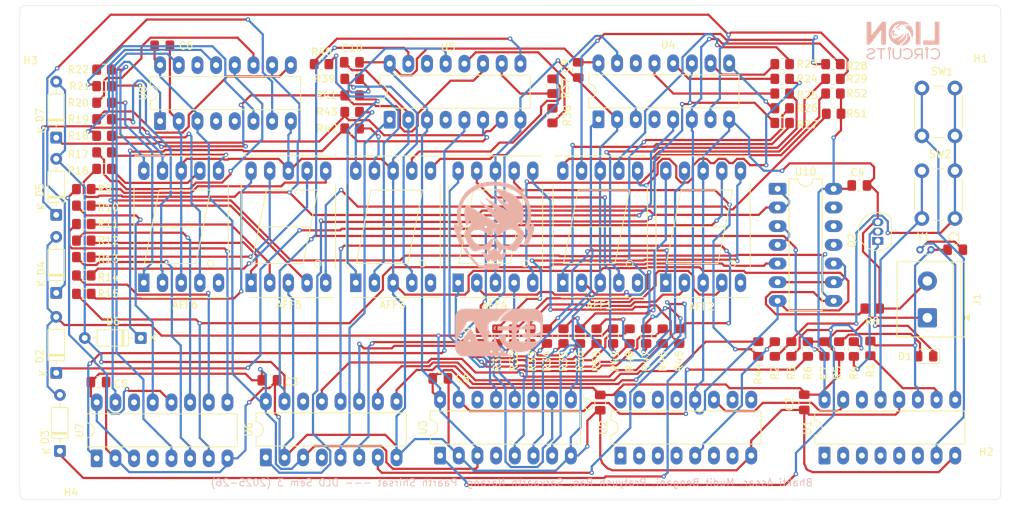
<source format=kicad_pcb>
(kicad_pcb (version 20241229) (generator "pcbnew") (generator_version "9.0")
  (layers (0 "F.Cu" signal) (2 "B.Cu" signal) (13 "F.Paste" user) (15 "B.Paste" user) (5 "F.SilkS" user "F.Silkscreen") (7 "B.SilkS" user "B.Silkscreen") (1 "F.Mask" user) (3 "B.Mask" user) (25 "Edge.Cuts" user))
  (net 0 "")
  (net 1 "Net-(AFF1-c)")
  (net 2 "Net-(AFF1-f)")
  (net 3 "Net-(AFF1-d)")
  (net 4 "GND")
  (net 5 "Net-(AFF1-a)")
  (net 6 "Net-(AFF1-e)")
  (net 8 "Net-(AFF1-b)")
  (net 9 "Net-(AFF1-g)")
  (net 10 "Net-(AFF2-g)")
  (net 11 "Net-(AFF2-c)")
  (net 13 "Net-(AFF2-a)")
  (net 14 "Net-(AFF2-e)")
  (net 15 "Net-(AFF2-d)")
  (net 16 "Net-(AFF2-f)")
  (net 17 "Net-(AFF2-b)")
  (net 18 "Net-(AFF3-d)")
  (net 19 "Net-(AFF3-f)")
  (net 20 "Net-(AFF3-c)")
  (net 22 "Net-(AFF3-a)")
  (net 23 "Net-(AFF3-b)")
  (net 24 "Net-(AFF3-g)")
  (net 25 "Net-(AFF3-e)")
  (net 26 "Net-(AFF4-g)")
  (net 27 "Net-(AFF4-e)")
  (net 28 "Net-(AFF4-f)")
  (net 29 "Net-(AFF4-a)")
  (net 30 "Net-(AFF4-b)")
  (net 31 "Net-(AFF4-DP)")
  (net 32 "Net-(AFF4-d)")
  (net 33 "Net-(AFF4-c)")
  (net 34 "Net-(AFF5-g)")
  (net 35 "Net-(AFF5-c)")
  (net 36 "Net-(AFF5-d)")
  (net 37 "Net-(AFF5-b)")
  (net 38 "Net-(AFF5-f)")
  (net 39 "Net-(AFF5-DP)")
  (net 40 "Net-(AFF5-e)")
  (net 41 "Net-(AFF5-a)")
  (net 42 "Net-(AFF6-b)")
  (net 43 "Net-(AFF6-c)")
  (net 44 "Net-(AFF6-g)")
  (net 45 "Net-(AFF6-f)")
  (net 46 "Net-(AFF6-e)")
  (net 47 "Net-(AFF6-d)")
  (net 48 "Net-(AFF6-a)")
  (net 50 "Net-(U1-~{Φ1})")
  (net 51 "Net-(U1-~{Φ0})")
  (net 52 "Net-(D1-K)")
  (net 53 "Net-(D1-A)")
  (net 54 "Net-(D2-A)")
  (net 55 "Net-(D5-A)")
  (net 56 "Net-(Q2-B)")
  (net 57 "Net-(U1-Φ0)")
  (net 58 "Net-(U2-Q5)")
  (net 59 "Net-(R2-Pad1)")
  (net 60 "/CLK - Mod-60 (1)")
  (net 61 "+6V")
  (net 62 "Net-(D2-K)")
  (net 63 "Net-(U7-RESET)")
  (net 64 "Net-(U1-Q4)")
  (net 65 "Net-(U1-Q9)")
  (net 66 "Net-(U1-Q10)")
  (net 85 "Net-(U10-Pad10)")
  (net 86 "Net-(U10-Pad3)")
  (net 88 "Net-(U3-CARRY_OUT)")
  (net 90 "Net-(D3-K)")
  (net 93 "Net-(U5-CLK)")
  (net 96 "Net-(D4-K)")
  (net 100 "Net-(U7-CARRY_OUT)")
  (net 105 "Net-(D5-K)")
  (net 106 "Net-(D6-K)")
  (net 107 "Net-(D7-K)")
  (net 108 "Net-(U7-B)")
  (net 109 "Net-(U7-C)")
  (net 110 "Net-(U7-D)")
  (net 111 "Net-(U7-E)")
  (net 112 "Net-(U7-F)")
  (net 113 "Net-(U7-A)")
  (net 114 "Net-(U7-G)")
  (net 115 "Net-(U8-A)")
  (net 116 "Net-(U8-B)")
  (net 117 "Net-(U8-C)")
  (net 118 "Net-(U8-D)")
  (net 119 "Net-(U8-E)")
  (net 120 "Net-(U8-F)")
  (net 121 "Net-(U8-G)")
  (net 122 "Net-(U4-A)")
  (net 123 "Net-(U4-B)")
  (net 124 "Net-(U4-C)")
  (net 125 "Net-(U4-D)")
  (net 126 "Net-(U3-A)")
  (net 127 "Net-(U3-B)")
  (net 128 "Net-(U3-C)")
  (net 129 "Net-(U3-D)")
  (net 130 "Net-(U3-E)")
  (net 131 "Net-(U3-F)")
  (net 132 "Net-(U3-G)")
  (net 133 "Net-(U5-A)")
  (net 134 "Net-(U5-B)")
  (net 135 "Net-(U5-C)")
  (net 136 "Net-(U5-D)")
  (net 137 "Net-(U6-A)")
  (net 138 "Net-(U6-B)")
  (net 139 "Net-(U6-C)")
  (net 140 "Net-(U6-D)")
  (net 141 "Net-(U6-E)")
  (net 142 "Net-(U6-F)")
  (net 143 "Net-(U6-G)")
  (net 144 "/CLK - Mod-60 (2)")
  (net 145 "/CLK - Mod-12")
  (footprint "Resistor_SMD:R_0805_2012Metric_Pad1.20x1.40mm_HandSolder" (layer "F.Cu") (at 59.75 74.25)
    (property "Reference" "R18")
    (property "Value" "330R")
  )
  (footprint "Package_DIP:DIP-16_W7.62mm_LongPads" (layer "F.Cu") (at 67.38 72.25 90)
    (property "Reference" "U8")
    (property "Value" "CD4026BE")
  )
  (footprint "Diode_THT:D_DO-35_SOD27_P7.62mm_Horizontal" (layer "F.Cu") (at 53.25 85 90)
    (property "Reference" "D5")
    (property "Value" "4148")
  )
  (footprint "Capacitor_SMD:C_0805_2012Metric_Pad1.18x1.45mm_HandSolder" (layer "F.Cu") (at 67.6725 62)
    (property "Reference" "C6")
    (property "Value" "0.1u")
  )
  (footprint "Resistor_SMD:R_0805_2012Metric_Pad1.20x1.40mm_HandSolder" (layer "F.Cu") (at 57 93.25 180)
    (property "Reference" "R14")
    (property "Value" "330R")
  )
  (footprint "Capacitor_SMD:C_0805_2012Metric_Pad1.18x1.45mm_HandSolder" (layer "F.Cu") (at 175.5375 89.75 180)
    (property "Reference" "C1")
    (property "Value" "30 pF")
  )
  (footprint "Diode_THT:D_DO-35_SOD27_P7.62mm_Horizontal" (layer "F.Cu") (at 53.25 95.62 90)
    (property "Reference" "D4")
    (property "Value" "4148")
  )
  (footprint "Resistor_SMD:R_0805_2012Metric_Pad1.20x1.40mm_HandSolder" (layer "F.Cu") (at 57 86.25)
    (property "Reference" "R11")
    (property "Value" "330R")
  )
  (footprint "Resistor_SMD:R_0805_2012Metric_Pad1.20x1.40mm_HandSolder" (layer "F.Cu") (at 59.75 67.5)
    (property "Reference" "R21")
    (property "Value" "330R")
  )
  (footprint "Resistor_SMD:R_0805_2012Metric_Pad1.20x1.40mm_HandSolder" (layer "F.Cu") (at 126.75 101.5 -90)
    (property "Reference" "R50")
    (property "Value" "330R")
  )
  (footprint "Resistor_SMD:R_0805_2012Metric_Pad1.20x1.40mm_HandSolder" (layer "F.Cu") (at 157.75 103.25 -90)
    (property "Reference" "R7")
    (property "Value" "10k")
  )
  (footprint "Display_7Segment:7SegmentLED_LTS6760_LTS6780" (layer "F.Cu") (at 94 94.24 90)
    (property "Reference" "AFF3")
    (property "Value" "7 Segment Display")
  )
  (footprint "Resistor_SMD:R_0805_2012Metric_Pad1.20x1.40mm_HandSolder" (layer "F.Cu") (at 115.5 101.5 90)
    (property "Reference" "R32")
    (property "Value" "330R")
  )
  (footprint "Resistor_SMD:R_0805_2012Metric_Pad1.20x1.40mm_HandSolder" (layer "F.Cu") (at 151 103.25 90)
    (property "Reference" "R2")
    (property "Value" "10k")
  )
  (footprint "Capacitor_SMD:C_0805_2012Metric_Pad1.18x1.45mm_HandSolder" (layer "F.Cu") (at 127.25 110.5375 -90)
    (property "Reference" "C7")
    (property "Value" "0.1u")
  )
  (footprint "Diode_THT:D_DO-35_SOD27_P7.62mm_Horizontal" (layer "F.Cu") (at 64.75 101.75 180)
    (property "Reference" "D6")
    (property "Value" "4148")
  )
  (footprint "Package_DIP:DIP-16_W7.62mm_LongPads" (layer "F.Cu") (at 81.76 118 90)
    (property "Reference" "U6")
    (property "Value" "CD4026BE")
  )
  (footprint "Display_7Segment:7SegmentLED_LTS6760_LTS6780" (layer "F.Cu") (at 136.17 94.24 90)
    (property "Reference" "AFF2")
    (property "Value" "7 Segment Display")
  )
  (footprint "Resistor_SMD:R_0805_2012Metric_Pad1.20x1.40mm_HandSolder" (layer "F.Cu") (at 57 95.75 180)
    (property "Reference" "R15")
    (property "Value" "330R")
  )
  (footprint "Resistor_SMD:R_0805_2012Metric_Pad1.20x1.40mm_HandSolder" (layer "F.Cu") (at 152 72.5)
    (property "Reference" "R27")
    (property "Value" "330R")
  )
  (footprint "Resistor_SMD:R_0805_2012Metric_Pad1.20x1.40mm_HandSolder" (layer "F.Cu") (at 135.75 101.5 -90)
    (property "Reference" "R46")
    (property "Value" "330R")
  )
  (footprint "MountingHole:MountingHole_3.2mm_M3" (layer "F.Cu") (at 179 59.25)
    (property "Reference" "H1")
    (property "Value" "MountingHole")
  )
  (footprint "Resistor_SMD:R_0805_2012Metric_Pad1.20x1.40mm_HandSolder" (layer "F.Cu") (at 159.75 103.25 -90)
    (property "Reference" "R5")
    (property "Value" "330R")
  )
  (footprint "Resistor_SMD:R_0805_2012Metric_Pad1.20x1.40mm_HandSolder" (layer "F.Cu") (at 148.75 103.25 -90)
    (property "Reference" "R44")
    (property "Value" "330R")
  )
  (footprint "TerminalBlock_Phoenix:TerminalBlock_Phoenix_PT-1,5-2-5.0-H_1x02_P5.00mm_Horizontal" (layer "F.Cu") (at 171.75 99 90)
    (property "Reference" "J1")
    (property "Value" "Screw_Terminal_01x02")
  )
  (footprint "Resistor_SMD:R_0805_2012Metric_Pad1.20x1.40mm_HandSolder" (layer "F.Cu") (at 93.5 71)
    (property "Reference" "R43")
    (property "Value" "330R")
  )
  (footprint "Display_7Segment:7SegmentLED_LTS6760_LTS6780" (layer "F.Cu") (at 65.17 94.24 90)
    (property "Reference" "AFF6")
    (property "Value" "7 Segment Display")
  )
  (footprint "Diode_THT:D_DO-35_SOD27_P7.62mm_Horizontal" (layer "F.Cu") (at 53.25 74.5 90)
    (property "Reference" "D7")
    (property "Value" "4148")
  )
  (footprint "Resistor_SMD:R_0805_2012Metric_Pad1.20x1.40mm_HandSolder" (layer "F.Cu") (at 93.5 68.75)
    (property "Reference" "R41")
    (property "Value" "330R")
  )
  (footprint "Resistor_SMD:R_0805_2012Metric_Pad1.20x1.40mm_HandSolder" (layer "F.Cu") (at 133.5 101.5 -90)
    (property "Reference" "R47")
    (property "Value" "330R")
  )
  (footprint "Resistor_SMD:R_0805_2012Metric_Pad1.20x1.40mm_HandSolder" (layer "F.Cu") (at 164.25 97.75)
    (property "Reference" "R8")
    (property "Value" "10k")
  )
  (footprint "Resistor_SMD:R_0805_2012Metric_Pad1.20x1.40mm_HandSolder" (layer "F.Cu") (at 93.5 66.5 180)
    (property "Reference" "R39")
    (property "Value" "330R")
  )
  (footprint "Resistor_SMD:R_0805_2012Metric_Pad1.20x1.40mm_HandSolder" (layer "F.Cu") (at 117.75 101.5 90)
    (property "Reference" "R33")
    (property "Value" "330R")
  )
  (footprint "Capacitor_SMD:C_0805_2012Metric_Pad1.18x1.45mm_HandSolder" (layer "F.Cu") (at 124.25 65.2875 -90)
    (property "Reference" "C9")
    (property "Value" "0.1u")
  )
  (footprint "Capacitor_SMD:C_0805_2012Metric_Pad1.18x1.45mm_HandSolder" (layer "F.Cu") (at 155 110.5 -90)
    (property "Reference" "C2")
    (property "Value" "0.1u")
  )
  (footprint "Resistor_SMD:R_0805_2012Metric_Pad1.20x1.40mm_HandSolder" (layer "F.Cu") (at 159 71.25)
    (property "Reference" "R51")
    (property "Value" "330R")
  )
  (footprint "Package_DIP:DIP-16_W7.62mm_LongPads" (layer "F.Cu") (at 105.47 117.75 90)
    (property "Reference" "U3")
    (property "Value" "CD4026BE")
  )
  (footprint "Resistor_SMD:R_0805_2012Metric_Pad1.20x1.40mm_HandSolder" (layer "F.Cu") (at 57 88.5)
    (property "Reference" "R12")
    (property "Value" "330R")
  )
  (footprint "Diode_THT:D_DO-35_SOD27_P7.62mm_Horizontal" (layer "F.Cu") (at 53.75 117.12 90)
    (property "Reference" "D3")
    (property "Value" "4148")
  )
  (footprint "Package_TO_SOT_THT:TO-92_Inline" (layer "F.Cu") (at 165 88.54 90)
    (property "Reference" "Q2")
    (property "Value" "BC548")
  )
  (footprint "Resistor_SMD:R_0805_2012Metric_Pad1.20x1.40mm_HandSolder" (layer "F.Cu") (at 93.5 73.25)
    (property "Reference" "R42")
    (property "Value" "330R")
  )
  (footprint "Capacitor_SMD:C_0805_2012Metric_Pad1.18x1.45mm_HandSolder" (layer "F.Cu") (at 93.4625 64.25 180)
    (property "Reference" "C10")
    (property "Value" "0.1u")
  )
  (footprint "Resistor_SMD:R_0805_2012Metric_Pad1.20x1.40mm_HandSolder" (layer "F.Cu") (at 124.5 101.5 90)
    (property "Reference" "R36")
    (property "Value" "330R")
  )
  (footprint "Package_DIP:DIP-14_W7.62mm_LongPads" (layer "F.Cu") (at 151.38 81.46)
    (property "Reference" "U10")
    (property "Value" "7400")
  )
  (footprint "Resistor_SMD:R_0805_2012Metric_Pad1.20x1.40mm_HandSolder" (layer "F.Cu") (at 158.9125 66.5 180)
    (property "Reference" "R29")
    (property "Value" "330R")
  )
  (footprint "Package_DIP:DIP-16_W7.62mm_LongPads" (layer "F.Cu") (at 98.61 72.06 90)
    (property "Reference" "U5")
    (property "Value" "CD4026BE")
  )
  (footprint "Capacitor_SMD:C_0805_2012Metric_Pad1.18x1.45mm_HandSolder" (layer "F.Cu") (at 105.5 107.25)
    (property "Reference" "C8")
    (property "Value" "0.1u")
  )
  (footprint "Button_Switch_THT:SW_PUSH_6mm" (layer "F.Cu") (at 171 74.25 90)
    (property "Reference" "SW1")
    (property "Value" "Push Button")
  )
  (footprint "Resistor_SMD:R_0805_2012Metric_Pad1.20x1.40mm_HandSolder" (layer "F.Cu") (at 131.25 101.5 -90)
    (property "Reference" "R48")
    (property "Value" "330R")
  )
  (footprint "Resistor_SMD:R_0805_2012Metric_Pad1.20x1.40mm_HandSolder" (layer "F.Cu") (at 122.25 101.5 90)
    (property "Reference" "R35")
    (property "Value" "330R")
  )
  (footprint "Diode_THT:D_DO-35_SOD27_P7.62mm_Horizontal" (layer "F.Cu") (at 53.25 106.5 90)
    (property "Reference" "D2")
    (property "Value" "4148")
  )
  (footprint "MountingHole:MountingHole_3.2mm_M3" (layer "F.Cu") (at 51.25 59.25)
    (property "Reference" "H3")
    (property "Value" "MountingHole")
  )
  (footprint "Package_DIP:DIP-16_W7.62mm_LongPads" (layer "F.Cu") (at 157.76 117.75 90)
    (property "Reference" "U1")
    (property "Value" "4060")
  )
  (footprint "Display_7Segment:7SegmentLED_LTS6760_LTS6780" (layer "F.Cu") (at 107.92 94.24 90)
    (property "Reference" "AFF4")
    (property "Value" "7 Segment Display")
  )
  (footprint "Package_DIP:DIP-16_W7.62mm_LongPads" (layer "F.Cu") (at 130.01 117.75 90)
    (property "Reference" "U2")
    (property "Value" "4060")
  )
  (footprint "Resistor_SMD:R_0805_2012Metric_Pad1.20x1.40mm_HandSolder" (layer "F.Cu") (at 152 68.5)
    (property "Reference" "R25")
    (property "Value" "330R")
  )
  (footprint "Resistor_SMD:R_0805_2012Metric_Pad1.20x1.40mm_HandSolder" (layer "F.Cu") (at 59.75 65.25)
    (property "Reference" "R22")
    (property "Value" "330R")
  )
  (footprint "Resistor_SMD:R_0805_2012Metric_Pad1.20x1.40mm_HandSolder" (layer "F.Cu") (at 161.75 103.25 90)
    (property "Reference" "R4")
    (property "Value" "100k")
  )
  (footprint "Resistor_SMD:R_0805_2012Metric_Pad1.20x1.40mm_HandSolder" (layer "F.Cu") (at 120.75 67.5 90)
    (property "Reference" "R37")
    (property "Value" "330R")
  )
  (footprint "Capacitor_SMD:C_0805_2012Metric_Pad1.18x1.45mm_HandSolder" (layer "F.Cu") (at 82.25 107.5)
    (property "Reference" "C3")
    (property "Value" "0.1u")
  )
  (footprint "Resistor_SMD:R_0805_2012Metric_Pad1.20x1.40mm_HandSolder" (layer "F.Cu") (at 164 103.1625 -90)
    (property "Reference" "R1")
    (property "Value" "330k")
  )
  (footprint "Resistor_SMD:R_0805_2012Metric_Pad1.20x1.40mm_HandSolder" (layer "F.Cu") (at 111 101.5 90)
    (property "Reference" "R30")
    (property "Value" "330R")
  )
  (footprint "Resistor_SMD:R_0805_2012Metric_Pad1.20x1.40mm_HandSolder" (layer "F.Cu") (at 152 64.5)
    (property "Reference" "R23")
    (property "Value" "330R")
  )
  (footprint "Button_Switch_THT:SW_PUSH_6mm" (layer "F.Cu") (at 171 85.5 90)
    (property "Reference" "SW2")
    (property "Value" "Push Button")
  )
  (footprint "Resistor_SMD:R_0805_2012Metric_Pad1.20x1.40mm_HandSolder" (layer "F.Cu") (at 59.75 69.75)
    (property "Reference" "R20")
    (property "Value" "330R")
  )
  (footprint "Crystal:Crystal_DS10_D1.0mm_L4.3mm_Vertical" (layer "F.Cu") (at 170.75 89.75)
    (property "Reference" "Y1")
    (property "Value" "32.768kHz" (hide yes))
  )
  (footprint "Resistor_SMD:R_0805_2012Metric_Pad1.20x1.40mm_HandSolder" (layer "F.Cu") (at 57 90.75)
    (property "Reference" "R13")
    (property "Value" "330R")
  )
  (footprint "Resistor_SMD:R_0805_2012Metric_Pad1.20x1.40mm_HandSolder" (layer "F.Cu") (at 152 66.5)
    (property "Reference" "R24")
    (property "Value" "330R")
  )
  (footprint "Resistor_SMD:R_0805_2012Metric_Pad1.20x1.40mm_HandSolder" (layer "F.Cu") (at 89.3375 64.5)
    (property "Reference" "R40")
    (property "Value" "330R")
  )
  (footprint "Resistor_SMD:R_0805_2012Metric_Pad1.20x1.40mm_HandSolder" (layer "F.Cu") (at 155.5 103.25 -90)
    (property "Reference" "R6")
    (property "Value" "10k")
  )
  (footprint "Resistor_SMD:R_0805_2012Metric_Pad1.20x1.40mm_HandSolder" (layer "F.Cu") (at 57 83.75)
    (property "Reference" "R10")
    (property "Value" "330R")
  )
  (footprint "Display_7Segment:7SegmentLED_LTS6760_LTS6780" (layer "F.Cu") (at 122.17 94.24 90)
    (property "Reference" "AFF1")
    (property "Value" "7 Segment Display")
  )
  (footprint "Resistor_SMD:R_0805_2012Metric_Pad1.20x1.40mm_HandSolder" (layer "F.Cu") (at 120 101.5 90)
    (property "Reference" "R34")
    (property "Value" "330R")
  )
  (footprint "Resistor_SMD:R_0805_2012Metric_Pad1.20x1.40mm_HandSolder" (layer "F.Cu") (at 129 101.5 -90)
    (property "Reference" "R49")
    (property "Value" "330R")
  )
  (footprint "Resistor_SMD:R_0805_2012Metric_Pad1.20x1.40mm_HandSolder" (layer "F.Cu") (at 152 70.5)
    (property "Reference" "R26")
    (property "Value" "330R")
  )
  (footprint "Resistor_SMD:R_0805_2012Metric_Pad1.20x1.40mm_HandSolder" (layer "F.Cu") (at 59.75 78.75)
    (property "Reference" "R16")
    (property "Value" "330R")
  )
  (footprint "LED_SMD:LED_0805_2012Metric_Pad1.15x1.40mm_HandSolder" (layer "F.Cu") (at 171.525 104.25 180)
    (property "Reference" "D1")
    (property "Value" "LED")
  )
  (footprint "Resistor_SMD:R_0805_2012Metric_Pad1.20x1.40mm_HandSolder" (layer "F.Cu") (at 59.75 72)
    (property "Reference" "R19")
    (property "Value" "330R")
  )
  (footprint "Resistor_SMD:R_0805_2012Metric_Pad1.20x1.40mm_HandSolder" (layer "F.Cu") (at 158.9125 68.5)
    (property "Reference" "R52")
    (property "Value" "330R")
  )
  (footprint "Package_DIP:DIP-16_W7.62mm_LongPads" (layer "F.Cu") (at 58.76 118.12 90)
    (property "Reference" "U7")
    (property "Value" "CD4026BE")
  )
  (footprint "MountingHole:MountingHole_3.2mm_M3" (layer "F.Cu") (at 179.75 121.5)
    (property "Reference" "H2")
    (property "Value" "MountingHole")
  )
  (footprint "Resistor_SMD:R_0805_2012Metric_Pad1.20x1.40mm_HandSolder" (layer "F.Cu") (at 59.75 76.5)
    (property "Reference" "R17")
    (property "Value" "330R")
  )
  (footprint "Resistor_SMD:R_0805_2012Metric_Pad1.20x1.40mm_HandSolder" (layer "F.Cu") (at 57 81.5)
    (property "Reference" "R9")
    (property "Value" "330R")
  )
  (footprint "Capacitor_SMD:C_0805_2012Metric_Pad1.18x1.45mm_HandSolder" (layer "F.Cu") (at 59 107.75)
    (property "Reference" "C5")
    (property "Value" "0.1u")
  )
  (footprint "Package_DIP:DIP-16_W7.62mm_LongPads" (layer "F.Cu") (at 127.01 72 90)
    (property "Reference" "U4")
    (property "Value" "CD4026BE")
  )
  (footprint "Display_7Segment:7SegmentLED_LTS6760_LTS6780" (layer "F.Cu") (at 79.75 94.24 90)
    (property "Reference" "AFF5")
    (property "Value" "7 Segment Display")
  )
  (footprint "Resistor_SMD:R_0805_2012Metric_Pad1.20x1.40mm_HandSolder" (layer "F.Cu") (at 158.9125 64.5 180)
    (property "Reference" "R28")
    (property "Value" "330R")
  )
  (footprint "MountingHole:MountingHole_3.2mm_M3" (layer "F.Cu") (at 50.75 121.25)
    (property "Reference" "H4")
    (property "Value" "MountingHole")
  )
  (footprint "Resistor_SMD:R_0805_2012Metric_Pad1.20x1.40mm_HandSolder" (layer "F.Cu") (at 113.25 101.5 90)
    (property "Reference" "R31")
    (property "Value" "330R")
  )
  (footprint "Capacitor_SMD:C_0805_2012Metric_Pad1.18x1.45mm_HandSolder" (layer "F.Cu") (at 162.5 81)
    (property "Reference" "C4")
    (property "Value" "0.1u")
  )
  (footprint "Resistor_SMD:R_0805_2012Metric_Pad1.20x1.40mm_HandSolder" (layer "F.Cu") (at 138 101.5 -90)
    (property "Reference" "R45")
    (property "Value" "330R")
  )
  (footprint "Resistor_SMD:R_0805_2012Metric_Pad1.20x1.40mm_HandSolder" (layer "F.Cu") (at 120.75 71.5 90)
    (property "Reference" "R38")
    (property "Value" "330R")
  )
  (footprint "Resistor_SMD:R_0805_2012Metric_Pad1.20x1.40mm_HandSolder" (layer "F.Cu") (at 153.25 103.25 90)
    (property "Reference" "R3")
    (property "Value" "10k")
  )
  (footprint "Logos:sra_logo_big" (layer "B.Cu") (at 113.5 101 180)
    (property "Reference" "G***" (hide yes))
    (property "Value" "LOGO" (hide yes))
  )
  (footprint "logos:sra_skull_big" (layer "B.Cu") (at 112.75 86.5 180)
    (property "Reference" "G***" (hide yes))
    (property "Value" "LOGO" (hide yes))
  )
  (footprint "Logos:Lions_logo" (layer "B.Cu") (at 168.5 61.25 180)
    (property "Reference" "G***" (hide yes))
    (property "Value" "LOGO" (hide yes))
  )
  (gr_line (start 181.75 57.25) (end 181.75 123) (stroke (width 0.05)) (layer "Edge.Cuts"))
  (gr_arc (start 181.75 123) (mid 181.53033 123.53033) (end 181 123.75) (stroke (width 0.05)) (layer "Edge.Cuts"))
  (gr_line (start 49.03033 56.530331) (end 181 56.5) (stroke (width 0.05)) (layer "Edge.Cuts"))
  (gr_line (start 181 123.75) (end 49.0303 123.71967) (stroke (width 0.05)) (layer "Edge.Cuts"))
  (gr_arc (start 49.03033 123.71967) (mid 48.5 123.5) (end 48.28033 122.96967) (stroke (width 0.05)) (layer "Edge.Cuts"))
  (gr_arc (start 181 56.5) (mid 181.53033 56.71967) (end 181.75 57.25) (stroke (width 0.05)) (layer "Edge.Cuts"))
  (gr_line (start 48.28033 122.96967) (end 48.28033 57.2803) (stroke (width 0.05)) (layer "Edge.Cuts"))
  (gr_arc (start 48.28033 57.28033) (mid 48.5 56.75) (end 49.03033 56.53033) (stroke (width 0.05)) (layer "Edge.Cuts"))
  (gr_text "Bhakti Assar, Mudit Bengani, Pratyush Rao, Sarvaarth Narang, Paarth Shirsat --- DLD Sem 3 (2025-26)" (at 156.25 122 0) (layer "B.SilkS") (effects (font (size 1 1) (thickness 0.1)) (justify left bottom mirror)))
  (segment (start 134.5839 76.3829) (end 128.2077 76.3829) (width 0.3) (layer "F.Cu") (net 1))
  (segment (start 134.7916 76.1752) (end 134.5839 76.3829) (width 0.3) (layer "F.Cu") (net 1))
  (segment (start 135.0856 75.8812) (end 151.3432 75.8812) (width 0.3) (layer "F.Cu") (net 1))
  (segment (start 151.3432 75.8812) (end 153.9597 73.2647) (width 0.3) (layer "F.Cu") (net 1))
  (segment (start 134.7916 76.1752) (end 134.5839 76.3829) (width 0.3) (layer "F.Cu") (net 1))
  (segment (start 153.9597 73.2647) (end 153.9597 69.4597) (width 0.3) (layer "F.Cu") (net 1))
  (segment (start 134.7916 76.1752) (end 135.0856 75.8812) (width 0.3) (layer "F.Cu") (net 1))
  (segment (start 153.9597 69.4597) (end 153 68.5) (width 0.3) (layer "F.Cu") (net 1))
  (segment (start 128.2077 76.3829) (end 128.1142 76.4764) (width 0.3) (layer "F.Cu") (net 1))
  (via (at 128.1142 76.4764) (size 0.6) (drill 0.3) (layers "F.Cu" "B.Cu") (net 1))
  (segment (start 129.79 92.6263) (end 128.5933 91.4296) (width 0.3) (layer "B.Cu") (net 1))
  (segment (start 128.5933 91.4296) (end 128.5933 76.9555) (width 0.3) (layer "B.Cu") (net 1))
  (segment (start 128.5933 76.9555) (end 128.1142 76.4764) (width 0.3) (layer "B.Cu") (net 1))
  (segment (start 129.79 94.24) (end 129.79 92.6263) (width 0.3) (layer "B.Cu") (net 1))
  (segment (start 156.4243 64.5) (end 156.2091 64.2848) (width 0.3) (layer "F.Cu") (net 2))
  (segment (start 143.6202 60.3999) (end 127.805 60.3999) (width 0.3) (layer "F.Cu") (net 2))
  (segment (start 127.805 60.3999) (end 126.8745 61.3304) (width 0.3) (layer "F.Cu") (net 2))
  (segment (start 156.2254 61.1969) (end 144.4172 61.1969) (width 0.3) (layer "F.Cu") (net 2))
  (segment (start 157.9125 64.5) (end 156.4243 64.5) (width 0.3) (layer "F.Cu") (net 2))
  (segment (start 144.4172 61.1969) (end 143.6202 60.3999) (width 0.3) (layer "F.Cu") (net 2))
  (segment (start 156.5655 60.8568) (end 156.2254 61.1969) (width 0.3) (layer "F.Cu") (net 2))
  (via (at 156.2091 64.2848) (size 0.6) (drill 0.3) (layers "F.Cu" "B.Cu") (net 2))
  (via (at 156.5655 60.8568) (size 0.6) (drill 0.3) (layers "F.Cu" "B.Cu") (net 2))
  (via (at 126.8745 61.3304) (size 0.6) (drill 0.3) (layers "F.Cu" "B.Cu") (net 2))
  (segment (start 124.71 77.3863) (end 124.71 63.4949) (width 0.3) (layer "B.Cu") (net 2))
  (segment (start 156.2091 61.2132) (end 156.5655 60.8568) (width 0.3) (layer "B.Cu") (net 2))
  (segment (start 124.71 63.4949) (end 126.8745 61.3304) (width 0.3) (layer "B.Cu") (net 2))
  (segment (start 156.2091 64.2848) (end 156.2091 61.2132) (width 0.3) (layer "B.Cu") (net 2))
  (segment (start 124.71 79) (end 124.71 77.3863) (width 0.3) (layer "B.Cu") (net 2))
  (segment (start 150.3998 74.8223) (end 152.0274 73.1947) (width 0.3) (layer "F.Cu") (net 3))
  (segment (start 133.1883 75.1027) (end 133.4687 74.8223) (width 0.3) (layer "F.Cu") (net 3))
  (segment (start 130.4672 95.8553) (end 126.638 95.8553) (width 0.3) (layer "F.Cu") (net 3))
  (segment (start 152.0274 73.1947) (end 152.0274 71.4726) (width 0.3) (layer "F.Cu") (net 3))
  (segment (start 130.8169 95.5056) (end 130.4672 95.8553) (width 0.3) (layer "F.Cu") (net 3))
  (segment (start 125.0227 94.24) (end 124.71 94.24) (width 0.3) (layer "F.Cu") (net 3))
  (segment (start 133.4687 74.8223) (end 150.3998 74.8223) (width 0.3) (layer "F.Cu") (net 3))
  (segment (start 152.0274 71.4726) (end 153 70.5) (width 0.3) (layer "F.Cu") (net 3))
  (segment (start 126.638 95.8553) (end 125.0227 94.24) (width 0.3) (layer "F.Cu") (net 3))
  (via (at 133.1883 75.1027) (size 0.6) (drill 0.3) (layers "F.Cu" "B.Cu") (net 3))
  (via (at 130.8169 95.5056) (size 0.6) (drill 0.3) (layers "F.Cu" "B.Cu") (net 3))
  (segment (start 131.165 95.8537) (end 132.7913 95.8537) (width 0.3) (layer "B.Cu") (net 3))
  (segment (start 132.7913 95.8537) (end 133.4437 95.2013) (width 0.3) (layer "B.Cu") (net 3))
  (segment (start 131.2026 77.0884) (end 133.1883 75.1027) (width 0.3) (layer "B.Cu") (net 3))
  (segment (start 133.4437 95.2013) (end 133.4437 93.2787) (width 0.3) (layer "B.Cu") (net 3))
  (segment (start 131.2026 91.0376) (end 131.2026 77.0884) (width 0.3) (layer "B.Cu") (net 3))
  (segment (start 133.4437 93.2787) (end 131.2026 91.0376) (width 0.3) (layer "B.Cu") (net 3))
  (segment (start 130.8169 95.5056) (end 131.165 95.8537) (width 0.3) (layer "B.Cu") (net 3))
  (segment (start 76.0841 77.4846) (end 76.6238 77.4846) (width 0.3) (layer "F.Cu") (net 4))
  (segment (start 76.6238 77.4846) (end 76.7221 77.3863) (width 0.3) (layer "F.Cu") (net 4))
  (segment (start 83 112) (end 83 107.7875) (width 0.3) (layer "F.Cu") (net 4))
  (segment (start 163.5375 80.9625) (end 164.5 80) (width 0.3) (layer "F.Cu") (net 4))
  (segment (start 127.25 118.086) (end 127.543 118.793) (width 0.3) (layer "F.Cu") (net 4))
  (segment (start 109.3463 95.3666) (end 108.8592 95.8537) (width 0.3) (layer "F.Cu") (net 4))
  (segment (start 79.5 110.5) (end 81.424 108.576) (width 0.3) (layer "F.Cu") (net 4))
  (segment (start 147.055 92.89) (end 146.7913 92.6263) (width 0.3) (layer "F.Cu") (net 4))
  (segment (start 167.92 110.13) (end 167.92 111.6817) (width 0.3) (layer "F.Cu") (net 4))
  (segment (start 84.83 78.7163) (end 83.5 77.3863) (width 0.3) (layer "F.Cu") (net 4))
  (segment (start 133.6727 92.1246) (end 140.7483 92.1246) (width 0.3) (layer "F.Cu") (net 4))
  (segment (start 97.467 77.387) (end 99.08 79) (width 0.3) (layer "F.Cu") (net 4))
  (segment (start 68.71 62) (end 68.71 71.04) (width 0.3) (layer "F.Cu") (net 4))
  (segment (start 81.424 108.576) (end 82.2115 108.576) (width 0.3) (layer "F.Cu") (net 4))
  (segment (start 109.9987 92.6263) (end 109.3463 93.2787) (width 0.3) (layer "F.Cu") (net 4))
  (segment (start 159.5 92.89) (end 147.055 92.89) (width 0.3) (layer "F.Cu") (net 4))
  (segment (start 167.4183 112.1834) (end 167.92 111.6817) (width 0.3) (layer "F.Cu") (net 4))
  (segment (start 155 118.836) (end 155.293 119.543) (width 0.3) (layer "F.Cu") (net 4))
  (segment (start 155 111.538) (end 155 115.187) (width 0.3) (layer "F.Cu") (net 4))
  (segment (start 86.613 77.387) (end 97.467 77.387) (width 0.3) (layer "F.Cu") (net 4))
  (segment (start 70.25 79) (end 70.25 78.1363) (width 0.3) (layer "F.Cu") (net 4))
  (segment (start 168 97.75) (end 171.75 94) (width 0.3) (layer "F.Cu") (net 4))
  (segment (start 121.5 64) (end 123.825 66.325) (width 0.3) (layer "F.Cu") (net 4))
  (segment (start 155.144 111.681) (end 155.6464 112.1834) (width 0.3) (layer "F.Cu") (net 4))
  (segment (start 127.25 92.6278) (end 127.25 92.6263) (width 0.3) (layer "F.Cu") (net 4))
  (segment (start 127.25 111.575) (end 127.356 111.681) (width 0.3) (layer "F.Cu") (net 4))
  (segment (start 164.5 86) (end 165 86) (width 0.3) (layer "F.Cu") (net 4))
  (segment (start 160.75 96.9778) (end 159.728 98) (width 0.3) (layer "F.Cu") (net 4))
  (segment (start 161 96.7278) (end 160.75 96.9778) (width 0.3) (layer "F.Cu") (net 4))
  (segment (start 84.83 79) (end 84.83 78.7163) (width 0.3) (layer "F.Cu") (net 4))
  (segment (start 125.5 113) (end 126.925 111.575) (width 0.3) (layer "F.Cu") (net 4))
  (segment (start 98.0222 114.9305) (end 99.54 116.4483) (width 0.3) (layer "F.Cu") (net 4))
  (segment (start 95.346 65.326) (end 101.15 71.13) (width 0.3) (layer "F.Cu") (net 4))
  (segment (start 106.538 107.25) (end 106.621 107.334) (width 0.3) (layer "F.Cu") (net 4))
  (segment (start 163 87.5) (end 164.5 86) (width 0.3) (layer "F.Cu") (net 4))
  (segment (start 128.207 119.457) (end 128.914 119.75) (width 0.3) (layer "F.Cu") (net 4))
  (segment (start 99.54 116.4483) (end 99.54 118) (width 0.3) (layer "F.Cu") (net 4))
  (segment (start 155 111.538) (end 155.144 111.681) (width 0.3) (layer "F.Cu") (net 4))
  (segment (start 76.7221 77.3863) (end 83.5 77.3863) (width 0.3) (layer "F.Cu") (net 4))
  (segment (start 109.3463 93.2787) (end 109.3463 95.3666) (width 0.3) (layer "F.Cu") (net 4))
  (segment (start 127.25 111.575) (end 127.25 115.3333) (width 0.3) (layer "F.Cu") (net 4))
  (segment (start 127.633 92.2448) (end 133.5525 92.2448) (width 0.3) (layer "F.Cu") (net 4))
  (segment (start 84.83 79) (end 84.83 78.1931) (width 0.3) (layer "F.Cu") (net 4))
  (segment (start 113 92.6263) (end 109.9987 92.6263) (width 0.3) (layer "F.Cu") (net 4))
  (segment (start 127.25 92.6263) (end 113 92.6263) (width 0.3) (layer "F.Cu") (net 4))
  (segment (start 155.293 119.543) (end 155.457 119.707) (width 0.3) (layer "F.Cu") (net 4))
  (segment (start 93.501 65.326) (end 95.346 65.326) (width 0.3) (layer "F.Cu") (net 4))
  (segment (start 83 107.7875) (end 83.2875 107.5) (width 0.3) (layer "F.Cu") (net 4))
  (segment (start 164 81) (end 165 82) (width 0.3) (layer "F.Cu") (net 4))
  (segment (start 163.5 78) (end 153 78) (width 0.3) (layer "F.Cu") (net 4))
  (segment (start 92.425 64.25) (end 93.501 65.326) (width 0.3) (layer "F.Cu") (net 4))
  (segment (start 98.0222 114.9305) (end 87.3695 114.9305) (width 0.3) (layer "F.Cu") (net 4))
  (segment (start 106.621 113.8955) (end 106.621 116.361) (width 0.3) (layer "F.Cu") (net 4))
  (segment (start 70.25 78.1363) (end 71 77.3863) (width 0.3) (layer "F.Cu") (net 4))
  (segment (start 127.25 92.6278) (end 127.633 92.2448) (width 0.3) (layer "F.Cu") (net 4))
  (segment (start 133.5525 92.2448) (end 133.6727 92.1246) (width 0.3) (layer "F.Cu") (net 4))
  (segment (start 140.7483 92.1246) (end 141.25 92.6263) (width 0.3) (layer "F.Cu") (net 4))
  (segment (start 75.9858 77.3863) (end 76.0841 77.4846) (width 0.3) (layer "F.Cu") (net 4))
  (segment (start 127.25 115.3333) (end 127.25 118.086) (width 0.3) (layer "F.Cu") (net 4))
  (segment (start 123.825 66.325) (end 124.25 66.325) (width 0.3) (layer "F.Cu") (net 4))
  (segment (start 128.914 119.75) (end 145.79 119.75) (width 0.3) (layer "F.Cu") (net 4))
  (segment (start 155 111.5375) (end 155 111.538) (width 0.3) (layer "F.Cu") (net 4))
  (segment (start 100.6937 95.8537) (end 99.08 94.24) (width 0.3) (layer "F.Cu") (net 4))
  (segment (start 165.25 97.75) (end 168 97.75) (width 0.3) (layer "F.Cu") (net 4))
  (segment (start 87.3695 114.9305) (end 84.3 118) (width 0.3) (layer "F.Cu") (net 4))
  (segment (start 60.0375 114.0591) (end 60.0375 116.858) (width 0.3) (layer "F.Cu") (net 4))
  (segment (start 125.5 116.5) (end 125.5 113) (width 0.3) (layer "F.Cu") (net 4))
  (segment (start 173.29 120) (end 175.54 117.75) (width 0.3) (layer "F.Cu") (net 4))
  (segment (start 152.68 98) (end 151.38 96.7) (width 0.3) (layer "F.Cu") (net 4))
  (segment (start 106.621 116.361) (end 108.01 117.75) (width 0.3) (layer "F.Cu") (net 4))
  (segment (start 153 78) (end 152 79) (width 0.3) (layer "F.Cu") (net 4))
  (segment (start 159.89 92.89) (end 161 94) (width 0.3) (layer "F.Cu") (net 4))
  (segment (start 83.2875 107.5) (end 83 107.788) (width 0.3) (layer "F.Cu") (net 4))
  (segment (start 145.79 119.75) (end 147.79 117.75) (width 0.3) (layer "F.Cu") (net 4))
  (segment (start 163 90) (end 163 87.5) (width 0.3) (layer "F.Cu") (net 4))
  (segment (start 124.25 66.7) (end 129.55 72) (width 0.3) (layer "F.Cu") (net 4))
  (segment (start 164.5 80) (end 164.5 78.5) (width 0.3) (layer "F.Cu") (net 4))
  (segment (start 164 78) (end 163.5 78) (width 0.3) (layer "F.Cu") (net 4))
  (segment (start 83.5 112.5) (end 83 112) (width 0.3) (layer "F.Cu") (net 4))
  (segment (start 106.5375 107.25) (end 106.538 107.25) (width 0.3) (layer "F.Cu") (net 4))
  (segment (start 164.5 78.5) (end 164 78) (width 0.3) (layer "F.Cu") (net 4))
  (segment (start 126.925 111.575) (end 127.25 111.575) (width 0.3) (layer "F.Cu") (net 4))
  (segment (start 85 79) (end 86.613 77.387) (width 0.3) (layer "F.Cu") (net 4))
  (segment (start 165.25 97.75) (end 165.25 92.25) (width 0.3) (layer "F.Cu") (net 4))
  (segment (start 165.25 92.25) (end 163 90) (width 0.3) (layer "F.Cu") (net 4))
  (segment (start 60.0375 107.75) (end 60.0375 114.0591) (width 0.3) (layer "F.Cu") (net 4))
  (segment (start 163.5375 81) (end 164 81) (width 0.3) (layer "F.Cu") (net 4))
  (segment (start 165 82) (end 165 86) (width 0.3) (layer "F.Cu") (net 4))
  (segment (start 159.5 92.89) (end 159.89 92.89) (width 0.3) (layer "F.Cu") (net 4))
  (segment (start 108.8592 95.8537) (end 100.6937 95.8537) (width 0.3) (layer "F.Cu") (net 4))
  (segment (start 71 77.3863) (end 75.9858 77.3863) (width 0.3) (layer "F.Cu") (net 4))
  (segment (start 151.9625 111.5375) (end 147.79 115.71) (width 0.3) (layer "F.Cu") (net 4))
  (segment (start 163.5375 81) (end 163.5375 80.9625) (width 0.3) (layer "F.Cu") (net 4))
  (segment (start 155.457 119.707) (end 156.164 120) (width 0.3) (layer "F.Cu") (net 4))
  (segment (start 155 111.5375) (end 151.9625 111.5375) (width 0.3) (layer "F.Cu") (net 4))
  (segment (start 156.164 120) (end 173.29 120) (width 0.3) (layer "F.Cu") (net 4))
  (segment (start 159.728 98) (end 152.68 98) (width 0.3) (layer "F.Cu") (net 4))
  (segment (start 161 94) (end 161 96.7278) (width 0.3) (layer "F.Cu") (net 4))
  (segment (start 68.71 71.04) (end 69.92 72.25) (width 0.3) (layer "F.Cu") (net 4))
  (segment (start 124.25 66.325) (end 124.25 66.7) (width 0.3) (layer "F.Cu") (net 4))
  (segment (start 82.2115 108.576) (end 83.2875 107.5) (width 0.3) (layer "F.Cu") (net 4))
  (segment (start 155 115.187) (end 155 118.836) (width 0.3) (layer "F.Cu") (net 4))
  (segment (start 84.83 79) (end 85 79) (width 0.3) (layer "F.Cu") (net 4))
  (segment (start 101.15 71.13) (end 101.15 72.06) (width 0.3) (layer "F.Cu") (net 4))
  (segment (start 127.543 118.793) (end 128.207 119.457) (width 0.3) (layer "F.Cu") (net 4))
  (segment (start 155.6464 112.1834) (end 167.4183 112.1834) (width 0.3) (layer "F.Cu") (net 4))
  (segment (start 106.621 107.334) (end 106.621 113.8955) (width 0.3) (layer "F.Cu") (net 4))
  (segment (start 60.0375 116.858) (end 61.3 118.12) (width 0.3) (layer "F.Cu") (net 4))
  (segment (start 147.79 115.71) (end 147.79 117.75) (width 0.3) (layer "F.Cu") (net 4))
  (segment (start 146.7913 92.6263) (end 141.25 92.6263) (width 0.3) (layer "F.Cu") (net 4))
  (via (at 79.5 110.5) (size 0.6) (drill 0.3) (layers "F.Cu" "B.Cu") (net 4))
  (via (at 125.5 116.5) (size 0.6) (drill 0.3) (layers "F.Cu" "B.Cu") (net 4))
  (via (at 121.5 64) (size 0.6) (drill 0.3) (layers "F.Cu" "B.Cu") (net 4))
  (via (at 152 79) (size 0.6) (drill 0.3) (layers "F.Cu" "B.Cu") (net 4))
  (via (at 83.5 112.5) (size 0.6) (drill 0.3) (layers "F.Cu" "B.Cu") (net 4))
  (segment (start 129.55 72) (end 129.55 73.5517) (width 0.3) (layer "B.Cu") (net 4))
  (segment (start 123.25 117.75) (end 123.25 115.25) (width 0.3) (layer "B.Cu") (net 4))
  (segment (start 141.25 80.6137) (end 141.25 92.6263) (width 0.3) (layer "B.Cu") (net 4))
  (segment (start 61.3 118.12) (end 63.18 120) (width 0.3) (layer "B.Cu") (net 4))
  (segment (start 113 79) (end 113 77.0017) (width 0.3) (layer "B.Cu") (net 4))
  (segment (start 79 111) (end 79.5 110.5) (width 0.3) (layer "B.Cu") (net 4))
  (segment (start 113 92.6263) (end 113 80.6137) (width 0.3) (layer "B.Cu") (net 4))
  (segment (start 69.92 73.8017) (end 70.25 74.1317) (width 0.3) (layer "B.Cu") (net 4))
  (segment (start 113 77.0017) (end 116.39 73.6117) (width 0.3) (layer "B.Cu") (net 4))
  (segment (start 147.5 77) (end 147.5 74.5) (width 0.3) (layer "B.Cu") (net 4))
  (segment (start 141.25 77.0917) (end 141.25 79) (width 0.3) (layer "B.Cu") (net 4))
  (segment (start 123.25 117.75) (end 124.25 117.75) (width 0.3) (layer "B.Cu") (net 4))
  (segment (start 84.83 74.1317) (end 84.83 79) (width 0.3) (layer "B.Cu") (net 4))
  (segment (start 63.18 120) (end 75.5 120) (width 0.3) (layer "B.Cu") (net 4))
  (segment (start 127.25 79.8068) (end 127.25 79) (width 0.3) (layer "B.Cu") (net 4))
  (segment (start 85.4775 115.2708) (end 85.4775 96.5012) (width 0.3) (layer "B.Cu") (net 4))
  (segment (start 113 79) (end 113 80.6137) (width 0.3) (layer "B.Cu") (net 4))
  (segment (start 141.5 111.5) (end 141.5 109) (width 0.3) (layer "B.Cu") (net 4))
  (segment (start 101.15 75.3163) (end 99.08 77.3863) (width 0.3) (layer "B.Cu") (net 4))
  (segment (start 70.25 80.6137) (end 70.25 92.6263) (width 0.3) (layer "B.Cu") (net 4))
  (segment (start 99.08 79) (end 99.08 77.3863) (width 0.3) (layer "B.Cu") (net 4))
  (segment (start 83.6304 112.6304) (end 83.5 112.5) (width 0.3) (layer "B.Cu") (net 4))
  (segment (start 141.25 79) (end 141.25 80.6137) (width 0.3) (layer "B.Cu") (net 4))
  (segment (start 123.5166 98.807846) (end 127.25 95.074446) (width 0.3) (layer "B.Cu") (net 4))
  (segment (start 99.08 94.24) (end 99.08 95.8537) (width 0.3) (layer "B.Cu") (net 4))
  (segment (start 99.08 94.24) (end 99.08 79) (width 0.3) (layer "B.Cu") (net 4))
  (segment (start 101.15 72.06) (end 101.15 75.3163) (width 0.3) (layer "B.Cu") (net 4))
  (segment (start 79 117) (end 79 111) (width 0.3) (layer "B.Cu") (net 4))
  (segment (start 144.79 72) (end 144.79 73.5517) (width 0.3) (layer "B.Cu") (net 4))
  (segment (start 76.54 118.12) (end 76.54 118.96) (width 0.3) (layer "B.Cu") (net 4))
  (segment (start 83.6304 117) (end 83.6304 113) (width 0.3) (layer "B.Cu") (net 4))
  (segment (start 85.16 73.8017) (end 84.83 74.1317) (width 0.3) (layer "B.Cu") (net 4))
  (segment (start 121.1938 119.8062) (end 110.0662 119.8062) (width 0.3) (layer "B.Cu") (net 4))
  (segment (start 127.25 75.8517) (end 127.25 77.3863) (width 0.3) (layer "B.Cu") (net 4))
  (segment (start 99.54 112.4087) (end 99.5401 112.4087) (width 0.3) (layer "B.Cu") (net 4))
  (segment (start 151.38 99.12) (end 151.38 96.7) (width 0.3) (layer "B.Cu") (net 4))
  (segment (start 102.04 115.5) (end 105.76 115.5) (width 0.3) (layer "B.Cu") (net 4))
  (segment (start 110.0662 119.8062) (end 108.01 117.75) (width 0.3) (layer "B.Cu") (net 4))
  (segment (start 100.6917 97.4654) (end 99.08 95.8537) (width 0.3) (layer "B.Cu") (net 4))
  (segment (start 123.5166 101.901179) (end 123.5166 98.807846) (width 0.3) (layer "B.Cu") (net 4))
  (segment (start 123.25 117.75) (end 121.1938 119.8062) (width 0.3) (layer "B.Cu") (net 4))
  (segment (start 85.16 72.25) (end 85.16 73.8017) (width 0.3) (layer "B.Cu") (net 4))
  (segment (start 141.25 94.24) (end 141.25 92.6263) (width 0.3) (layer "B.Cu") (net 4))
  (segment (start 84.83 94.24) (end 84.83 95.8537) (width 0.3) (layer "B.Cu") (net 4))
  (segment (start 141.5 109) (end 151.38 99.12) (width 0.3) (layer "B.Cu") (net 4))
  (segment (start 99.54 118) (end 102.04 115.5) (width 0.3) (layer "B.Cu") (net 4))
  (segment (start 140.17 110.13) (end 140.17 111.67) (width 0.3) (layer "B.Cu") (net 4))
  (segment (start 152 79) (end 149.5 79) (width 0.3) (layer "B.Cu") (net 4))
  (segment (start 84.3 116.4483) (end 85.4775 115.2708) (width 0.3) (layer "B.Cu") (net 4))
  (segment (start 140.17 108.5783) (end 141.25 107.4983) (width 0.3) (layer "B.Cu") (net 4))
  (segment (start 145 72) (end 144.79 72) (width 0.3) (layer "B.Cu") (net 4))
  (segment (start 127.25 94.24) (end 127.25 92.6263) (width 0.3) (layer "B.Cu") (net 4))
  (segment (start 127.2285 80.6352) (end 127.2285 92.6048) (width 0.3) (layer "B.Cu") (net 4))
  (segment (start 127.25 79) (end 127.25 77.3863) (width 0.3) (layer "B.Cu") (net 4))
  (segment (start 140.17 110.13) (end 140.17 108.5783) (width 0.3) (layer "B.Cu") (net 4))
  (segment (start 105.76 115.5) (end 108.01 117.75) (width 0.3) (layer "B.Cu") (net 4))
  (segment (start 129.55 73.5517) (end 127.25 75.8517) (width 0.3) (layer "B.Cu") (net 4))
  (segment (start 144.79 73.5517) (end 141.25 77.0917) (width 0.3) (layer "B.Cu") (net 4))
  (segment (start 76.54 118.12) (end 77.88 118.12) (width 0.3) (layer "B.Cu") (net 4))
  (segment (start 99.5401 112.4087) (end 100.6917 111.2571) (width 0.3) (layer "B.Cu") (net 4))
  (segment (start 140.5 112) (end 141 112) (width 0.3) (layer "B.Cu") (net 4))
  (segment (start 141 112) (end 141.5 111.5) (width 0.3) (layer "B.Cu") (net 4))
  (segment (start 84.3 118) (end 84.3 116.4483) (width 0.3) (layer "B.Cu") (net 4))
  (segment (start 116.39 72.06) (end 116.39 69.11) (width 0.3) (layer "B.Cu") (net 4))
  (segment (start 127.25 80.6137) (end 127.2285 80.6352) (width 0.3) (layer "B.Cu") (net 4))
  (segment (start 116.39 72.06) (end 116.39 73.6117) (width 0.3) (layer "B.Cu") (net 4))
  (segment (start 127.2285 92.6048) (end 127.25 92.6263) (width 0.3) (layer "B.Cu") (net 4))
  (segment (start 70.25 94.24) (end 70.25 92.6263) (width 0.3) (layer "B.Cu") (net 4))
  (segment (start 124.25 117.75) (end 125.5 116.5) (width 0.3) (layer "B.Cu") (net 4))
  (segment (start 124.5819 102.96648) (end 123.5166 101.901179) (width 0.3) (layer "B.Cu") (net 4))
  (segment (start 70.25 74.1317) (end 70.25 79) (width 0.3) (layer "B.Cu") (net 4))
  (segment (start 99.54 118) (end 99.54 116.4483) (width 0.3) (layer "B.Cu") (net 4))
  (segment (start 76.54 118.96) (end 75.5 120) (width 0.3) (layer "B.Cu") (net 4))
  (segment (start 141.25 107.4983) (end 141.25 94.24) (width 0.3) (layer "B.Cu") (net 4))
  (segment (start 83.6304 113) (end 83.6304 112.6304) (width 0.3) (layer "B.Cu") (net 4))
  (segment (start 127.25 79.8068) (end 127.25 80.6137) (width 0.3) (layer "B.Cu") (net 4))
  (segment (start 77.88 118.12) (end 79 117) (width 0.3) (layer "B.Cu") (net 4))
  (segment (start 84.3 118) (end 83.6304 117.3304) (width 0.3) (layer "B.Cu") (net 4))
  (segment (start 85.4775 96.5012) (end 84.83 95.8537) (width 0.3) (layer "B.Cu") (net 4))
  (segment (start 127.25 95.074446) (end 127.25 94.24) (width 0.3) (layer "B.Cu") (net 4))
  (segment (start 69.92 72.25) (end 69.92 73.8017) (width 0.3) (layer "B.Cu") (net 4))
  (segment (start 140.17 111.67) (end 140.5 112) (width 0.3) (layer "B.Cu") (net 4))
  (segment (start 100.6917 111.2571) (end 100.6917 97.4654) (width 0.3) (layer "B.Cu") (net 4))
  (segment (start 123.25 115.25) (end 124.5819 113.9181) (width 0.3) (layer "B.Cu") (net 4))
  (segment (start 113 94.24) (end 113 92.6263) (width 0.3) (layer "B.Cu") (net 4))
  (segment (start 149.5 79) (end 147.5 77) (width 0.3) (layer "B.Cu") (net 4))
  (segment (start 83.6304 117.3304) (end 83.6304 117) (width 0.3) (layer "B.Cu") (net 4))
  (segment (start 124.5819 113.9181) (end 124.5819 102.96648) (width 0.3) (layer "B.Cu") (net 4))
  (segment (start 147.5 74.5) (end 145 72) (width 0.3) (layer "B.Cu") (net 4))
  (segment (start 116.39 69.11) (end 121.5 64) (width 0.3) (layer "B.Cu") (net 4))
  (segment (start 70.25 79) (end 70.25 80.6137) (width 0.3) (layer "B.Cu") (net 4))
  (segment (start 99.54 116.4483) (end 99.54 112.4087) (width 0.3) (layer "B.Cu") (net 4))
  (segment (start 143.2462 61.7984) (end 143.2463 61.7984) (width 0.3) (layer "F.Cu") (net 5))
  (segment (start 151.2139 62.2003) (end 153 63.9864) (width 0.3) (layer "F.Cu") (net 5))
  (segment (start 153 63.9864) (end 153 64.5) (width 0.3) (layer "F.Cu") (net 5))
  (segment (start 143.2463 61.7984) (end 143.6482 62.2003) (width 0.3) (layer "F.Cu") (net 5))
  (segment (start 143.6482 62.2003) (end 151.2139 62.2003) (width 0.3) (layer "F.Cu") (net 5))
  (segment (start 143.14 61.9046) (end 143.2462 61.7984) (width 0.3) (layer "F.Cu") (net 5))
  (via (at 143.14 61.9046) (size 0.6) (drill 0.3) (layers "F.Cu" "B.Cu") (net 5))
  (segment (start 141.5735 60.4343) (end 138.44 63.5678) (width 0.3) (layer "B.Cu") (net 5))
  (segment (start 142.3794 60.4343) (end 141.5735 60.4343) (width 0.3) (layer "B.Cu") (net 5))
  (segment (start 129.79 79) (end 129.79 77.3863) (width 0.3) (layer "B.Cu") (net 5))
  (segment (start 143.14 61.1949) (end 142.3794 60.4343) (width 0.3) (layer "B.Cu") (net 5))
  (segment (start 143.14 61.9046) (end 143.14 61.1949) (width 0.3) (layer "B.Cu") (net 5))
  (segment (start 138.44 63.5678) (end 138.44 65.7849) (width 0.3) (layer "B.Cu") (net 5))
  (segment (start 133.36 70.8649) (end 133.36 73.8163) (width 0.3) (layer "B.Cu") (net 5))
  (segment (start 133.36 73.8163) (end 129.79 77.3863) (width 0.3) (layer "B.Cu") (net 5))
  (segment (start 138.44 65.7849) (end 133.36 70.8649) (width 0.3) (layer "B.Cu") (net 5))
  (segment (start 133.4823 75.7303) (end 134.5271 75.7303) (width 0.3) (layer "F.Cu") (net 6))
  (segment (start 133.4582 75.7544) (end 133.4823 75.7303) (width 0.3) (layer "F.Cu") (net 6))
  (segment (start 150.6242 75.3795) (end 153 73.0037) (width 0.3) (layer "F.Cu") (net 6))
  (segment (start 134.5839 75.6735) (end 134.5271 75.7303) (width 0.3) (layer "F.Cu") (net 6))
  (segment (start 123.4884 75.5006) (end 123.7422 75.7544) (width 0.3) (layer "F.Cu") (net 6))
  (segment (start 134.5839 75.6735) (end 134.5271 75.7303) (width 0.3) (layer "F.Cu") (net 6))
  (segment (start 134.8779 75.3795) (end 150.6242 75.3795) (width 0.3) (layer "F.Cu") (net 6))
  (segment (start 153 73.0037) (end 153 72.5) (width 0.3) (layer "F.Cu") (net 6))
  (segment (start 134.5839 75.6735) (end 134.8779 75.3795) (width 0.3) (layer "F.Cu") (net 6))
  (segment (start 123.7422 75.7544) (end 133.4582 75.7544) (width 0.3) (layer "F.Cu") (net 6))
  (via (at 123.4884 75.5006) (size 0.6) (drill 0.3) (layers "F.Cu" "B.Cu") (net 6))
  (segment (start 122.17 94.24) (end 122.17 92.6263) (width 0.3) (layer "B.Cu") (net 6))
  (segment (start 123.4884 91.3079) (end 123.4884 75.5006) (width 0.3) (layer "B.Cu") (net 6))
  (segment (start 122.17 92.6263) (end 123.4884 91.3079) (width 0.3) (layer "B.Cu") (net 6))
  (segment (start 140.7887 77.3863) (end 141.7113 77.3863) (width 0.3) (layer "F.Cu") (net 8))
  (segment (start 144.8221 77.9571) (end 145.2979 77.9571) (width 0.3) (layer "F.Cu") (net 8))
  (segment (start 135.0563 78.0387) (end 135.7087 77.3863) (width 0.3) (layer "F.Cu") (net 8))
  (segment (start 142.7579 77.9571) (end 143.3287 77.3863) (width 0.3) (layer "F.Cu") (net 8))
  (segment (start 137.5963 79.9613) (end 138.2487 80.6137) (width 0.3) (layer "F.Cu") (net 8))
  (segment (start 143.3287 77.3863) (end 144.2513 77.3863) (width 0.3) (layer "F.Cu") (net 8))
  (segment (start 145.2979 77.9571) (end 145.8687 77.3863) (width 0.3) (layer "F.Cu") (net 8))
  (segment (start 153.556 67.056) (end 153 66.5) (width 0.3) (layer "F.Cu") (net 8))
  (segment (start 142.2821 77.9571) (end 142.7579 77.9571) (width 0.3) (layer "F.Cu") (net 8))
  (segment (start 135.7087 77.3863) (end 136.6313 77.3863) (width 0.3) (layer "F.Cu") (net 8))
  (segment (start 141.7113 77.3863) (end 142.2821 77.9571) (width 0.3) (layer "F.Cu") (net 8))
  (segment (start 137.5963 78.3513) (end 137.5963 79.9613) (width 0.3) (layer "F.Cu") (net 8))
  (segment (start 154.3538 67.056) (end 153.556 67.056) (width 0.3) (layer "F.Cu") (net 8))
  (segment (start 146.7913 77.3863) (end 147.6452 78.2402) (width 0.3) (layer "F.Cu") (net 8))
  (segment (start 133.5072 80.9828) (end 135.0563 79.4337) (width 0.3) (layer "F.Cu") (net 8))
  (segment (start 136.6313 77.3863) (end 137.5963 78.3513) (width 0.3) (layer "F.Cu") (net 8))
  (segment (start 147.6452 78.2402) (end 147.6452 78.2403) (width 0.3) (layer "F.Cu") (net 8))
  (segment (start 139.8237 79.9613) (end 139.8237 78.3512) (width 0.3) (layer "F.Cu") (net 8))
  (segment (start 135.0563 79.4337) (end 135.0563 78.0387) (width 0.3) (layer "F.Cu") (net 8))
  (segment (start 145.8687 77.3863) (end 146.7913 77.3863) (width 0.3) (layer "F.Cu") (net 8))
  (segment (start 147.6452 78.2403) (end 149.8237 78.2403) (width 0.3) (layer "F.Cu") (net 8))
  (segment (start 139.8237 78.3512) (end 139.8238 78.3512) (width 0.3) (layer "F.Cu") (net 8))
  (segment (start 138.2487 80.6137) (end 139.1713 80.6137) (width 0.3) (layer "F.Cu") (net 8))
  (segment (start 139.1713 80.6137) (end 139.8237 79.9613) (width 0.3) (layer "F.Cu") (net 8))
  (segment (start 139.8238 78.3512) (end 140.7887 77.3863) (width 0.3) (layer "F.Cu") (net 8))
  (segment (start 144.2513 77.3863) (end 144.8221 77.9571) (width 0.3) (layer "F.Cu") (net 8))
  (via (at 154.3538 67.056) (size 0.6) (drill 0.3) (layers "F.Cu" "B.Cu") (net 8))
  (via (at 133.5072 80.9828) (size 0.6) (drill 0.3) (layers "F.Cu" "B.Cu") (net 8))
  (via (at 149.8237 78.2403) (size 0.6) (drill 0.3) (layers "F.Cu" "B.Cu") (net 8))
  (segment (start 132.6991 80.9828) (end 132.33 80.6137) (width 0.3) (layer "B.Cu") (net 8))
  (segment (start 149.8237 78.2403) (end 149.8237 71.5861) (width 0.3) (layer "B.Cu") (net 8))
  (segment (start 133.5072 80.9828) (end 132.6991 80.9828) (width 0.3) (layer "B.Cu") (net 8))
  (segment (start 132.33 79) (end 132.33 80.6137) (width 0.3) (layer "B.Cu") (net 8))
  (segment (start 149.8237 71.5861) (end 154.3538 67.056) (width 0.3) (layer "B.Cu") (net 8))
  (segment (start 155.0308 72.9537) (end 155.0308 69.3817) (width 0.3) (layer "F.Cu") (net 9))
  (segment (start 139.5889 76.3851) (end 140.3711 76.3851) (width 0.3) (layer "F.Cu") (net 9))
  (segment (start 140.3711 76.3851) (end 140.3733 76.3829) (width 0.3) (layer "F.Cu") (net 9))
  (segment (start 137.8318 76.3844) (end 139.5882 76.3844) (width 0.3) (layer "F.Cu") (net 9))
  (segment (start 139.5882 76.3844) (end 139.5889 76.3851) (width 0.3) (layer "F.Cu") (net 9))
  (segment (start 137.8303 76.3829) (end 137.8318 76.3844) (width 0.3) (layer "F.Cu") (net 9))
  (segment (start 155.0308 69.3817) (end 157.9125 66.5) (width 0.3) (layer "F.Cu") (net 9))
  (segment (start 135.2933 76.3829) (end 137.8303 76.3829) (width 0.3) (layer "F.Cu") (net 9))
  (segment (start 134.2914 77.3848) (end 135.2933 76.3829) (width 0.3) (layer "F.Cu") (net 9))
  (segment (start 123 77.3848) (end 134.2914 77.3848) (width 0.3) (layer "F.Cu") (net 9))
  (segment (start 151.6016 76.3829) (end 155.0308 72.9537) (width 0.3) (layer "F.Cu") (net 9))
  (segment (start 122.17 79) (end 122.17 78.2148) (width 0.3) (layer "F.Cu") (net 9))
  (segment (start 122.17 78.2148) (end 123 77.3848) (width 0.3) (layer "F.Cu") (net 9))
  (segment (start 140.3733 76.3829) (end 151.6016 76.3829) (width 0.3) (layer "F.Cu") (net 9))
  (segment (start 133.5157 98.4086) (end 126.5914 98.4086) (width 0.3) (layer "F.Cu") (net 10))
  (segment (start 133.881 98.0433) (end 133.5157 98.4086) (width 0.3) (layer "F.Cu") (net 10))
  (segment (start 126.5914 98.4086) (end 124.5 100.5) (width 0.3) (layer "F.Cu") (net 10))
  (segment (start 134.4711 97.9673) (end 134.3951 98.0433) (width 0.3) (layer "F.Cu") (net 10))
  (segment (start 134.3951 98.0433) (end 133.881 98.0433) (width 0.3) (layer "F.Cu") (net 10))
  (via (at 134.4711 97.9673) (size 0.6) (drill 0.3) (layers "F.Cu" "B.Cu") (net 10))
  (segment (start 134.4711 97.9673) (end 134.5773 97.9673) (width 0.3) (layer "B.Cu") (net 10))
  (segment (start 136.17 79) (end 136.17 88.4132) (width 0.3) (layer "B.Cu") (net 10))
  (segment (start 134.6212 97.8172) (end 134.4711 97.9673) (width 0.3) (layer "B.Cu") (net 10))
  (segment (start 134.5773 97.9673) (end 134.4711 97.9673) (width 0.3) (layer "B.Cu") (net 10))
  (segment (start 136.17 88.4132) (end 134.6212 89.962) (width 0.3) (layer "B.Cu") (net 10))
  (segment (start 134.6212 89.962) (end 134.6212 97.8172) (width 0.3) (layer "B.Cu") (net 10))
  (segment (start 143.79 95.0637) (end 143 95.8537) (width 0.3) (layer "F.Cu") (net 11))
  (segment (start 115.8724 100.5) (end 120.0139 96.3585) (width 0.3) (layer "F.Cu") (net 11))
  (segment (start 134.7752 93.0506) (end 135.1995 92.6263) (width 0.3) (layer "F.Cu") (net 11))
  (segment (start 135.1995 92.6263) (end 139.2151 92.6263) (width 0.3) (layer "F.Cu") (net 11))
  (segment (start 139.9265 95.0437) (end 140.7365 95.8537) (width 0.3) (layer "F.Cu") (net 11))
  (segment (start 139.2151 92.6263) (end 139.9265 93.3377) (width 0.3) (layer "F.Cu") (net 11))
  (segment (start 133.0246 96.357) (end 134.7752 94.6064) (width 0.3) (layer "F.Cu") (net 11))
  (segment (start 131.7378 96.357) (end 133.0246 96.357) (width 0.3) (layer "F.Cu") (net 11))
  (segment (start 143.79 94.24) (end 143.79 95.0637) (width 0.3) (layer "F.Cu") (net 11))
  (segment (start 140.7365 95.8537) (end 143 95.8537) (width 0.3) (layer "F.Cu") (net 11))
  (segment (start 125.4722 96.3585) (end 125.9724 96.8587) (width 0.3) (layer "F.Cu") (net 11))
  (segment (start 131.5301 96.5647) (end 131.7378 96.357) (width 0.3) (layer "F.Cu") (net 11))
  (segment (start 131.2361 96.8587) (end 131.5301 96.5647) (width 0.3) (layer "F.Cu") (net 11))
  (segment (start 134.7752 94.6064) (end 134.7752 93.0506) (width 0.3) (layer "F.Cu") (net 11))
  (segment (start 131.5301 96.5647) (end 131.7378 96.357) (width 0.3) (layer "F.Cu") (net 11))
  (segment (start 125.9724 96.8587) (end 131.2361 96.8587) (width 0.3) (layer "F.Cu") (net 11))
  (segment (start 120.0139 96.3585) (end 125.4722 96.3585) (width 0.3) (layer "F.Cu") (net 11))
  (segment (start 139.9265 93.3377) (end 139.9265 95.0437) (width 0.3) (layer "F.Cu") (net 11))
  (segment (start 115.5 100.5) (end 115.8724 100.5) (width 0.3) (layer "F.Cu") (net 11))
  (segment (start 111.9154 86.4081) (end 142.4589 86.4081) (width 0.3) (layer "F.Cu") (net 13))
  (segment (start 111 100.5) (end 111 97.338) (width 0.3) (layer "F.Cu") (net 13))
  (segment (start 142.4589 86.4081) (end 143.0809 85.7861) (width 0.3) (layer "F.Cu") (net 13))
  (segment (start 111 97.338) (end 111.552 96.786) (width 0.3) (layer "F.Cu") (net 13))
  (segment (start 111.6898 86.6337) (end 111.9154 86.4081) (width 0.3) (layer "F.Cu") (net 13))
  (segment (start 111.6898 86.6337) (end 111.9154 86.4081) (width 0.3) (layer "F.Cu") (net 13))
  (segment (start 111.9154 86.4081) (end 111.6898 86.6337) (width 0.3) (layer "F.Cu") (net 13))
  (via (at 143.0809 85.7861) (size 0.6) (drill 0.3) (layers "F.Cu" "B.Cu") (net 13))
  (via (at 111.6898 86.6337) (size 0.6) (drill 0.3) (layers "F.Cu" "B.Cu") (net 13))
  (via (at 111.552 96.786) (size 0.6) (drill 0.3) (layers "F.Cu" "B.Cu") (net 13))
  (segment (start 143.79 79) (end 143.79 85.077) (width 0.3) (layer "B.Cu") (net 13))
  (segment (start 143.79 85.077) (end 143.0809 85.7861) (width 0.3) (layer "B.Cu") (net 13))
  (segment (start 111.552 96.786) (end 111.6898 96.6482) (width 0.3) (layer "B.Cu") (net 13))
  (segment (start 111.6898 96.6482) (end 111.6898 86.6337) (width 0.3) (layer "B.Cu") (net 13))
  (segment (start 125.6267 89.8487) (end 136.3005 89.8487) (width 0.3) (layer "F.Cu") (net 14))
  (segment (start 125.5077 89.9677) (end 125.6267 89.8487) (width 0.3) (layer "F.Cu") (net 14))
  (segment (start 121.4645 99.0355) (end 121.4882 99.0355) (width 0.3) (layer "F.Cu") (net 14))
  (segment (start 120 100.5) (end 121.4645 99.0355) (width 0.3) (layer "F.Cu") (net 14))
  (via (at 136.3005 89.8487) (size 0.6) (drill 0.3) (layers "F.Cu" "B.Cu") (net 14))
  (via (at 125.5077 89.9677) (size 0.6) (drill 0.3) (layers "F.Cu" "B.Cu") (net 14))
  (via (at 121.4882 99.0355) (size 0.6) (drill 0.3) (layers "F.Cu" "B.Cu") (net 14))
  (segment (start 136.17 94.24) (end 136.17 92.6263) (width 0.3) (layer "B.Cu") (net 14))
  (segment (start 136.17 92.6263) (end 136.3005 92.4958) (width 0.3) (layer "B.Cu") (net 14))
  (segment (start 125.5077 90.5293) (end 125.5077 89.9677) (width 0.3) (layer "B.Cu") (net 14))
  (segment (start 121.4882 99.0355) (end 123.4399 97.0838) (width 0.3) (layer "B.Cu") (net 14))
  (segment (start 123.4399 92.5971) (end 125.5077 90.5293) (width 0.3) (layer "B.Cu") (net 14))
  (segment (start 123.4399 97.0838) (end 123.4399 92.5971) (width 0.3) (layer "B.Cu") (net 14))
  (segment (start 136.3005 92.4958) (end 136.3005 89.8487) (width 0.3) (layer "B.Cu") (net 14))
  (segment (start 125.2974 97.1866) (end 125.5 97.3892) (width 0.3) (layer "F.Cu") (net 15))
  (segment (start 138 95.8537) (end 135.7591 95.8537) (width 0.3) (layer "F.Cu") (net 15))
  (segment (start 131.7378 97.0664) (end 131.9317 96.8725) (width 0.3) (layer "F.Cu") (net 15))
  (segment (start 138.71 94.24) (end 138.71 95.1437) (width 0.3) (layer "F.Cu") (net 15))
  (segment (start 125.5 97.3892) (end 131.415 97.3892) (width 0.3) (layer "F.Cu") (net 15))
  (segment (start 117.75 99.6725) (end 120.2359 97.1866) (width 0.3) (layer "F.Cu") (net 15))
  (segment (start 134.8504 96.7624) (end 134.7989 96.8139) (width 0.3) (layer "F.Cu") (net 15))
  (segment (start 133.935 96.8725) (end 131.9317 96.8725) (width 0.3) (layer "F.Cu") (net 15))
  (segment (start 138.71 95.1437) (end 138 95.8537) (width 0.3) (layer "F.Cu") (net 15))
  (segment (start 131.7378 97.0664) (end 131.9317 96.8725) (width 0.3) (layer "F.Cu") (net 15))
  (segment (start 135.7591 95.8537) (end 134.8504 96.7624) (width 0.3) (layer "F.Cu") (net 15))
  (segment (start 133.9936 96.8139) (end 133.935 96.8725) (width 0.3) (layer "F.Cu") (net 15))
  (segment (start 134.8504 96.7624) (end 134.7989 96.8139) (width 0.3) (layer "F.Cu") (net 15))
  (segment (start 120.2359 97.1866) (end 125.2974 97.1866) (width 0.3) (layer "F.Cu") (net 15))
  (segment (start 131.415 97.3892) (end 131.7378 97.0664) (width 0.3) (layer "F.Cu") (net 15))
  (segment (start 134.7989 96.8139) (end 133.9936 96.8139) (width 0.3) (layer "F.Cu") (net 15))
  (segment (start 117.75 100.5) (end 117.75 99.6725) (width 0.3) (layer "F.Cu") (net 15))
  (segment (start 123.6725 99.0775) (end 124.1676 99.0775) (width 0.3) (layer "F.Cu") (net 16))
  (segment (start 122.25 100.5) (end 123.6725 99.0775) (width 0.3) (layer "F.Cu") (net 16))
  (via (at 124.1676 99.0775) (size 0.6) (drill 0.3) (layers "F.Cu" "B.Cu") (net 16))
  (segment (start 124.1676 99.0775) (end 124.1676 99.715) (width 0.3) (layer "B.Cu") (net 16))
  (segment (start 137.4269 100.9818) (end 137.4269 81.8968) (width 0.3) (layer "B.Cu") (net 16))
  (segment (start 138.71 79) (end 138.71 80.6137) (width 0.3) (layer "B.Cu") (net 16))
  (segment (start 137.4269 81.8968) (end 138.71 80.6137) (width 0.3) (layer "B.Cu") (net 16))
  (segment (start 129.242 104.7894) (end 133.6193 104.7894) (width 0.3) (layer "B.Cu") (net 16))
  (segment (start 124.1676 99.715) (end 129.242 104.7894) (width 0.3) (layer "B.Cu") (net 16))
  (segment (start 133.6193 104.7894) (end 137.4269 100.9818) (width 0.3) (layer "B.Cu") (net 16))
  (segment (start 113.25 100.5) (end 117.3254 96.4246) (width 0.3) (layer "F.Cu") (net 17))
  (segment (start 133.2765 91.102) (end 145.7178 91.102) (width 0.3) (layer "F.Cu") (net 17))
  (segment (start 133.158 91.2205) (end 133.2765 91.102) (width 0.3) (layer "F.Cu") (net 17))
  (segment (start 117.3254 96.4246) (end 119.0262 96.4246) (width 0.3) (layer "F.Cu") (net 17))
  (segment (start 117.9591 91.2205) (end 133.158 91.2205) (width 0.3) (layer "F.Cu") (net 17))
  (segment (start 145.7178 91.102) (end 145.8942 91.2784) (width 0.3) (layer "F.Cu") (net 17))
  (via (at 145.8942 91.2784) (size 0.6) (drill 0.3) (layers "F.Cu" "B.Cu") (net 17))
  (via (at 119.0262 96.4246) (size 0.6) (drill 0.3) (layers "F.Cu" "B.Cu") (net 17))
  (via (at 117.9591 91.2205) (size 0.6) (drill 0.3) (layers "F.Cu" "B.Cu") (net 17))
  (segment (start 146.33 79) (end 146.33 80.6137) (width 0.3) (layer "B.Cu") (net 17))
  (segment (start 119.1937 96.2571) (end 119.1937 92.4551) (width 0.3) (layer "B.Cu") (net 17))
  (segment (start 119.0262 96.4246) (end 119.1937 96.2571) (width 0.3) (layer "B.Cu") (net 17))
  (segment (start 145.8942 81.0495) (end 146.33 80.6137) (width 0.3) (layer "B.Cu") (net 17))
  (segment (start 145.8942 91.2784) (end 145.8942 81.0495) (width 0.3) (layer "B.Cu") (net 17))
  (segment (start 119.1937 92.4551) (end 117.9591 91.2205) (width 0.3) (layer "B.Cu") (net 17))
  (segment (start 91.3339 63.3601) (end 90.3375 64.3565) (width 0.3) (layer "F.Cu") (net 18))
  (segment (start 90.3375 64.3565) (end 90.3375 64.5) (width 0.3) (layer "F.Cu") (net 18))
  (via (at 91.3339 63.3601) (size 0.6) (drill 0.3) (layers "F.Cu" "B.Cu") (net 18))
  (segment (start 99.8002 70.8752) (end 97.8246 68.8996) (width 0.3) (layer "B.Cu") (net 18))
  (segment (start 93.2116 68.8996) (end 91.3339 67.0219) (width 0.3) (layer "B.Cu") (net 18))
  (segment (start 97.81 91.3563) (end 97.81 75.2761) (width 0.3) (layer "B.Cu") (net 18))
  (segment (start 99.8002 73.2859) (end 99.8002 70.8752) (width 0.3) (layer "B.Cu") (net 18))
  (segment (start 91.3339 67.0219) (end 91.3339 63.3601) (width 0.3) (layer "B.Cu") (net 18))
  (segment (start 97.8246 68.8996) (end 93.2116 68.8996) (width 0.3) (layer "B.Cu") (net 18))
  (segment (start 97.81 75.2761) (end 99.8002 73.2859) (width 0.3) (layer "B.Cu") (net 18))
  (segment (start 96.54 94.24) (end 96.54 92.6263) (width 0.3) (layer "B.Cu") (net 18))
  (segment (start 96.54 92.6263) (end 97.81 91.3563) (width 0.3) (layer "B.Cu") (net 18))
  (segment (start 97.0953 74.343) (end 96.0023 73.25) (width 0.3) (layer "F.Cu") (net 19))
  (segment (start 96.0023 73.25) (end 94.5 73.25) (width 0.3) (layer "F.Cu") (net 19))
  (via (at 97.0953 74.343) (size 0.6) (drill 0.3) (layers "F.Cu" "B.Cu") (net 19))
  (segment (start 96.54 79) (end 96.54 77.3863) (width 0.3) (layer "B.Cu") (net 19))
  (segment (start 97.0953 76.831) (end 97.0953 74.343) (width 0.3) (layer "B.Cu") (net 19))
  (segment (start 96.54 77.3863) (end 97.0953 76.831) (width 0.3) (layer "B.Cu") (net 19))
  (segment (start 92.5 66.5) (end 93.6786 67.6786) (width 0.3) (layer "F.Cu") (net 20))
  (segment (start 93.6786 67.6786) (end 93.6974 67.6786) (width 0.3) (layer "F.Cu") (net 20))
  (via (at 93.6974 67.6786) (size 0.6) (drill 0.3) (layers "F.Cu" "B.Cu") (net 20))
  (segment (start 102.3017 71.1224) (end 98.7427 67.5634) (width 0.3) (layer "B.Cu") (net 20))
  (segment (start 101.62 94.24) (end 101.62 92.6263) (width 0.3) (layer "B.Cu") (net 20))
  (segment (start 100.5063 91.5126) (end 100.5063 77.1039) (width 0.3) (layer "B.Cu") (net 20))
  (segment (start 100.5063 77.1039) (end 102.3017 75.3085) (width 0.3) (layer "B.Cu") (net 20))
  (segment (start 98.7427 67.5634) (end 93.8126 67.5634) (width 0.3) (layer "B.Cu") (net 20))
  (segment (start 93.8126 67.5634) (end 93.6974 67.6786) (width 0.3) (layer "B.Cu") (net 20))
  (segment (start 101.62 92.6263) (end 100.5063 91.5126) (width 0.3) (layer "B.Cu") (net 20))
  (segment (start 102.3017 75.3085) (end 102.3017 71.1224) (width 0.3) (layer "B.Cu") (net 20))
  (segment (start 113.5447 75.1742) (end 115.3354 75.1742) (width 0.3) (layer "F.Cu") (net 22))
  (segment (start 101.62 79) (end 101.62 77.3863) (width 0.3) (layer "F.Cu") (net 22))
  (segment (start 121.8423 69.0955) (end 121.8423 67.5923) (width 0.3) (layer "F.Cu") (net 22))
  (segment (start 121.8423 67.5923) (end 120.75 66.5) (width 0.3) (layer "F.Cu") (net 22))
  (segment (start 119.2005 71.3091) (end 119.2005 70.2973) (width 0.3) (layer "F.Cu") (net 22))
  (segment (start 121.4378 69.5) (end 121.8423 69.0955) (width 0.3) (layer "F.Cu") (net 22))
  (segment (start 102.6219 76.3844) (end 112.3345 76.3844) (width 0.3) (layer "F.Cu") (net 22))
  (segment (start 115.3354 75.1742) (end 119.2005 71.3091) (width 0.3) (layer "F.Cu") (net 22))
  (segment (start 101.62 77.3863) (end 102.6219 76.3844) (width 0.3) (layer "F.Cu") (net 22))
  (segment (start 119.9978 69.5) (end 121.4378 69.5) (width 0.3) (layer "F.Cu") (net 22))
  (segment (start 112.3345 76.3844) (end 113.5447 75.1742) (width 0.3) (layer "F.Cu") (net 22))
  (segment (start 119.2005 70.2973) (end 119.9978 69.5) (width 0.3) (layer "F.Cu") (net 22))
  (segment (start 104.16 79) (end 104.16 78.7263) (width 0.3) (layer "F.Cu") (net 23))
  (segment (start 112.5862 77.0923) (end 112.7939 76.8846) (width 0.3) (layer "F.Cu") (net 23))
  (segment (start 105.5 77.3863) (end 112.2922 77.3863) (width 0.3) (layer "F.Cu") (net 23))
  (segment (start 112.5862 77.0923) (end 112.7939 76.8846) (width 0.3) (layer "F.Cu") (net 23))
  (segment (start 112.2922 77.3863) (end 112.5862 77.0923) (width 0.3) (layer "F.Cu") (net 23))
  (segment (start 114.3654 76.8846) (end 120.75 70.5) (width 0.3) (layer "F.Cu") (net 23))
  (segment (start 112.7939 76.8846) (end 114.3654 76.8846) (width 0.3) (layer "F.Cu") (net 23))
  (segment (start 104.16 78.7263) (end 105.5 77.3863) (width 0.3) (layer "F.Cu") (net 23))
  (segment (start 94.561 71.061) (end 94.5 71) (width 0.3) (layer "F.Cu") (net 24))
  (segment (start 96.2168 71.061) (end 94.561 71.061) (width 0.3) (layer "F.Cu") (net 24))
  (via (at 96.2168 71.061) (size 0.6) (drill 0.3) (layers "F.Cu" "B.Cu") (net 24))
  (segment (start 94 73.2778) (end 96.2168 71.061) (width 0.3) (layer "B.Cu") (net 24))
  (segment (start 94 79) (end 94 73.2778) (width 0.3) (layer "B.Cu") (net 24))
  (segment (start 95.0477 69.2977) (end 94.5 68.75) (width 0.3) (layer "F.Cu") (net 25))
  (segment (start 96.743 69.2977) (end 95.0477 69.2977) (width 0.3) (layer "F.Cu") (net 25))
  (segment (start 96.9966 69.5513) (end 96.743 69.2977) (width 0.3) (layer "F.Cu") (net 25))
  (via (at 96.9966 69.5513) (size 0.6) (drill 0.3) (layers "F.Cu" "B.Cu") (net 25))
  (segment (start 96.805 69.5513) (end 96.9966 69.5513) (width 0.3) (layer "B.Cu") (net 25))
  (segment (start 92.8862 91.5125) (end 92.8862 73.4701) (width 0.3) (layer "B.Cu") (net 25))
  (segment (start 94 92.6263) (end 92.8862 91.5125) (width 0.3) (layer "B.Cu") (net 25))
  (segment (start 92.8862 73.4701) (end 96.805 69.5513) (width 0.3) (layer "B.Cu") (net 25))
  (segment (start 94 94.24) (end 94 92.6263) (width 0.3) (layer "B.Cu") (net 25))
  (segment (start 109.4652 102.6839) (end 109.4652 102.1099) (width 0.3) (layer "F.Cu") (net 26))
  (segment (start 115.4761 104.5) (end 112.402 104.5) (width 0.3) (layer "F.Cu") (net 26))
  (segment (start 126.75 102.5) (end 125.0151 104.2349) (width 0.3) (layer "F.Cu") (net 26))
  (segment (start 117.15152 104.25) (end 115.75 104.25) (width 0.3) (layer "F.Cu") (net 26))
  (segment (start 115.75 104.25) (end 115.48805 104.51195) (width 0.3) (layer "F.Cu") (net 26))
  (segment (start 111.7405 103.8385) (end 110.6198 103.8385) (width 0.3) (layer "F.Cu") (net 26))
  (segment (start 123.5249 104.6403) (end 117.5427 104.6403) (width 0.3) (layer "F.Cu") (net 26))
  (segment (start 117.5427 104.6403) (end 117.54226 104.64074) (width 0.3) (layer "F.Cu") (net 26))
  (segment (start 123.9303 104.2349) (end 123.5249 104.6403) (width 0.3) (layer "F.Cu") (net 26))
  (segment (start 117.54226 104.64074) (end 117.15152 104.25) (width 0.3) (layer "F.Cu") (net 26))
  (segment (start 115.48805 104.51195) (end 115.4761 104.5) (width 0.3) (layer "F.Cu") (net 26))
  (segment (start 110.6198 103.8385) (end 109.4652 102.6839) (width 0.3) (layer "F.Cu") (net 26))
  (segment (start 125.0151 104.2349) (end 123.9303 104.2349) (width 0.3) (layer "F.Cu") (net 26))
  (segment (start 112.402 104.5) (end 111.7405 103.8385) (width 0.3) (layer "F.Cu") (net 26))
  (via (at 109.4652 102.1099) (size 0.6) (drill 0.3) (layers "F.Cu" "B.Cu") (net 26))
  (segment (start 111.7573 105.3018) (end 111.7573 104.722) (width 0.3) (layer "B.Cu") (net 26))
  (segment (start 111.3865 105.6726) (end 111.7573 105.3018) (width 0.3) (layer "B.Cu") (net 26))
  (segment (start 111.3755 104.3402) (end 111.2766 104.3402) (width 0.3) (layer "B.Cu") (net 26))
  (segment (start 111.7573 104.722) (end 111.3755 104.3402) (width 0.3) (layer "B.Cu") (net 26))
  (segment (start 109.4652 102.5288) (end 109.4652 102.1099) (width 0.3) (layer "B.Cu") (net 26))
  (segment (start 110.8565 105.6726) (end 111.3865 105.6726) (width 0.3) (layer "B.Cu") (net 26))
  (segment (start 106.7578 81.7759) (end 106.7578 101.5739) (width 0.3) (layer "B.Cu") (net 26))
  (segment (start 107.92 80.6137) (end 106.7578 81.7759) (width 0.3) (layer "B.Cu") (net 26))
  (segment (start 106.7578 101.5739) (end 110.8565 105.6726) (width 0.3) (layer "B.Cu") (net 26))
  (segment (start 111.2766 104.3402) (end 109.4652 102.5288) (width 0.3) (layer "B.Cu") (net 26))
  (segment (start 107.92 79) (end 107.92 80.6137) (width 0.3) (layer "B.Cu") (net 26))
  (segment (start 111.7574 105.6437) (end 111.1056 104.9919) (width 0.3) (layer "F.Cu") (net 27))
  (segment (start 128.75 105) (end 127.234 105) (width 0.3) (layer "F.Cu") (net 27))
  (segment (start 116.1755 105.5) (end 116.0318 105.6437) (width 0.3) (layer "F.Cu") (net 27))
  (segment (start 131.25 102.5) (end 128.75 105) (width 0.3) (layer "F.Cu") (net 27))
  (segment (start 126.5903 105.6437) (end 117.1273 105.6437) (width 0.3) (layer "F.Cu") (net 27))
  (segment (start 116.9836 105.5) (end 116.1755 105.5) (width 0.3) (layer "F.Cu") (net 27))
  (segment (start 116.0318 105.6437) (end 111.7574 105.6437) (width 0.3) (layer "F.Cu") (net 27))
  (segment (start 117.1273 105.6437) (end 116.9836 105.5) (width 0.3) (layer "F.Cu") (net 27))
  (segment (start 127.234 105) (end 126.5903 105.6437) (width 0.3) (layer "F.Cu") (net 27))
  (via (at 111.1056 104.9919) (size 0.6) (drill 0.3) (layers "F.Cu" "B.Cu") (net 27))
  (segment (start 107.92 94.24) (end 107.92 95.8537) (width 0.3) (layer "B.Cu") (net 27))
  (segment (start 107.6088 101.6958) (end 110.9049 104.9919) (width 0.3) (layer "B.Cu") (net 27))
  (segment (start 110.9049 104.9919) (end 111.1056 104.9919) (width 0.3) (layer "B.Cu") (net 27))
  (segment (start 107.92 95.8537) (end 107.6088 96.1649) (width 0.3) (layer "B.Cu") (net 27))
  (segment (start 107.6088 96.1649) (end 107.6088 101.6958) (width 0.3) (layer "B.Cu") (net 27))
  (segment (start 129 102.5) (end 129 103.5597) (width 0.3) (layer "F.Cu") (net 28))
  (segment (start 110.46 79) (end 110.46 80.6137) (width 0.3) (layer "F.Cu") (net 28))
  (segment (start 129 103.5597) (end 129.0754 103.6351) (width 0.3) (layer "F.Cu") (net 28))
  (segment (start 112.4835 82.6372) (end 127.8802 82.6372) (width 0.3) (layer "F.Cu") (net 28))
  (segment (start 110.46 80.6137) (end 112.4835 82.6372) (width 0.3) (layer "F.Cu") (net 28))
  (via (at 127.8802 82.6372) (size 0.6) (drill 0.3) (layers "F.Cu" "B.Cu") (net 28))
  (via (at 129.0754 103.6351) (size 0.6) (drill 0.3) (layers "F.Cu" "B.Cu") (net 28))
  (segment (start 128.5935 103.1532) (end 128.5935 92.5737) (width 0.3) (layer "B.Cu") (net 28))
  (segment (start 127.8802 91.8604) (end 127.8802 82.6372) (width 0.3) (layer "B.Cu") (net 28))
  (segment (start 129.0754 103.6351) (end 128.5935 103.1532) (width 0.3) (layer "B.Cu") (net 28))
  (segment (start 128.5935 92.5737) (end 127.8802 91.8604) (width 0.3) (layer "B.Cu") (net 28))
  (segment (start 116.5624 81.6361) (end 115.54 80.6137) (width 0.3) (layer "F.Cu") (net 29))
  (segment (start 147.7846 103.2846) (end 148.75 104.25) (width 0.3) (layer "F.Cu") (net 29))
  (segment (start 145.623 103.2846) (end 147.7846 103.2846) (width 0.3) (layer "F.Cu") (net 29))
  (segment (start 142.8701 81.6361) (end 116.5624 81.6361) (width 0.3) (layer "F.Cu") (net 29))
  (segment (start 144.8421 83.6081) (end 142.8701 81.6361) (width 0.3) (layer "F.Cu") (net 29))
  (segment (start 115.54 79) (end 115.54 80.6137) (width 0.3) (layer "F.Cu") (net 29))
  (via (at 145.623 103.2846) (size 0.6) (drill 0.3) (layers "F.Cu" "B.Cu") (net 29))
  (via (at 144.8421 83.6081) (size 0.6) (drill 0.3) (layers "F.Cu" "B.Cu") (net 29))
  (segment (start 142.6552 100.3168) (end 145.623 103.2846) (width 0.3) (layer "B.Cu") (net 29))
  (segment (start 144.8421 86.3811) (end 142.6552 88.568) (width 0.3) (layer "B.Cu") (net 29))
  (segment (start 142.6552 88.568) (end 142.6552 100.3168) (width 0.3) (layer "B.Cu") (net 29))
  (segment (start 144.8421 83.6081) (end 144.8421 86.3811) (width 0.3) (layer "B.Cu") (net 29))
  (segment (start 131.9455 97.5681) (end 131.9894 97.5242) (width 0.3) (layer "F.Cu") (net 30))
  (segment (start 133.9927 97.5242) (end 131.9894 97.5242) (width 0.3) (layer "F.Cu") (net 30))
  (segment (start 120.4865 97.8902) (end 131.6234 97.8902) (width 0.3) (layer "F.Cu") (net 30))
  (segment (start 134.875 97.3156) (end 134.2013 97.3156) (width 0.3) (layer "F.Cu") (net 30))
  (segment (start 134.2013 97.3156) (end 133.9927 97.5242) (width 0.3) (layer "F.Cu") (net 30))
  (segment (start 138 102.5) (end 136.8352 101.3352) (width 0.3) (layer "F.Cu") (net 30))
  (segment (start 136.8352 101.3352) (end 136.8352 99.4168) (width 0.3) (layer "F.Cu") (net 30))
  (segment (start 131.6234 97.8902) (end 131.9455 97.5681) (width 0.3) (layer "F.Cu") (net 30))
  (segment (start 135.4208 97.8614) (end 134.875 97.3156) (width 0.3) (layer "F.Cu") (net 30))
  (segment (start 135.4208 98.0024) (end 135.4208 97.8614) (width 0.3) (layer "F.Cu") (net 30))
  (segment (start 136.8352 99.4168) (end 135.4208 98.0024) (width 0.3) (layer "F.Cu") (net 30))
  (segment (start 131.9455 97.5681) (end 131.9894 97.5242) (width 0.3) (layer "F.Cu") (net 30))
  (via (at 120.4865 97.8902) (size 0.6) (drill 0.3) (layers "F.Cu" "B.Cu") (net 30))
  (segment (start 118.08 80.6137) (end 120.4865 83.0202) (width 0.3) (layer "B.Cu") (net 30))
  (segment (start 118.08 79) (end 118.08 80.6137) (width 0.3) (layer "B.Cu") (net 30))
  (segment (start 120.4865 83.0202) (end 120.4865 97.8902) (width 0.3) (layer "B.Cu") (net 30))
  (segment (start 134.5546 78.9016) (end 134.5546 77.831) (width 0.3) (layer "F.Cu") (net 31))
  (segment (start 117.4195 80.6327) (end 132.8235 80.6327) (width 0.3) (layer "F.Cu") (net 31))
  (segment (start 151.8464 76.8846) (end 157.0473 71.6837) (width 0.3) (layer "F.Cu") (net 31))
  (segment (start 132.8235 80.6327) (end 134.5546 78.9016) (width 0.3) (layer "F.Cu") (net 31))
  (segment (start 157.0473 71.6837) (end 157.0473 69.3652) (width 0.3) (layer "F.Cu") (net 31))
  (segment (start 135.501 76.8846) (end 151.8464 76.8846) (width 0.3) (layer "F.Cu") (net 31))
  (segment (start 134.5546 77.831) (end 135.501 76.8846) (width 0.3) (layer "F.Cu") (net 31))
  (segment (start 117.2694 80.4826) (end 117.4195 80.6327) (width 0.3) (layer "F.Cu") (net 31))
  (segment (start 157.0473 69.3652) (end 157.9125 68.5) (width 0.3) (layer "F.Cu") (net 31))
  (via (at 117.2694 80.4826) (size 0.6) (drill 0.3) (layers "F.Cu" "B.Cu") (net 31))
  (segment (start 118.08 94.24) (end 118.08 92.6263) (width 0.3) (layer "B.Cu") (net 31))
  (segment (start 118.08 92.6263) (end 117.2016 91.7479) (width 0.3) (layer "B.Cu") (net 31))
  (segment (start 117.2694 80.8654) (end 117.2694 80.4826) (width 0.3) (layer "B.Cu") (net 31))
  (segment (start 117.2016 80.9332) (end 117.2694 80.8654) (width 0.3) (layer "B.Cu") (net 31))
  (segment (start 117.2016 91.7479) (end 117.2016 80.9332) (width 0.3) (layer "B.Cu") (net 31))
  (segment (start 118.6756 95.8537) (end 119.0293 95.5) (width 0.3) (layer "F.Cu") (net 32))
  (segment (start 133.6471 93.1522) (end 133.9028 92.8965) (width 0.3) (layer "F.Cu") (net 32))
  (segment (start 121.044 95.8568) (end 125.6799 95.8568) (width 0.3) (layer "F.Cu") (net 32))
  (segment (start 133.9028 92.8965) (end 133.9028 92.816) (width 0.3) (layer "F.Cu") (net 32))
  (segment (start 110.46 94.8137) (end 111.5 95.8537) (width 0.3) (layer "F.Cu") (net 32))
  (segment (start 111.5 95.8537) (end 118.6756 95.8537) (width 0.3) (layer "F.Cu") (net 32))
  (segment (start 133.5 102.5) (end 133.5 103.2711) (width 0.3) (layer "F.Cu") (net 32))
  (segment (start 133.6471 95.0251) (end 133.6471 93.1522) (width 0.3) (layer "F.Cu") (net 32))
  (segment (start 125.6799 95.8568) (end 126.1801 96.357) (width 0.3) (layer "F.Cu") (net 32))
  (segment (start 131.5161 95.8553) (end 132.8169 95.8553) (width 0.3) (layer "F.Cu") (net 32))
  (segment (start 120.6872 95.5) (end 121.044 95.8568) (width 0.3) (layer "F.Cu") (net 32))
  (segment (start 110.46 94.24) (end 110.46 94.8137) (width 0.3) (layer "F.Cu") (net 32))
  (segment (start 119.0293 95.5) (end 120.6872 95.5) (width 0.3) (layer "F.Cu") (net 32))
  (segment (start 126.1801 96.357) (end 131.0144 96.357) (width 0.3) (layer "F.Cu") (net 32))
  (segment (start 133.5 103.2711) (end 133.136 103.6351) (width 0.3) (layer "F.Cu") (net 32))
  (segment (start 132.8169 95.8553) (end 133.6471 95.0251) (width 0.3) (layer "F.Cu") (net 32))
  (segment (start 131.0144 96.357) (end 131.5161 95.8553) (width 0.3) (layer "F.Cu") (net 32))
  (via (at 133.9028 92.816) (size 0.6) (drill 0.3) (layers "F.Cu" "B.Cu") (net 32))
  (via (at 133.136 103.6351) (size 0.6) (drill 0.3) (layers "F.Cu" "B.Cu") (net 32))
  (segment (start 133.136 99.1806) (end 133.136 103.6351) (width 0.3) (layer "B.Cu") (net 32))
  (segment (start 133.9454 98.3631) (end 133.9454 98.3712) (width 0.3) (layer "B.Cu") (net 32))
  (segment (start 133.8194 98.2371) (end 133.9454 98.3631) (width 0.3) (layer "B.Cu") (net 32))
  (segment (start 133.9454 98.3712) (end 133.136 99.1806) (width 0.3) (layer "B.Cu") (net 32))
  (segment (start 133.9454 92.9391) (end 133.9454 97.5715) (width 0.3) (layer "B.Cu") (net 32))
  (segment (start 133.9028 92.8965) (end 133.9454 92.9391) (width 0.3) (layer "B.Cu") (net 32))
  (segment (start 133.8194 97.6975) (end 133.8194 98.2371) (width 0.3) (layer "B.Cu") (net 32))
  (segment (start 133.9028 92.8965) (end 133.9028 92.816) (width 0.3) (layer "B.Cu") (net 32))
  (segment (start 133.9454 97.5715) (end 133.8194 97.6975) (width 0.3) (layer "B.Cu") (net 32))
  (segment (start 116.8594 107.0068) (end 116.5795 106.7269) (width 0.3) (layer "F.Cu") (net 33))
  (segment (start 132.1229 106.1271) (end 129.3729 106.1271) (width 0.3) (layer "F.Cu") (net 33))
  (segment (start 129.3729 106.1271) (end 128.4932 107.0068) (width 0.3) (layer "F.Cu") (net 33))
  (segment (start 135.75 102.5) (end 132.1229 106.1271) (width 0.3) (layer "F.Cu") (net 33))
  (segment (start 128.4932 107.0068) (end 116.8594 107.0068) (width 0.3) (layer "F.Cu") (net 33))
  (via (at 116.5795 106.7269) (size 0.6) (drill 0.3) (layers "F.Cu" "B.Cu") (net 33))
  (segment (start 115.54 94.24) (end 115.54 105.6874) (width 0.3) (layer "B.Cu") (net 33))
  (segment (start 115.54 105.6874) (end 116.5795 106.7269) (width 0.3) (layer "B.Cu") (net 33))
  (segment (start 58.6375 96.3875) (end 77.4304 96.3875) (width 0.3) (layer "F.Cu") (net 34))
  (segment (start 58 95.75) (end 58.6375 96.3875) (width 0.3) (layer "F.Cu") (net 34))
  (segment (start 77.4304 96.3875) (end 78.4139 95.404) (width 0.3) (layer "F.Cu") (net 34))
  (via (at 78.4139 95.404) (size 0.6) (drill 0.3) (layers "F.Cu" "B.Cu") (net 34))
  (segment (start 79.75 79) (end 79.75 80.6137) (width 0.3) (layer "B.Cu") (net 34))
  (segment (start 78.4139 95.404) (end 78.4139 81.9498) (width 0.3) (layer "B.Cu") (net 34))
  (segment (start 78.4139 81.9498) (end 79.75 80.6137) (width 0.3) (layer "B.Cu") (net 34))
  (segment (start 76.9655 83.75) (end 58 83.75) (width 0.3) (layer "F.Cu") (net 35))
  (segment (start 87.37 94.24) (end 87.37 94.1545) (width 0.3) (layer "F.Cu") (net 35))
  (segment (start 87.37 94.1545) (end 76.9655 83.75) (width 0.3) (layer "F.Cu") (net 35))
  (segment (start 82.29 91.6065) (end 82.29 94.24) (width 0.3) (layer "F.Cu") (net 36))
  (segment (start 58.0664 86.3164) (end 76.9999 86.3164) (width 0.3) (layer "F.Cu") (net 36))
  (segment (start 58 86.25) (end 58.0664 86.3164) (width 0.3) (layer "F.Cu") (net 36))
  (segment (start 76.9999 86.3164) (end 82.29 91.6065) (width 0.3) (layer "F.Cu") (net 36))
  (segment (start 84.0584 80.9077) (end 83.8522 81.1139) (width 0.3) (layer "F.Cu") (net 37))
  (segment (start 61.9657 81.5) (end 58 81.5) (width 0.3) (layer "F.Cu") (net 37))
  (segment (start 62.4674 82.0017) (end 61.9657 81.5) (width 0.3) (layer "F.Cu") (net 37))
  (segment (start 71.6022 82.0017) (end 62.4674 82.0017) (width 0.3) (layer "F.Cu") (net 37))
  (segment (start 83.8522 81.1139) (end 83.8507 81.1154) (width 0.3) (layer "F.Cu") (net 37))
  (segment (start 84.3524 80.6137) (end 84.0584 80.9077) (width 0.3) (layer "F.Cu") (net 37))
  (segment (start 89.91 80.6137) (end 84.3524 80.6137) (width 0.3) (layer "F.Cu") (net 37))
  (segment (start 83.8507 81.1154) (end 72.4885 81.1154) (width 0.3) (layer "F.Cu") (net 37))
  (segment (start 72.4885 81.1154) (end 71.6022 82.0017) (width 0.3) (layer "F.Cu") (net 37))
  (segment (start 84.0584 80.9077) (end 83.8522 81.1139) (width 0.3) (layer "F.Cu") (net 37))
  (segment (start 89.91 79) (end 89.91 80.6137) (width 0.3) (layer "F.Cu") (net 37))
  (segment (start 79.6878 90.6925) (end 58.0575 90.6925) (width 0.3) (layer "F.Cu") (net 38))
  (segment (start 58.0575 90.6925) (end 58 90.75) (width 0.3) (layer "F.Cu") (net 38))
  (via (at 79.6878 90.6925) (size 0.6) (drill 0.3) (layers "F.Cu" "B.Cu") (net 38))
  (segment (start 82.29 88.0903) (end 79.6878 90.6925) (width 0.3) (layer "B.Cu") (net 38))
  (segment (start 82.29 79) (end 82.29 88.0903) (width 0.3) (layer "B.Cu") (net 38))
  (segment (start 145.2809 84.2598) (end 158 71.5407) (width 0.3) (layer "F.Cu") (net 39))
  (segment (start 144.1904 83.8778) (end 144.1904 83.8779) (width 0.3) (layer "F.Cu") (net 39))
  (segment (start 158 71.5407) (end 158 71.25) (width 0.3) (layer "F.Cu") (net 39))
  (segment (start 92.0061 81.6156) (end 94.2683 83.8778) (width 0.3) (layer "F.Cu") (net 39))
  (segment (start 94.2683 83.8778) (end 144.1904 83.8778) (width 0.3) (layer "F.Cu") (net 39))
  (segment (start 144.5723 84.2598) (end 145.2809 84.2598) (width 0.3) (layer "F.Cu") (net 39))
  (segment (start 144.1904 83.8779) (end 144.5723 84.2598) (width 0.3) (layer "F.Cu") (net 39))
  (via (at 92.0061 81.6156) (size 0.6) (drill 0.3) (layers "F.Cu" "B.Cu") (net 39))
  (segment (start 89.9102 92.6261) (end 89.9102 83.7115) (width 0.3) (layer "B.Cu") (net 39))
  (segment (start 89.9102 83.7115) (end 92.0061 81.6156) (width 0.3) (layer "B.Cu") (net 39))
  (segment (start 89.91 94.24) (end 89.91 92.6263) (width 0.3) (layer "B.Cu") (net 39))
  (segment (start 89.91 92.6263) (end 89.9102 92.6261) (width 0.3) (layer "B.Cu") (net 39))
  (segment (start 80.4981 90.524) (end 78.6972 88.7231) (width 0.3) (layer "F.Cu") (net 40))
  (segment (start 58.3171 88.8171) (end 58 88.5) (width 0.3) (layer "F.Cu") (net 40))
  (segment (start 79.75 92.6263) (end 80.4981 91.8782) (width 0.3) (layer "F.Cu") (net 40))
  (segment (start 80.4981 91.8782) (end 80.4981 90.524) (width 0.3) (layer "F.Cu") (net 40))
  (segment (start 78.6972 88.7231) (end 78.5732 88.7231) (width 0.3) (layer "F.Cu") (net 40))
  (segment (start 79.75 94.24) (end 79.75 92.6263) (width 0.3) (layer "F.Cu") (net 40))
  (segment (start 78.5732 88.7231) (end 78.4792 88.8171) (width 0.3) (layer "F.Cu") (net 40))
  (segment (start 78.4792 88.8171) (end 58.3171 88.8171) (width 0.3) (layer "F.Cu") (net 40))
  (segment (start 79.4699 91.6158) (end 78.7634 92.3223) (width 0.3) (layer "F.Cu") (net 41))
  (segment (start 78.7634 92.3223) (end 58.9277 92.3223) (width 0.3) (layer "F.Cu") (net 41))
  (segment (start 58.9277 92.3223) (end 58 93.25) (width 0.3) (layer "F.Cu") (net 41))
  (via (at 79.4699 91.6158) (size 0.6) (drill 0.3) (layers "F.Cu" "B.Cu") (net 41))
  (segment (start 87.37 83.9334) (end 79.6876 91.6158) (width 0.3) (layer "B.Cu") (net 41))
  (segment (start 87.37 79) (end 87.37 83.9334) (width 0.3) (layer "B.Cu") (net 41))
  (segment (start 79.6876 91.6158) (end 79.4699 91.6158) (width 0.3) (layer "B.Cu") (net 41))
  (segment (start 67.9814 76.9579) (end 68.1098 76.8295) (width 0.3) (layer "F.Cu") (net 42))
  (segment (start 60.75 76.5) (end 61.2079 76.9579) (width 0.3) (layer "F.Cu") (net 42))
  (segment (start 68.1098 76.8295) (end 76.3505 76.8295) (width 0.3) (layer "F.Cu") (net 42))
  (segment (start 61.2079 76.9579) (end 67.9814 76.9579) (width 0.3) (layer "F.Cu") (net 42))
  (segment (start 76.3505 76.8295) (end 76.3539 76.8329) (width 0.3) (layer "F.Cu") (net 42))
  (via (at 76.3539 76.8329) (size 0.6) (drill 0.3) (layers "F.Cu" "B.Cu") (net 42))
  (segment (start 75.33 77.8568) (end 76.3539 76.8329) (width 0.3) (layer "B.Cu") (net 42))
  (segment (start 75.33 79) (end 75.33 77.8568) (width 0.3) (layer "B.Cu") (net 42))
  (segment (start 60.9551 74.4551) (end 70.8339 74.4551) (width 0.3) (layer "F.Cu") (net 43))
  (segment (start 70.8339 74.4551) (end 71.3088 73.9802) (width 0.3) (layer "F.Cu") (net 43))
  (segment (start 60.75 74.25) (end 60.9551 74.4551) (width 0.3) (layer "F.Cu") (net 43))
  (via (at 71.3088 73.9802) (size 0.6) (drill 0.3) (layers "F.Cu" "B.Cu") (net 43))
  (segment (start 72.79 84.5396) (end 72.79 94.24) (width 0.3) (layer "B.Cu") (net 43))
  (segment (start 71.643 74.3144) (end 71.643 83.3926) (width 0.3) (layer "B.Cu") (net 43))
  (segment (start 71.643 83.3926) (end 72.79 84.5396) (width 0.3) (layer "B.Cu") (net 43))
  (segment (start 71.3088 73.9802) (end 71.643 74.3144) (width 0.3) (layer "B.Cu") (net 43))
  (segment (start 60.75 65.25) (end 62.3685 65.25) (width 0.3) (layer "F.Cu") (net 44))
  (segment (start 62.3685 65.25) (end 62.7384 64.8801) (width 0.3) (layer "F.Cu") (net 44))
  (via (at 62.7384 64.8801) (size 0.6) (drill 0.3) (layers "F.Cu" "B.Cu") (net 44))
  (segment (start 62.4862 64.9199) (end 62.6281 64.778) (width 0.3) (layer "B.Cu") (net 44))
  (segment (start 62.6363 64.778) (end 62.7384 64.8801) (width 0.3) (layer "B.Cu") (net 44))
  (segment (start 62.4293 65.1563) (end 62.4293 64.9768) (width 0.3) (layer "B.Cu") (net 44))
  (segment (start 65.17 77.2246) (end 61.9832 74.0378) (width 0.3) (layer "B.Cu") (net 44))
  (segment (start 62.4862 64.9199) (end 62.6281 64.778) (width 0.3) (layer "B.Cu") (net 44))
  (segment (start 65.17 77.3863) (end 65.17 77.2246) (width 0.3) (layer "B.Cu") (net 44))
  (segment (start 61.9832 65.6024) (end 62.4293 65.1563) (width 0.3) (layer "B.Cu") (net 44))
  (segment (start 61.9832 74.0378) (end 61.9832 65.6024) (width 0.3) (layer "B.Cu") (net 44))
  (segment (start 62.4293 64.9768) (end 62.4862 64.9199) (width 0.3) (layer "B.Cu") (net 44))
  (segment (start 62.6281 64.778) (end 62.6363 64.778) (width 0.3) (layer "B.Cu") (net 44))
  (segment (start 65.17 79) (end 65.17 77.3863) (width 0.3) (layer "B.Cu") (net 44))
  (segment (start 64.6451 67.4175) (end 60.8325 67.4175) (width 0.3) (layer "F.Cu") (net 45))
  (segment (start 60.8325 67.4175) (end 60.75 67.5) (width 0.3) (layer "F.Cu") (net 45))
  (via (at 64.6451 67.4175) (size 0.6) (drill 0.3) (layers "F.Cu" "B.Cu") (net 45))
  (segment (start 64.6451 67.4175) (end 64.6451 73.7563) (width 0.3) (layer "B.Cu") (net 45))
  (segment (start 67.7099 76.8211) (end 67.71 76.8211) (width 0.3) (layer "B.Cu") (net 45))
  (segment (start 67.71 76.8211) (end 67.71 79) (width 0.3) (layer "B.Cu") (net 45))
  (segment (start 64.6451 73.7563) (end 67.7099 76.8211) (width 0.3) (layer "B.Cu") (net 45))
  (segment (start 60.753 69.753) (end 60.75 69.75) (width 0.3) (layer "F.Cu") (net 46))
  (segment (start 62.6349 69.753) (end 60.753 69.753) (width 0.3) (layer "F.Cu") (net 46))
  (via (at 62.6349 69.753) (size 0.6) (drill 0.3) (layers "F.Cu" "B.Cu") (net 46))
  (segment (start 66.315 91.4813) (end 65.17 92.6263) (width 0.3) (layer "B.Cu") (net 46))
  (segment (start 65.17 94.24) (end 65.17 92.6263) (width 0.3) (layer "B.Cu") (net 46))
  (segment (start 66.315 76.3801) (end 66.315 91.4813) (width 0.3) (layer "B.Cu") (net 46))
  (segment (start 62.6349 69.753) (end 62.6349 72.7) (width 0.3) (layer "B.Cu") (net 46))
  (segment (start 62.6349 72.7) (end 66.315 76.3801) (width 0.3) (layer "B.Cu") (net 46))
  (segment (start 63.3074 72) (end 63.7003 72.3929) (width 0.3) (layer "F.Cu") (net 47))
  (segment (start 60.75 72) (end 63.3074 72) (width 0.3) (layer "F.Cu") (net 47))
  (via (at 63.7003 72.3929) (size 0.6) (drill 0.3) (layers "F.Cu" "B.Cu") (net 47))
  (segment (start 65.4536 67.2464) (end 64.9452 66.738) (width 0.3) (layer "B.Cu") (net 47))
  (segment (start 64.3731 66.738) (end 63.7003 67.4108) (width 0.3) (layer "B.Cu") (net 47))
  (segment (start 65.4536 72.684) (end 65.4536 67.2464) (width 0.3) (layer "B.Cu") (net 47))
  (segment (start 67.5269 92.4432) (end 67.5269 83.57) (width 0.3) (layer "B.Cu") (net 47))
  (segment (start 68.8243 82.2726) (end 68.8243 76.0547) (width 0.3) (layer "B.Cu") (net 47))
  (segment (start 67.5269 83.57) (end 68.8243 82.2726) (width 0.3) (layer "B.Cu") (net 47))
  (segment (start 63.7003 67.4108) (end 63.7003 72.3929) (width 0.3) (layer "B.Cu") (net 47))
  (segment (start 64.9452 66.738) (end 64.3731 66.738) (width 0.3) (layer "B.Cu") (net 47))
  (segment (start 67.71 92.6263) (end 67.5269 92.4432) (width 0.3) (layer "B.Cu") (net 47))
  (segment (start 68.8243 76.0547) (end 65.4536 72.684) (width 0.3) (layer "B.Cu") (net 47))
  (segment (start 67.71 94.24) (end 67.71 92.6263) (width 0.3) (layer "B.Cu") (net 47))
  (segment (start 60.752 78.75) (end 60.75 78.75) (width 0.3) (layer "F.Cu") (net 48))
  (segment (start 71.1373 80.6527) (end 62.6547 80.6527) (width 0.3) (layer "F.Cu") (net 48))
  (segment (start 72.79 79) (end 71.1373 80.6527) (width 0.3) (layer "F.Cu") (net 48))
  (segment (start 62.6547 80.6527) (end 60.752 78.75) (width 0.3) (layer "F.Cu") (net 48))
  (segment (start 164 102.1625) (end 164.588 102.7505) (width 0.3) (layer "F.Cu") (net 50))
  (segment (start 164.588 102.7505) (end 170.08 102.7505) (width 0.3) (layer "F.Cu") (net 50))
  (segment (start 174.5 89.75) (end 172.25 89.75) (width 0.3) (layer "F.Cu") (net 50))
  (via (at 170.08 102.7505) (size 0.6) (drill 0.3) (layers "F.Cu" "B.Cu") (net 50))
  (segment (start 170.08 102.7505) (end 170.08 108.1983) (width 0.3) (layer "B.Cu") (net 50))
  (segment (start 170.08 108.1983) (end 170.46 108.5783) (width 0.3) (layer "B.Cu") (net 50))
  (segment (start 170.08 91.92) (end 170.08 102.7505) (width 0.3) (layer "B.Cu") (net 50))
  (segment (start 172.25 89.75) (end 170.08 91.92) (width 0.3) (layer "B.Cu") (net 50))
  (segment (start 170.46 110.13) (end 170.46 108.5783) (width 0.3) (layer "B.Cu") (net 50))
  (segment (start 170.75 89.75) (end 171.8539 88.6461) (width 0.3) (layer "F.Cu") (net 51))
  (segment (start 175.4711 88.6461) (end 176.575 89.75) (width 0.3) (layer "F.Cu") (net 51))
  (segment (start 171.8539 88.6461) (end 175.4711 88.6461) (width 0.3) (layer "F.Cu") (net 51))
  (segment (start 170.75 89.75) (end 171.6032 88.8968) (width 0.3) (layer "B.Cu") (net 51))
  (segment (start 172.6162 88.8968) (end 175.54 91.8206) (width 0.3) (layer "B.Cu") (net 51))
  (segment (start 171.6032 88.8968) (end 172.6162 88.8968) (width 0.3) (layer "B.Cu") (net 51))
  (segment (start 175.54 91.8206) (end 175.54 110.13) (width 0.3) (layer "B.Cu") (net 51))
  (segment (start 172.55 104.25) (end 172.55 103.5426) (width 0.3) (layer "F.Cu") (net 52))
  (segment (start 169.1065 100.0991) (end 164.6392 100.0991) (width 0.3) (layer "F.Cu") (net 52))
  (segment (start 172.55 103.5426) (end 169.1065 100.0991) (width 0.3) (layer "F.Cu") (net 52))
  (via (at 164.6392 100.0991) (size 0.6) (drill 0.3) (layers "F.Cu" "B.Cu") (net 52))
  (segment (start 164.6392 100.0991) (end 164.6392 89.7775) (width 0.3) (layer "B.Cu") (net 52))
  (segment (start 164.6392 89.7775) (end 165 89.4167) (width 0.3) (layer "B.Cu") (net 52))
  (segment (start 165 88.54) (end 165 89.4167) (width 0.3) (layer "B.Cu") (net 52))
  (segment (start 162.3414 101.2892) (end 162.4324 101.1982) (width 0.3) (layer "F.Cu") (net 53))
  (segment (start 170.7494 102.4514) (end 170.7494 104.0006) (width 0.3) (layer "F.Cu") (net 53))
  (segment (start 160.2106 101.7894) (end 160.5585 101.7894) (width 0.3) (layer "F.Cu") (net 53))
  (segment (start 159.75 102.25) (end 160.2106 101.7894) (width 0.3) (layer "F.Cu") (net 53))
  (segment (start 162.4324 101.1982) (end 169.4962 101.1982) (width 0.3) (layer "F.Cu") (net 53))
  (segment (start 170.7494 104.0006) (end 170.5 104.25) (width 0.3) (layer "F.Cu") (net 53))
  (segment (start 169.4962 101.1982) (end 170.7494 102.4514) (width 0.3) (layer "F.Cu") (net 53))
  (segment (start 160.5585 101.7894) (end 160.5585 101.7893) (width 0.3) (layer "F.Cu") (net 53))
  (segment (start 160.5585 101.7893) (end 161.0586 101.2892) (width 0.3) (layer "F.Cu") (net 53))
  (segment (start 161.0586 101.2892) (end 162.3414 101.2892) (width 0.3) (layer "F.Cu") (net 53))
  (segment (start 53.25 98.88) (end 54.3576 99.9876) (width 0.3) (layer "F.Cu") (net 54))
  (segment (start 155.5 104.25) (end 153.6935 106.0565) (width 0.3) (layer "F.Cu") (net 54))
  (segment (start 66.1264 99.9876) (end 67.5712 101.4324) (width 0.3) (layer "F.Cu") (net 54))
  (segment (start 105.2507 101.4324) (end 108.2754 101.4324) (width 0.3) (layer "F.Cu") (net 54))
  (segment (start 153.6935 106.0565) (end 139.0926 106.0565) (width 0.3) (layer "F.Cu") (net 54))
  (segment (start 138.9 112.064) (end 129.8957 112.064) (width 0.3) (layer "F.Cu") (net 54))
  (segment (start 108.01 110.1917) (end 109.5 111.6817) (width 0.3) (layer "F.Cu") (net 54))
  (segment (start 125.0219 111.6817) (end 109.5 111.6817) (width 0.3) (layer "F.Cu") (net 54))
  (segment (start 128.425 110.5933) (end 126.1103 110.5933) (width 0.3) (layer "F.Cu") (net 54))
  (segment (start 108.01 110.13) (end 108.01 110.1917) (width 0.3) (layer "F.Cu") (net 54))
  (segment (start 54.3576 99.9876) (end 66.1264 99.9876) (width 0.3) (layer "F.Cu") (net 54))
  (segment (start 67.5712 101.4324) (end 105.2507 101.4324) (width 0.3) (layer "F.Cu") (net 54))
  (segment (start 129.8957 112.064) (end 128.425 110.5933) (width 0.3) (layer "F.Cu") (net 54))
  (segment (start 126.1103 110.5933) (end 125.0219 111.6817) (width 0.3) (layer "F.Cu") (net 54))
  (via (at 108.2754 101.4324) (size 0.6) (drill 0.3) (layers "F.Cu" "B.Cu") (net 54))
  (via (at 105.2507 101.4324) (size 0.6) (drill 0.3) (layers "F.Cu" "B.Cu") (net 54))
  (via (at 139.0926 106.0565) (size 0.6) (drill 0.3) (layers "F.Cu" "B.Cu") (net 54))
  (via (at 138.9 112.064) (size 0.6) (drill 0.3) (layers "F.Cu" "B.Cu") (net 54))
  (segment (start 53.25 109.5) (end 52.0687 108.3187) (width 0.3) (layer "B.Cu") (net 54))
  (segment (start 114.2203 77.1176) (end 114.2203 95.4875) (width 0.3) (layer "B.Cu") (net 54))
  (segment (start 53.25 98.88) (end 52.0687 97.6987) (width 0.3) (layer "B.Cu") (net 54))
  (segment (start 53.75 109.5) (end 53.25 109.5) (width 0.3) (layer "B.Cu") (net 54))
  (segment (start 121.4527 69.8852) (end 114.2203 77.1176) (width 0.3) (layer "B.Cu") (net 54))
  (segment (start 139.0926 106.0565) (end 138.9 106.2491) (width 0.3) (layer "B.Cu") (net 54))
  (segment (start 52.0687 108.3187) (end 52.0687 100.0613) (width 0.3) (layer "B.Cu") (net 54))
  (segment (start 105.2507 101.4324) (end 105.2507 105.819) (width 0.3) (layer "B.Cu") (net 54))
  (segment (start 129.55 64.38) (end 129.55 62.8283) (width 0.3) (layer "B.Cu") (net 54))
  (segment (start 105.2507 105.819) (end 108.01 108.5783) (width 0.3) (layer "B.Cu") (net 54))
  (segment (start 52.0687 97.5) (end 52.0687 89.1813) (width 0.3) (layer "B.Cu") (net 54))
  (segment (start 129.55 62.8283) (end 127.3853 60.6636) (width 0.3) (layer "B.Cu") (net 54))
  (segment (start 127.3853 60.6636) (end 126.6125 60.6636) (width 0.3) (layer "B.Cu") (net 54))
  (segment (start 108.01 110.13) (end 108.01 108.5783) (width 0.3) (layer "B.Cu") (net 54))
  (segment (start 138.9 106.2491) (end 138.9 112.064) (width 0.3) (layer "B.Cu") (net 54))
  (segment (start 114.2203 95.4875) (end 108.2754 101.4324) (width 0.3) (layer "B.Cu") (net 54))
  (segment (start 52.0687 97.6987) (end 52.0687 97.5) (width 0.3) (layer "B.Cu") (net 54))
  (segment (start 121.4527 65.8234) (end 121.4527 69.8852) (width 0.3) (layer "B.Cu") (net 54))
  (segment (start 126.6125 60.6636) (end 121.4527 65.8234) (width 0.3) (layer "B.Cu") (net 54))
  (segment (start 52.0687 89.1813) (end 53.25 88) (width 0.3) (layer "B.Cu") (net 54))
  (segment (start 52.0687 100.0613) (end 53.25 98.88) (width 0.3) (layer "B.Cu") (net 54))
  (segment (start 91.1174 62.2824) (end 100.5441 62.2824) (width 0.3) (layer "F.Cu") (net 55))
  (segment (start 84.3 110.38) (end 84.3 108.8283) (width 0.3) (layer "F.Cu") (net 55))
  (segment (start 152.2218 87.8746) (end 153.8433 89.4961) (width 0.3) (layer "F.Cu") (net 55))
  (segment (start 84.3 106.8447) (end 82.4689 105.0136) (width 0.3) (layer "F.Cu") (net 55))
  (segment (start 88.3844 87.8746) (end 152.2218 87.8746) (width 0.3) (layer "F.Cu") (net 55))
  (segment (start 82.4689 105.0136) (end 59.3855 105.0136) (width 0.3) (layer "F.Cu") (net 55))
  (segment (start 153.8433 89.4961) (end 153.8433 89.7986) (width 0.3) (layer "F.Cu") (net 55))
  (segment (start 100.5441 62.2824) (end 101.15 62.8883) (width 0.3) (layer "F.Cu") (net 55))
  (segment (start 101.15 64.44) (end 101.15 62.8883) (width 0.3) (layer "F.Cu") (net 55))
  (segment (start 87.9319 88.3271) (end 88.3844 87.8746) (width 0.3) (layer "F.Cu") (net 55))
  (segment (start 156.8052 103.3052) (end 157.75 104.25) (width 0.3) (layer "F.Cu") (net 55))
  (segment (start 156.4436 103.3052) (end 156.8052 103.3052) (width 0.3) (layer "F.Cu") (net 55))
  (segment (start 84.3 108.8283) (end 84.3 106.8447) (width 0.3) (layer "F.Cu") (net 55))
  (via (at 153.8433 89.7986) (size 0.6) (drill 0.3) (layers "F.Cu" "B.Cu") (net 55))
  (via (at 91.1174 62.2824) (size 0.6) (drill 0.3) (layers "F.Cu" "B.Cu") (net 55))
  (via (at 156.4436 103.3052) (size 0.6) (drill 0.3) (layers "F.Cu" "B.Cu") (net 55))
  (via (at 59.3855 105.0136) (size 0.6) (drill 0.3) (layers "F.Cu" "B.Cu") (net 55))
  (via (at 87.9319 88.3271) (size 0.6) (drill 0.3) (layers "F.Cu" "B.Cu") (net 55))
  (segment (start 153.8433 100.7049) (end 156.4436 103.3052) (width 0.3) (layer "B.Cu") (net 55))
  (segment (start 53.25 66.88) (end 54.4385 68.0685) (width 0.3) (layer "B.Cu") (net 55))
  (segment (start 87.9319 88.3271) (end 88.6068 87.6522) (width 0.3) (layer "B.Cu") (net 55))
  (segment (start 54.4385 76.1915) (end 53.25 77.38) (width 0.3) (layer "B.Cu") (net 55))
  (segment (start 88.6068 64.793) (end 91.1174 62.2824) (width 0.3) (layer "B.Cu") (net 55))
  (segment (start 88.6068 87.6522) (end 88.6068 64.793) (width 0.3) (layer "B.Cu") (net 55))
  (segment (start 83.6525 92.6065) (end 87.9319 88.3271) (width 0.3) (layer "B.Cu") (net 55))
  (segment (start 54.4385 68.0685) (end 54.4385 76.1915) (width 0.3) (layer "B.Cu") (net 55))
  (segment (start 84.3 108.8283) (end 83.6525 108.1808) (width 0.3) (layer "B.Cu") (net 55))
  (segment (start 59.3855 104.0055) (end 59.3855 105.0136) (width 0.3) (layer "B.Cu") (net 55))
  (segment (start 57.13 101.75) (end 59.3855 104.0055) (width 0.3) (layer "B.Cu") (net 55))
  (segment (start 53.25 77.38) (end 57.13 81.26) (width 0.3) (layer "B.Cu") (net 55))
  (segment (start 84.3 110.38) (end 84.3 108.8283) (width 0.3) (layer "B.Cu") (net 55))
  (segment (start 83.6525 108.1808) (end 83.6525 92.6065) (width 0.3) (layer "B.Cu") (net 55))
  (segment (start 153.8433 89.7986) (end 153.8433 100.7049) (width 0.3) (layer "B.Cu") (net 55))
  (segment (start 57.13 81.26) (end 57.13 101.75) (width 0.3) (layer "B.Cu") (net 55))
  (segment (start 162.2482 105.9873) (end 161.75 105.4891) (width 0.3) (layer "F.Cu") (net 56))
  (segment (start 161.75 105.4891) (end 161.75 104.25) (width 0.3) (layer "F.Cu") (net 56))
  (via (at 162.2482 105.9873) (size 0.6) (drill 0.3) (layers "F.Cu" "B.Cu") (net 56))
  (segment (start 164.293 87.27) (end 165 87.27) (width 0.3) (layer "B.Cu") (net 56))
  (segment (start 163.8983 104.3372) (end 163.8983 87.6647) (width 0.3) (layer "B.Cu") (net 56))
  (segment (start 162.2482 105.9873) (end 163.8983 104.3372) (width 0.3) (layer "B.Cu") (net 56))
  (segment (start 163.8983 87.6647) (end 164.293 87.27) (width 0.3) (layer "B.Cu") (net 56))
  (segment (start 173 110.13) (end 173 108.9217) (width 0.3) (layer "F.Cu") (net 57))
  (segment (start 173 108.9217) (end 172.6566 108.5783) (width 0.3) (layer "F.Cu") (net 57))
  (segment (start 168.4158 108.5783) (end 164 104.1625) (width 0.3) (layer "F.Cu") (net 57))
  (segment (start 172.6566 108.5783) (end 168.4158 108.5783) (width 0.3) (layer "F.Cu") (net 57))
  (segment (start 149.9302 103.3052) (end 150.9854 102.25) (width 0.3) (layer "F.Cu") (net 58))
  (segment (start 150.9854 102.25) (end 151 102.25) (width 0.3) (layer "F.Cu") (net 58))
  (via (at 149.9302 103.3052) (size 0.6) (drill 0.3) (layers "F.Cu" "B.Cu") (net 58))
  (segment (start 141.2368 116.1983) (end 141.2368 116.6832) (width 0.3) (layer "B.Cu") (net 58))
  (segment (start 141.2368 116.6832) (end 140.17 117.75) (width 0.3) (layer "B.Cu") (net 58))
  (segment (start 146.52 110.9151) (end 146.52 106.7154) (width 0.3) (layer "B.Cu") (net 58))
  (segment (start 141.2368 116.1983) (end 146.52 110.9151) (width 0.3) (layer "B.Cu") (net 58))
  (segment (start 146.52 106.7154) (end 149.9302 103.3052) (width 0.3) (layer "B.Cu") (net 58))
  (segment (start 153.25 102.25) (end 153.25 102.0093) (width 0.3) (layer "F.Cu") (net 59))
  (segment (start 173.5425 87.4575) (end 175.5 85.5) (width 0.3) (layer "F.Cu") (net 59))
  (segment (start 151.25 104.25) (end 153.25 102.25) (width 0.3) (layer "F.Cu") (net 59))
  (segment (start 155.4716 99.7877) (end 162.0877 99.7877) (width 0.3) (layer "F.Cu") (net 59))
  (segment (start 153.25 102.0093) (end 155.4716 99.7877) (width 0.3) (layer "F.Cu") (net 59))
  (segment (start 166.3719 87.4575) (end 173.5425 87.4575) (width 0.3) (layer "F.Cu") (net 59))
  (segment (start 151 104.25) (end 151.25 104.25) (width 0.3) (layer "F.Cu") (net 59))
  (via (at 166.3719 87.4575) (size 0.6) (drill 0.3) (layers "F.Cu" "B.Cu") (net 59))
  (via (at 162.0877 99.7877) (size 0.6) (drill 0.3) (layers "F.Cu" "B.Cu") (net 59))
  (segment (start 165.5717 85.0966) (end 166.3719 85.8968) (width 0.3) (layer "B.Cu") (net 59))
  (segment (start 175.5 85.5) (end 175.5 79) (width 0.3) (layer "B.Cu") (net 59))
  (segment (start 166.3719 85.8968) (end 166.3719 87.4575) (width 0.3) (layer "B.Cu") (net 59))
  (segment (start 162.0877 87.4374) (end 164.4285 85.0966) (width 0.3) (layer "B.Cu") (net 59))
  (segment (start 164.4285 85.0966) (end 165.5717 85.0966) (width 0.3) (layer "B.Cu") (net 59))
  (segment (start 162.0877 99.7877) (end 162.0877 87.4374) (width 0.3) (layer "B.Cu") (net 59))
  (segment (start 175.5 67.75) (end 175.5 74.25) (width 0.3) (layer "B.Cu") (net 59))
  (segment (start 175.5 79) (end 175.5 74.25) (width 0.3) (layer "B.Cu") (net 59))
  (segment (start 154.3726 103.1274) (end 153.25 104.25) (width 0.3) (layer "F.Cu") (net 60))
  (segment (start 152.3852 121.741) (end 153.8765 120.2497) (width 0.3) (layer "F.Cu") (net 60))
  (segment (start 155.4064 100.6705) (end 154.3726 101.7043) (width 0.3) (layer "F.Cu") (net 60))
  (segment (start 109.0437 121.741) (end 152.3852 121.741) (width 0.3) (layer "F.Cu") (net 60))
  (segment (start 154.3726 101.7043) (end 154.3726 103.1274) (width 0.3) (layer "F.Cu") (net 60))
  (segment (start 158.6034 100.6705) (end 155.4064 100.6705) (width 0.3) (layer "F.Cu") (net 60))
  (segment (start 161.75 102.25) (end 161.8751 102.25) (width 0.3) (layer "F.Cu") (net 60))
  (segment (start 161.8751 102.25) (end 162.7608 103.1357) (width 0.3) (layer "F.Cu") (net 60))
  (via (at 153.8765 120.2497) (size 0.6) (drill 0.3) (layers "F.Cu" "B.Cu") (net 60))
  (via (at 158.6034 100.6705) (size 0.6) (drill 0.3) (layers "F.Cu" "B.Cu") (net 60))
  (via (at 109.0437 121.741) (size 0.6) (drill 0.3) (layers "F.Cu" "B.Cu") (net 60))
  (via (at 162.7608 103.1357) (size 0.6) (drill 0.3) (layers "F.Cu" "B.Cu") (net 60))
  (segment (start 158.6034 100.3966) (end 159 100) (width 0.3) (layer "B.Cu") (net 60))
  (segment (start 162.7608 101.7392) (end 162.7608 103.1357) (width 0.3) (layer "B.Cu") (net 60))
  (segment (start 109.0365 121.3165) (end 109.0437 121.3165) (width 0.3) (layer "B.Cu") (net 60))
  (segment (start 109.0437 121.3165) (end 109.0437 121.741) (width 0.3) (layer "B.Cu") (net 60))
  (segment (start 159.03 112.2321) (end 153.8765 117.3856) (width 0.3) (layer "B.Cu") (net 60))
  (segment (start 159 100) (end 161.0216 100) (width 0.3) (layer "B.Cu") (net 60))
  (segment (start 159.03 103.1357) (end 158.6034 102.7091) (width 0.3) (layer "B.Cu") (net 60))
  (segment (start 153.8765 117.3856) (end 153.8765 120.2497) (width 0.3) (layer "B.Cu") (net 60))
  (segment (start 161.0216 100) (end 162.7608 101.7392) (width 0.3) (layer "B.Cu") (net 60))
  (segment (start 105.47 117.75) (end 109.0365 121.3165) (width 0.3) (layer "B.Cu") (net 60))
  (segment (start 158.6034 100.6705) (end 158.6034 100.3966) (width 0.3) (layer "B.Cu") (net 60))
  (segment (start 158.6034 102.7091) (end 158.6034 100.6705) (width 0.3) (layer "B.Cu") (net 60))
  (segment (start 159.03 103.1357) (end 159.03 112.2321) (width 0.3) (layer "B.Cu") (net 60))
  (segment (start 110.3 119.5517) (end 99.0454 119.5517) (width 0.3) (layer "F.Cu") (net 61))
  (segment (start 129.38 109.5) (end 130.01 110.13) (width 0.3) (layer "F.Cu") (net 61))
  (segment (start 104.4625 107.25) (end 104.462 107.25) (width 0.3) (layer "F.Cu") (net 61))
  (segment (start 144.837 108.5783) (end 154.4619 108.5783) (width 0.3) (layer "F.Cu") (net 61))
  (segment (start 160 68.5875) (end 160 71.25) (width 0.3) (layer "F.Cu") (net 61))
  (segment (start 129.0007 109.5) (end 130.4241 108.0766) (width 0.3) (layer "F.Cu") (net 61))
  (segment (start 104.4625 107.25) (end 105.0798 106.6327) (width 0.3) (layer "F.Cu") (net 61))
  (segment (start 124.25 64.25) (end 126.88 64.25) (width 0.3) (layer "F.Cu") (net 61))
  (segment (start 161.002 81.46) (end 161.232 81.23) (width 0.3) (layer "F.Cu") (net 61))
  (segment (start 126.2781 108.5281) (end 127.25 109.5) (width 0.3) (layer "F.Cu") (net 61))
  (segment (start 157.092 109.462) (end 157.76 110.13) (width 0.3) (layer "F.Cu") (net 61))
  (segment (start 155 109.462) (end 157.092 109.462) (width 0.3) (layer "F.Cu") (net 61))
  (segment (start 155.5 102.25) (end 157.75 102.25) (width 0.3) (layer "F.Cu") (net 61))
  (segment (start 160 72.8882) (end 160 73.5) (width 0.3) (layer "F.Cu") (net 61))
  (segment (start 100.1617 65.9917) (end 98.61 64.44) (width 0.3) (layer "F.Cu") (net 61))
  (segment (start 59.0979 106.6146) (end 79 106.6146) (width 0.3) (layer "F.Cu") (net 61))
  (segment (start 105.0798 106.6327) (end 105.4902 106.6327) (width 0.3) (layer "F.Cu") (net 61))
  (segment (start 105.4902 106.6326) (end 105.9873 106.1355) (width 0.3) (layer "F.Cu") (net 61))
  (segment (start 129.0007 109.5) (end 129.38 109.5) (width 0.3) (layer "F.Cu") (net 61))
  (segment (start 66.635 62) (end 66.635 63.885) (width 0.3) (layer "F.Cu") (net 61))
  (segment (start 98.1517 117.1229) (end 97.4771 116.4483) (width 0.3) (layer "F.Cu") (net 61))
  (segment (start 160 71.25) (end 160 72.8882) (width 0.3) (layer "F.Cu") (net 61))
  (segment (start 102.3017 63.7793) (end 102.3017 65.3171) (width 0.3) (layer "F.Cu") (net 61))
  (segment (start 57.9625 109.702) (end 58.76 110.5) (width 0.3) (layer "F.Cu") (net 61))
  (segment (start 163.7972 99) (end 171.75 99) (width 0.3) (layer "F.Cu") (net 61))
  (segment (start 105.4902 106.6327) (end 105.4902 106.6326) (width 0.3) (layer "F.Cu") (net 61))
  (segment (start 155 109.4625) (end 155 109.462) (width 0.3) (layer "F.Cu") (net 61))
  (segment (start 157.9455 102.25) (end 159.408 100.7875) (width 0.3) (layer "F.Cu") (net 61))
  (segment (start 159.75 104.25) (end 157.75 102.25) (width 0.3) (layer "F.Cu") (net 61))
  (segment (start 66.635 63.885) (end 67.38 64.63) (width 0.3) (layer "F.Cu") (net 61))
  (segment (start 109.4803 108.5281) (end 126.2781 108.5281) (width 0.3) (layer "F.Cu") (net 61))
  (segment (start 79 106.6146) (end 79.8854 107.5) (width 0.3) (layer "F.Cu") (net 61))
  (segment (start 101.6271 65.9917) (end 100.1617 65.9917) (width 0.3) (layer "F.Cu") (net 61))
  (segment (start 98.42 64.25) (end 98.61 64.44) (width 0.3) (layer "F.Cu") (net 61))
  (segment (start 159.9125 68.5) (end 160 68.5875) (width 0.3) (layer "F.Cu") (net 61))
  (segment (start 104.462 107.25) (end 104.462 109.122) (width 0.3) (layer "F.Cu") (net 61))
  (segment (start 99.0454 119.5517) (end 98.1517 118.658) (width 0.3) (layer "F.Cu") (net 61))
  (segment (start 81.2125 107.5) (end 81.2125 106.2125) (width 0.3) (layer "F.Cu") (net 61))
  (segment (start 97.4771 116.4483) (end 88.3917 116.4483) (width 0.3) (layer "F.Cu") (net 61))
  (segment (start 159.75 104.25) (end 159.75 106.804) (width 0.3) (layer "F.Cu") (net 61))
  (segment (start 81.2125 109.832) (end 81.76 110.38) (width 0.3) (layer "F.Cu") (net 61))
  (segment (start 102.3017 65.3171) (end 101.6271 65.9917) (width 0.3) (layer "F.Cu") (net 61))
  (segment (start 103.6944 62.3866) (end 102.3017 63.7793) (width 0.3) (layer "F.Cu") (net 61))
  (segment (start 144.3353 108.0766) (end 144.837 108.5783) (width 0.3) (layer "F.Cu") (net 61))
  (segment (start 81.2125 106.2125) (end 81 106) (width 0.3) (layer "F.Cu") (net 61))
  (segment (start 98.1517 118.658) (end 98.1517 117.1229) (width 0.3) (layer "F.Cu") (net 61))
  (segment (start 110.55 119.3017) (end 110.3 119.5517) (width 0.3) (layer "F.Cu") (net 61))
  (segment (start 79.8854 107.5) (end 81.2125 107.5) (width 0.3) (layer "F.Cu") (net 61))
  (segment (start 107.0877 106.1355) (end 109.4803 108.5281) (width 0.3) (layer "F.Cu") (net 61))
  (segment (start 57.9625 107.75) (end 57.9625 109.702) (width 0.3) (layer "F.Cu") (net 61))
  (segment (start 104.462 109.122) (end 105.47 110.13) (width 0.3) (layer "F.Cu") (net 61))
  (segment (start 57.9625 107.75) (end 59.0979 106.6146) (width 0.3) (layer "F.Cu") (net 61))
  (segment (start 122.3866 62.3866) (end 103.6944 62.3866) (width 0.3) (layer "F.Cu") (net 61))
  (segment (start 159 81.46) (end 161.002 81.46) (width 0.3) (layer "F.Cu") (net 61))
  (segment (start 105.9873 106.1355) (end 107.0877 106.1355) (width 0.3) (layer "F.Cu") (net 61))
  (segment (start 130.4241 108.0766) (end 144.3353 108.0766) (width 0.3) (layer "F.Cu") (net 61))
  (segment (start 157.75 102.25) (end 157.9455 102.25) (width 0.3) (layer "F.Cu") (net 61))
  (segment (start 126.88 64.25) (end 127.01 64.38) (width 0.3) (layer "F.Cu") (net 61))
  (segment (start 159.75 106.804) (end 157.092 109.462) (width 0.3) (layer "F.Cu") (net 61))
  (segment (start 110.55 117.75) (end 110.55 119.3017) (width 0.3) (layer "F.Cu") (net 61))
  (segment (start 88.3917 116.4483) (end 86.84 118) (width 0.3) (layer "F.Cu") (net 61))
  (segment (start 159.408 100.7875) (end 162.0097 100.7875) (width 0.3) (layer "F.Cu") (net 61))
  (segment (start 162.0097 100.7875) (end 163.7972 99) (width 0.3) (layer "F.Cu") (net 61))
  (segment (start 161.232 81.23) (end 161.462 81) (width 0.3) (layer "F.Cu") (net 61))
  (segment (start 161.2325 81.23) (end 161.4625 81) (width 0.3) (layer "F.Cu") (net 61))
  (segment (start 161.232 81.23) (end 161.2325 81.23) (width 0.3) (layer "F.Cu") (net 61))
  (segment (start 124.25 64.25) (end 122.3866 62.3866) (width 0.3) (layer "F.Cu") (net 61))
  (segment (start 127.25 109.5) (end 129.0007 109.5) (width 0.3) (layer "F.Cu") (net 61))
  (segment (start 94.5 64.25) (end 98.42 64.25) (width 0.3) (layer "F.Cu") (net 61))
  (segment (start 154.4619 108.5783) (end 154.9638 109.0802) (width 0.3) (layer "F.Cu") (net 61))
  (segment (start 160 73.5) (end 159 74.5) (width 0.3) (layer "F.Cu") (net 61))
  (via (at 159 74.5) (size 0.6) (drill 0.3) (layers "F.Cu" "B.Cu") (net 61))
  (via (at 81 106) (size 0.6) (drill 0.3) (layers "F.Cu" "B.Cu") (net 61))
  (segment (start 58.76 110.5) (end 58.76 113.04) (width 0.3) (layer "B.Cu") (net 61))
  (segment (start 157.76 110.13) (end 157.76 108.5783) (width 0.3) (layer "B.Cu") (net 61))
  (segment (start 77.2538 96.1995) (end 77.2044 96.1501) (width 0.3) (layer "B.Cu") (net 61))
  (segment (start 72.46 71.2617) (end 72.46 72.25) (width 0.3) (layer "B.Cu") (net 61))
  (segment (start 103.69 72.06) (end 103.69 73.6117) (width 0.3) (layer "B.Cu") (net 61))
  (segment (start 159 74.5) (end 159 81.46) (width 0.3) (layer "B.Cu") (net 61))
  (segment (start 81.76 110.38) (end 81.76 106.74) (width 0.3) (layer "B.Cu") (net 61))
  (segment (start 110.55 116.7617) (end 110.55 117.75) (width 0.3) (layer "B.Cu") (net 61))
  (segment (start 157.76 108.5783) (end 157.76 103.7) (width 0.3) (layer "B.Cu") (net 61))
  (segment (start 77.2044 85.8319) (end 74.0117 82.6392) (width 0.3) (layer "B.Cu") (net 61))
  (segment (start 105.47 110.13) (end 105.47 111.6817) (width 0.3) (layer "B.Cu") (net 61))
  (segment (start 83.1294 118.8786) (end 83.1294 113.3011) (width 0.3) (layer "B.Cu") (net 61))
  (segment (start 159.6001 80.8599) (end 159 81.46) (width 0.3) (layer "B.Cu") (net 61))
  (segment (start 81.76 111.1558) (end 81.76 111.9317) (width 0.3) (layer "B.Cu") (net 61))
  (segment (start 85.2883 119.5517) (end 86.84 118) (width 0.3) (layer "B.Cu") (net 61))
  (segment (start 159 81.46) (end 157.4483 81.46) (width 0.3) (layer "B.Cu") (net 61))
  (segment (start 81.76 106.74) (end 81.02 106) (width 0.3) (layer "B.Cu") (net 61))
  (segment (start 67.38 66.1817) (end 72.46 71.2617) (width 0.3) (layer "B.Cu") (net 61))
  (segment (start 156.9466 81.9617) (end 157.4483 81.46) (width 0.3) (layer "B.Cu") (net 61))
  (segment (start 85 119.5517) (end 85.2883 119.5517) (width 0.3) (layer "B.Cu") (net 61))
  (segment (start 67.38 64.63) (end 67.38 66.1817) (width 0.3) (layer "B.Cu") (net 61))
  (segment (start 103.69 72.06) (end 103.69 70.5083) (width 0.3) (layer "B.Cu") (net 61))
  (segment (start 74.0117 82.6392) (end 74.0117 75.3534) (width 0.3) (layer "B.Cu") (net 61))
  (segment (start 157.76 103.7) (end 156.9466 102.8866) (width 0.3) (layer "B.Cu") (net 61))
  (segment (start 103.69 73.6117) (end 103.0086 74.2931) (width 0.3) (layer "B.Cu") (net 61))
  (segment (start 103.0086 106.1169) (end 105.47 108.5783) (width 0.3) (layer "B.Cu") (net 61))
  (segment (start 127.01 65.3683) (end 127.01 64.38) (width 0.3) (layer "B.Cu") (net 61))
  (segment (start 103.69 70.5083) (end 98.61 65.4283) (width 0.3) (layer "B.Cu") (net 61))
  (segment (start 72.46 73.8017) (end 72.46 72.25) (width 0.3) (layer "B.Cu") (net 61))
  (segment (start 81.02 106) (end 81 106) (width 0.3) (layer "B.Cu") (net 61))
  (segment (start 105.47 110.13) (end 105.47 108.5783) (width 0.3) (layer "B.Cu") (net 61))
  (segment (start 105.47 111.6817) (end 110.55 116.7617) (width 0.3) (layer "B.Cu") (net 61))
  (segment (start 81.76 111.1558) (end 77.2538 106.6496) (width 0.3) (layer "B.Cu") (net 61))
  (segment (start 132.09 70.4483) (end 127.01 65.3683) (width 0.3) (layer "B.Cu") (net 61))
  (segment (start 98.61 65.4283) (end 98.61 64.44) (width 0.3) (layer "B.Cu") (net 61))
  (segment (start 83.1294 113.3011) (end 81.76 111.9317) (width 0.3) (layer "B.Cu") (net 61))
  (segment (start 132.09 72) (end 132.09 70.4483) (width 0.3) (layer "B.Cu") (net 61))
  (segment (start 58.76 113.04) (end 63.84 118.12) (width 0.3) (layer "B.Cu") (net 61))
  (segment (start 74.0117 75.3534) (end 72.46 73.8017) (width 0.3) (layer "B.Cu") (net 61))
  (segment (start 77.2044 96.1501) (end 77.2044 85.8319) (width 0.3) (layer "B.Cu") (net 61))
  (segment (start 156.9466 102.8866) (end 156.9466 81.9617) (width 0.3) (layer "B.Cu") (net 61))
  (segment (start 103.0086 74.2931) (end 103.0086 106.1169) (width 0.3) (layer "B.Cu") (net 61))
  (segment (start 81.76 110.38) (end 81.76 111.1558) (width 0.3) (layer "B.Cu") (net 61))
  (segment (start 85 119.5517) (end 83.8025 119.5517) (width 0.3) (layer "B.Cu") (net 61))
  (segment (start 83.8025 119.5517) (end 83.1294 118.8786) (width 0.3) (layer "B.Cu") (net 61))
  (segment (start 77.2538 106.6496) (end 77.2538 96.1995) (width 0.3) (layer "B.Cu") (net 61))
  (segment (start 148.2582 69.7582) (end 139.4693 69.7582) (width 0.3) (layer "F.Cu") (net 62))
  (segment (start 92.0951 86.9009) (end 110.3715 86.9009) (width 0.3) (layer "F.Cu") (net 62))
  (segment (start 92.0951 86.9009) (end 91.8889 87.1071) (width 0.3) (layer "F.Cu") (net 62))
  (segment (start 110.3715 86.9009) (end 111.3729 85.8995) (width 0.3) (layer "F.Cu") (net 62))
  (segment (start 53.25 106.5) (end 53.8626 105.8874) (width 0.3) (layer "F.Cu") (net 62))
  (segment (start 151 72.5) (end 148.2582 69.7582) (width 0.3) (layer "F.Cu") (net 62))
  (segment (start 111.3729 85.8995) (end 133.5283 85.8995) (width 0.3) (layer "F.Cu") (net 62))
  (segment (start 92.0951 86.9009) (end 91.8889 87.1071) (width 0.3) (layer "F.Cu") (net 62))
  (segment (start 91.8889 87.1071) (end 86.3536 87.1071) (width 0.3) (layer "F.Cu") (net 62))
  (segment (start 138.3894 69.925) (end 139.3025 69.925) (width 0.3) (layer "F.Cu") (net 62))
  (segment (start 86.3536 87.1071) (end 86.3521 87.1086) (width 0.3) (layer "F.Cu") (net 62))
  (segment (start 53.8626 105.8874) (end 79.2524 105.8874) (width 0.3) (layer "F.Cu") (net 62))
  (segment (start 133.5283 85.8995) (end 134.03 85.3978) (width 0.3) (layer "F.Cu") (net 62))
  (segment (start 79.2524 105.8874) (end 79.3257 105.8141) (width 0.3) (layer "F.Cu") (net 62))
  (segment (start 139.3025 69.925) (end 139.4693 69.7582) (width 0.3) (layer "F.Cu") (net 62))
  (via (at 86.3521 87.1086) (size 0.6) (drill 0.3) (layers "F.Cu" "B.Cu") (net 62))
  (via (at 79.3257 105.8141) (size 0.6) (drill 0.3) (layers "F.Cu" "B.Cu") (net 62))
  (via (at 138.3894 69.925) (size 0.6) (drill 0.3) (layers "F.Cu" "B.Cu") (net 62))
  (via (at 139.4693 69.7582) (size 0.6) (drill 0.3) (layers "F.Cu" "B.Cu") (net 62))
  (via (at 134.03 85.3978) (size 0.6) (drill 0.3) (layers "F.Cu" "B.Cu") (net 62))
  (segment (start 81.02 104.1198) (end 81.02 92.4407) (width 0.3) (layer "B.Cu") (net 62))
  (segment (start 139.4693 66.1724) (end 139.4693 69.7582) (width 0.3) (layer "B.Cu") (net 62))
  (segment (start 134.03 85.3978) (end 134.6606 84.7672) (width 0.3) (layer "B.Cu") (net 62))
  (segment (start 139.71 64.38) (end 139.71 65.9317) (width 0.3) (layer "B.Cu") (net 62))
  (segment (start 79.3257 105.8141) (end 81.02 104.1198) (width 0.3) (layer "B.Cu") (net 62))
  (segment (start 134.6606 84.7672) (end 134.6606 77.2552) (width 0.3) (layer "B.Cu") (net 62))
  (segment (start 139.71 65.9317) (end 139.4693 66.1724) (width 0.3) (layer "B.Cu") (net 62))
  (segment (start 81.02 92.4407) (end 86.3521 87.1086) (width 0.3) (layer "B.Cu") (net 62))
  (segment (start 134.6606 77.2552) (end 138.3894 73.5264) (width 0.3) (layer "B.Cu") (net 62))
  (segment (start 138.3894 73.5264) (end 138.3894 69.925) (width 0.3) (layer "B.Cu") (net 62))
  (segment (start 131.0721 90.5474) (end 145.7033 90.5474) (width 0.3) (layer "F.Cu") (net 63))
  (segment (start 162.4695 98.5305) (end 163.25 97.75) (width 0.3) (layer "F.Cu") (net 63))
  (segment (start 157.4483 96.7) (end 156.2578 95.5095) (width 0.3) (layer "F.Cu") (net 63))
  (segment (start 131 90.6195) (end 131.0721 90.5474) (width 0.3) (layer "F.Cu") (net 63))
  (segment (start 149.7924 97.1713) (end 151.1516 98.5305) (width 0.3) (layer "F.Cu") (net 63))
  (segment (start 100.2544 90.9953) (end 100.0482 91.2015) (width 0.3) (layer "F.Cu") (net 63))
  (segment (start 121.7283 90.6195) (end 131 90.6195) (width 0.3) (layer "F.Cu") (net 63))
  (segment (start 77.0107 83.0435) (end 85.1687 91.2015) (width 0.3) (layer "F.Cu") (net 63))
  (segment (start 100.2544 90.9953) (end 100.7022 90.5475) (width 0.3) (layer "F.Cu") (net 63))
  (segment (start 145.7033 90.5474) (end 145.8004 90.4503) (width 0.3) (layer "F.Cu") (net 63))
  (segment (start 100.2544 90.9953) (end 100.0482 91.2015) (width 0.3) (layer "F.Cu") (net 63))
  (segment (start 151.1516 98.5305) (end 162.4695 98.5305) (width 0.3) (layer "F.Cu") (net 63))
  (segment (start 156.2578 95.5095) (end 150.524 95.5095) (width 0.3) (layer "F.Cu") (net 63))
  (segment (start 150.524 95.5095) (end 149.7924 96.2411) (width 0.3) (layer "F.Cu") (net 63))
  (segment (start 60.6566 83.0435) (end 77.0107 83.0435) (width 0.3) (layer "F.Cu") (net 63))
  (segment (start 159 96.7) (end 157.4483 96.7) (width 0.3) (layer "F.Cu") (net 63))
  (segment (start 149.7924 96.2411) (end 149.7924 97.1713) (width 0.3) (layer "F.Cu") (net 63))
  (segment (start 131 90.6195) (end 131.1383 90.6195) (width 0.3) (layer "F.Cu") (net 63))
  (segment (start 157.7381 90.4503) (end 157.8384 90.35) (width 0.3) (layer "F.Cu") (net 63))
  (segment (start 85.1687 91.2015) (end 100.0482 91.2015) (width 0.3) (layer "F.Cu") (net 63))
  (segment (start 145.8004 90.4503) (end 157.7381 90.4503) (width 0.3) (layer "F.Cu") (net 63))
  (segment (start 121.6563 90.5475) (end 121.7283 90.6195) (width 0.3) (layer "F.Cu") (net 63))
  (segment (start 100.7022 90.5475) (end 121.6563 90.5475) (width 0.3) (layer "F.Cu") (net 63))
  (via (at 157.8384 90.35) (size 0.6) (drill 0.3) (layers "F.Cu" "B.Cu") (net 63))
  (via (at 60.6566 83.0435) (size 0.6) (drill 0.3) (layers "F.Cu" "B.Cu") (net 63))
  (segment (start 60.9242 108.5725) (end 60.9242 83.0435) (width 0.3) (layer "B.Cu") (net 63))
  (segment (start 62.8203 63.0783) (end 68 63.0783) (width 0.3) (layer "B.Cu") (net 63))
  (segment (start 68.3683 63.0783) (end 69.92 64.63) (width 0.3) (layer "B.Cu") (net 63))
  (segment (start 61.3 110.5) (end 61.3 108.9483) (width 0.3) (layer "B.Cu") (net 63))
  (segment (start 60.9242 83.0435) (end 60.9257 83.042) (width 0.3) (layer "B.Cu") (net 63))
  (segment (start 61.3 108.9483) (end 60.9242 108.5725) (width 0.3) (layer "B.Cu") (net 63))
  (segment (start 60.9242 83.0435) (end 60.6566 83.0435) (width 0.3) (layer "B.Cu") (net 63))
  (segment (start 159 96.7) (end 158.6483 96.7) (width 0.3) (layer "B.Cu") (net 63))
  (segment (start 60.9257 64.9729) (end 62.8203 63.0783) (width 0.3) (layer "B.Cu") (net 63))
  (segment (start 157.4483 90.7401) (end 157.4483 95.5) (width 0.3) (layer "B.Cu") (net 63))
  (segment (start 60.9257 83.042) (end 60.9257 64.9729) (width 0.3) (layer "B.Cu") (net 63))
  (segment (start 158.6483 96.7) (end 157.4483 95.5) (width 0.3) (layer "B.Cu") (net 63))
  (segment (start 157.8384 90.35) (end 157.4483 90.7401) (width 0.3) (layer "B.Cu") (net 63))
  (segment (start 68 63.0783) (end 68.3683 63.0783) (width 0.3) (layer "B.Cu") (net 63))
  (segment (start 176.7154 112.4829) (end 176.7154 90.9622) (width 0.3) (layer "B.Cu") (net 64))
  (segment (start 173.2501 76.5001) (end 171 74.25) (width 0.3) (layer "B.Cu") (net 64))
  (segment (start 173 117.75) (end 173 116.1983) (width 0.3) (layer "B.Cu") (net 64))
  (segment (start 173.2501 87.4969) (end 173.2501 76.5001) (width 0.3) (layer "B.Cu") (net 64))
  (segment (start 171 67.75) (end 171 74.25) (width 0.3) (layer "B.Cu") (net 64))
  (segment (start 173 116.1983) (end 176.7154 112.4829) (width 0.3) (layer "B.Cu") (net 64))
  (segment (start 176.7154 90.9622) (end 173.2501 87.4969) (width 0.3) (layer "B.Cu") (net 64))
  (segment (start 165.38 91.12) (end 171 85.5) (width 0.3) (layer "B.Cu") (net 65))
  (segment (start 165.38 110.13) (end 165.38 91.12) (width 0.3) (layer "B.Cu") (net 65))
  (segment (start 171 85.5) (end 171 79) (width 0.3) (layer "B.Cu") (net 65))
  (segment (start 157.11 111.6817) (end 159.3 111.6817) (width 0.3) (layer "F.Cu") (net 66))
  (segment (start 156.0022 110.5739) (end 157.11 111.6817) (width 0.3) (layer "F.Cu") (net 66))
  (segment (start 144.2617 111.6817) (end 148.2671 111.6817) (width 0.3) (layer "F.Cu") (net 66))
  (segment (start 142.71 110.13) (end 144.2617 111.6817) (width 0.3) (layer "F.Cu") (net 66))
  (segment (start 149.3749 110.5739) (end 156.0022 110.5739) (width 0.3) (layer "F.Cu") (net 66))
  (segment (start 160.3 110.6817) (end 160.3 110.13) (width 0.3) (layer "F.Cu") (net 66))
  (segment (start 148.2671 111.6817) (end 149.3749 110.5739) (width 0.3) (layer "F.Cu") (net 66))
  (arc (start 159.3 111.6817) (mid 160.007107 111.388807) (end 160.3 110.6817) (width 0.3) (layer "F.Cu") (net 66))
  (segment (start 151.38 94.16) (end 159 94.16) (width 0.3) (layer "F.Cu") (net 85))
  (segment (start 159 94.16) (end 159.8917 94.16) (width 0.3) (layer "B.Cu") (net 85))
  (segment (start 159.8917 94.16) (end 160.5517 93.5) (width 0.3) (layer "B.Cu") (net 85))
  (segment (start 160.5517 92) (end 160.5517 93.5) (width 0.3) (layer "B.Cu") (net 85))
  (segment (start 160.1717 91.62) (end 160.5517 92) (width 0.3) (layer "B.Cu") (net 85))
  (segment (start 159 91.62) (end 160.1717 91.62) (width 0.3) (layer "B.Cu") (net 85))
  (segment (start 151.38 86.54) (end 151.9717 86.54) (width 0.3) (layer "B.Cu") (net 86))
  (segment (start 151.38 89.08) (end 151.8517 89.08) (width 0.3) (layer "B.Cu") (net 86))
  (segment (start 151.8517 89.08) (end 152.9317 88) (width 0.3) (layer "B.Cu") (net 86))
  (segment (start 151.9717 86.54) (end 152.9317 87.5) (width 0.3) (layer "B.Cu") (net 86))
  (segment (start 152.9317 87.5) (end 152.9317 88) (width 0.3) (layer "B.Cu") (net 86))
  (segment (start 126.1907 90.7679) (end 126.1907 89.7291) (width 0.3) (layer "B.Cu") (net 88))
  (segment (start 116.8358 114.9925) (end 116.8358 107.3922) (width 0.3) (layer "B.Cu") (net 88))
  (segment (start 125.98 90.9786) (end 126.1907 90.7679) (width 0.3) (layer "B.Cu") (net 88))
  (segment (start 116.8358 107.3922) (end 117.2312 106.9968) (width 0.3) (layer "B.Cu") (net 88))
  (segment (start 117.2312 106.9968) (end 117.2312 104.2503) (width 0.3) (layer "B.Cu") (net 88))
  (segment (start 115.63 117.75) (end 115.63 116.1983) (width 0.3) (layer "B.Cu") (net 88))
  (segment (start 125.98 89.5184) (end 125.98 73.03) (width 0.3) (layer "B.Cu") (net 88))
  (segment (start 125.98 95.5015) (end 125.98 90.9786) (width 0.3) (layer "B.Cu") (net 88))
  (segment (start 125.98 73.03) (end 127.01 72) (width 0.3) (layer "B.Cu") (net 88))
  (segment (start 115.63 116.1983) (end 116.8358 114.9925) (width 0.3) (layer "B.Cu") (net 88))
  (segment (start 117.2312 104.2503) (end 125.98 95.5015) (width 0.3) (layer "B.Cu") (net 88))
  (segment (start 126.1907 89.7291) (end 125.98 89.5184) (width 0.3) (layer "B.Cu") (net 88))
  (segment (start 127.7949 120.7952) (end 128.0026 120.5875) (width 0.3) (layer "F.Cu") (net 90))
  (segment (start 128.0026 120.5875) (end 135.8833 120.5875) (width 0.3) (layer "F.Cu") (net 90))
  (segment (start 56.9252 120.7952) (end 127.7949 120.7952) (width 0.3) (layer "F.Cu") (net 90))
  (segment (start 143.8559 61.6986) (end 157.1111 61.6986) (width 0.3) (layer "F.Cu") (net 90))
  (segment (start 53.75 117.62) (end 56.9252 120.7952) (width 0.3) (layer "F.Cu") (net 90))
  (segment (start 127.7949 120.7952) (end 128.0026 120.5875) (width 0.3) (layer "F.Cu") (net 90))
  (segment (start 157.1111 61.6986) (end 159.9125 64.5) (width 0.3) (layer "F.Cu") (net 90))
  (segment (start 142.0787 61.0861) (end 143.2434 61.0861) (width 0.3) (layer "F.Cu") (net 90))
  (segment (start 53.75 117.12) (end 53.75 117.62) (width 0.3) (layer "F.Cu") (net 90))
  (segment (start 143.2434 61.0861) (end 143.8559 61.6986) (width 0.3) (layer "F.Cu") (net 90))
  (via (at 135.8833 120.5875) (size 0.6) (drill 0.3) (layers "F.Cu" "B.Cu") (net 90))
  (via (at 142.0787 61.0861) (size 0.6) (drill 0.3) (layers "F.Cu" "B.Cu") (net 90))
  (segment (start 140.98 69.1783) (end 140.98 62.1848) (width 0.3) (layer "B.Cu") (net 90))
  (segment (start 139.71 72) (end 139.71 73.5517) (width 0.3) (layer "B.Cu") (net 90))
  (segment (start 139.71 71.5664) (end 139.71 72) (width 0.3) (layer "B.Cu") (net 90))
  (segment (start 139.71 73.5517) (end 139.8606 73.7023) (width 0.3) (layer "B.Cu") (net 90))
  (segment (start 139.8606 73.7023) (end 139.8606 104.1777) (width 0.3) (layer "B.Cu") (net 90))
  (segment (start 139.71 71.5664) (end 139.71 70.4483) (width 0.3) (layer "B.Cu") (net 90))
  (segment (start 139.71 70.4483) (end 140.98 69.1783) (width 0.3) (layer "B.Cu") (net 90))
  (segment (start 136.4205 120.0503) (end 135.8833 120.5875) (width 0.3) (layer "B.Cu") (net 90))
  (segment (start 136.4205 107.6178) (end 136.4205 120.0503) (width 0.3) (layer "B.Cu") (net 90))
  (segment (start 139.8606 104.1777) (end 136.4205 107.6178) (width 0.3) (layer "B.Cu") (net 90))
  (segment (start 140.98 62.1848) (end 142.0787 61.0861) (width 0.3) (layer "B.Cu") (net 90))
  (segment (start 93.1452 115.2231) (end 91.92 116.4483) (width 0.3) (layer "B.Cu") (net 93))
  (segment (start 93.1452 100.3954) (end 93.1452 115.2231) (width 0.3) (layer "B.Cu") (net 93))
  (segment (start 95.191 98.3496) (end 93.1452 100.3954) (width 0.3) (layer "B.Cu") (net 93))
  (segment (start 98.61 72.06) (end 98.4568 72.06) (width 0.3) (layer "B.Cu") (net 93))
  (segment (start 91.92 118) (end 91.92 116.4483) (width 0.3) (layer "B.Cu") (net 93))
  (segment (start 98.4568 72.06) (end 95.191 75.3258) (width 0.3) (layer "B.Cu") (net 93))
  (segment (start 95.191 75.3258) (end 95.191 98.3496) (width 0.3) (layer "B.Cu") (net 93))
  (segment (start 159.9125 66.5) (end 160.9103 65.5022) (width 0.3) (layer "F.Cu") (net 96))
  (segment (start 160.9103 63.8294) (end 157.286 60.2051) (width 0.3) (layer "F.Cu") (net 96))
  (segment (start 145.017 60.2051) (end 144.7053 60.5168) (width 0.3) (layer "F.Cu") (net 96))
  (segment (start 60.6624 57.7799) (end 53.3729 65.0694) (width 0.3) (layer "F.Cu") (net 96))
  (segment (start 160.9103 65.5022) (end 160.9103 63.8294) (width 0.3) (layer "F.Cu") (net 96))
  (segment (start 157.286 60.2051) (end 145.017 60.2051) (width 0.3) (layer "F.Cu") (net 96))
  (segment (start 141.9684 57.7799) (end 60.6624 57.7799) (width 0.3) (layer "F.Cu") (net 96))
  (segment (start 144.7053 60.5168) (end 141.9684 57.7799) (width 0.3) (layer "F.Cu") (net 96))
  (via (at 144.7053 60.5168) (size 0.6) (drill 0.3) (layers "F.Cu" "B.Cu") (net 96))
  (via (at 53.3729 65.0694) (size 0.6) (drill 0.3) (layers "F.Cu" "B.Cu") (net 96))
  (segment (start 52.0321 66.4102) (end 53.3729 65.0694) (width 0.3) (layer "B.Cu") (net 96))
  (segment (start 143.52 62.4462) (end 144.7053 61.2609) (width 0.3) (layer "B.Cu") (net 96))
  (segment (start 142.25 70.4483) (end 143.52 69.1783) (width 0.3) (layer "B.Cu") (net 96))
  (segment (start 54.4151 83.344) (end 52.0321 80.961) (width 0.3) (layer "B.Cu") (net 96))
  (segment (start 54.4151 94.4549) (end 54.4151 83.344) (width 0.3) (layer "B.Cu") (net 96))
  (segment (start 53.25 95.62) (end 54.4151 94.4549) (width 0.3) (layer "B.Cu") (net 96))
  (segment (start 52.1396 72.8781) (end 52.0321 72.7706) (width 0.3) (layer "B.Cu") (net 96))
  (segment (start 52.0321 80.961) (end 52.0321 73.5254) (width 0.3) (layer "B.Cu") (net 96))
  (segment (start 52.0321 72.7706) (end 52.0321 66.4102) (width 0.3) (layer "B.Cu") (net 96))
  (segment (start 142.25 72) (end 142.25 70.4483) (width 0.3) (layer "B.Cu") (net 96))
  (segment (start 52.1396 73.4179) (end 52.1396 72.8781) (width 0.3) (layer "B.Cu") (net 96))
  (segment (start 52.0321 73.5254) (end 52.1396 73.4179) (width 0.3) (layer "B.Cu") (net 96))
  (segment (start 144.7053 61.2609) (end 144.7053 60.5168) (width 0.3) (layer "B.Cu") (net 96))
  (segment (start 143.52 69.1783) (end 143.52 62.4462) (width 0.3) (layer "B.Cu") (net 96))
  (segment (start 61.4542 65.2425) (end 61.4542 103.7491) (width 0.3) (layer "B.Cu") (net 100))
  (segment (start 62.502 64.1947) (end 61.4542 65.2425) (width 0.3) (layer "B.Cu") (net 100))
  (segment (start 65.11 107.4049) (end 65.11 112.7583) (width 0.3) (layer "B.Cu") (net 100))
  (segment (start 68.92 118.12) (end 68.92 116.5683) (width 0.3) (layer "B.Cu") (net 100))
  (segment (start 63.1963 64.1947) (end 62.502 64.1947) (width 0.3) (layer "B.Cu") (net 100))
  (segment (start 61.4542 103.7491) (end 65.11 107.4049) (width 0.3) (layer "B.Cu") (net 100))
  (segment (start 67.38 68.3784) (end 63.1963 64.1947) (width 0.3) (layer "B.Cu") (net 100))
  (segment (start 65.11 112.7583) (end 68.92 116.5683) (width 0.3) (layer "B.Cu") (net 100))
  (segment (start 67.38 72.25) (end 67.38 68.3784) (width 0.3) (layer "B.Cu") (net 100))
  (segment (start 110 66.75) (end 111.31 65.44) (width 0.3) (layer "F.Cu") (net 105))
  (segment (start 51.6802 72.9557) (end 51.4879 73.148) (width 0.3) (layer "F.Cu") (net 105))
  (segment (start 79.6931 68.75) (end 78.3857 70.0574) (width 0.3) (layer "F.Cu") (net 105))
  (segment (start 79.0157 75.6794) (end 67.6289 75.6794) (width 0.3) (layer "F.Cu") (net 105))
  (segment (start 92.5 68.75) (end 93.699 69.949) (width 0.3) (layer "F.Cu") (net 105))
  (segment (start 100 70.75) (end 100 73.0273) (width 0.3) (layer "F.Cu") (net 105))
  (segment (start 64.985 73.1476) (end 58.2454 73.1476) (width 0.3) (layer "F.Cu") (net 105))
  (segment (start 58.2454 73.1476) (end 58.0535 72.9557) (width 0.3) (layer "F.Cu") (net 105))
  (segment (start 100 73.0273) (end 100.6387 73.666) (width 0.3) (layer "F.Cu") (net 105))
  (segment (start 102.42 72.8909) (end 102.42 71.2307) (width 0.3) (layer "F.Cu") (net 105))
  (segment (start 93.699 69.949) (end 96.4728 69.949) (width 0.3) (layer "F.Cu") (net 105))
  (segment (start 96.7268 70.203) (end 99.453 70.203) (width 0.3) (layer "F.Cu") (net 105))
  (segment (start 106.9007 66.75) (end 110 66.75) (width 0.3) (layer "F.Cu") (net 105))
  (segment (start 65.6408 73.8034) (end 64.985 73.1476) (width 0.3) (layer "F.Cu") (net 105))
  (segment (start 101.6449 73.666) (end 102.42 72.8909) (width 0.3) (layer "F.Cu") (net 105))
  (segment (start 99.453 70.203) (end 100 70.75) (width 0.3) (layer "F.Cu") (net 105))
  (segment (start 92.5 68.75) (end 79.6931 68.75) (width 0.3) (layer "F.Cu") (net 105))
  (segment (start 58.0535 72.9557) (end 51.6802 72.9557) (width 0.3) (layer "F.Cu") (net 105))
  (segment (start 100.6387 73.666) (end 101.6449 73.666) (width 0.3) (layer "F.Cu") (net 105))
  (segment (start 111.31 65.44) (end 111.31 64.44) (width 0.3) (layer "F.Cu") (net 105))
  (segment (start 67.6289 75.6794) (end 67.5593 75.749) (width 0.3) (layer "F.Cu") (net 105))
  (segment (start 102.42 71.2307) (end 106.9007 66.75) (width 0.3) (layer "F.Cu") (net 105))
  (segment (start 96.4728 69.949) (end 96.7268 70.203) (width 0.3) (layer "F.Cu") (net 105))
  (via (at 67.5593 75.749) (size 0.6) (drill 0.3) (layers "F.Cu" "B.Cu") (net 105))
  (via (at 78.3857 70.0574) (size 0.6) (drill 0.3) (layers "F.Cu" "B.Cu") (net 105))
  (via (at 51.4879 73.148) (size 0.6) (drill 0.3) (layers "F.Cu" "B.Cu") (net 105))
  (via (at 79.0157 75.6794) (size 0.6) (drill 0.3) (layers "F.Cu" "B.Cu") (net 105))
  (via (at 65.6408 73.8034) (size 0.6) (drill 0.3) (layers "F.Cu" "B.Cu") (net 105))
  (segment (start 78.6917 70.3634) (end 78.3857 70.0574) (width 0.3) (layer "B.Cu") (net 105))
  (segment (start 51.4879 73.148) (end 51.4879 83.2379) (width 0.3) (layer "B.Cu") (net 105))
  (segment (start 67.5593 75.7219) (end 65.6408 73.8034) (width 0.3) (layer "B.Cu") (net 105))
  (segment (start 67.5593 75.749) (end 67.5593 75.7219) (width 0.3) (layer "B.Cu") (net 105))
  (segment (start 78.6917 75.3554) (end 78.6917 70.3634) (width 0.3) (layer "B.Cu") (net 105))
  (segment (start 51.4879 83.2379) (end 53.25 85) (width 0.3) (layer "B.Cu") (net 105))
  (segment (start 79.0157 75.6794) (end 78.6917 75.3554) (width 0.3) (layer "B.Cu") (net 105))
  (segment (start 89.4189 76.3311) (end 78.7459 76.3311) (width 0.3) (layer "F.Cu") (net 106))
  (segment (start 63.2966 76.2728) (end 63.4245 76.4007) (width 0.3) (layer "F.Cu") (net 106))
  (segment (start 92.5 73.25) (end 89.4189 76.3311) (width 0.3) (layer "F.Cu") (net 106))
  (segment (start 111.8355 74.4728) (end 111.3143 74.994) (width 0.3) (layer "F.Cu") (net 106))
  (segment (start 94.244 74.994) (end 111.3143 74.994) (width 0.3) (layer "F.Cu") (net 106))
  (segment (start 63.4245 76.4007) (end 67.8292 76.4007) (width 0.3) (layer "F.Cu") (net 106))
  (segment (start 78.5959 76.1811) (end 78.7459 76.3311) (width 0.3) (layer "F.Cu") (net 106))
  (segment (start 68.0488 76.1811) (end 78.5959 76.1811) (width 0.3) (layer "F.Cu") (net 106))
  (segment (start 67.8292 76.4007) (end 68.0488 76.1811) (width 0.3) (layer "F.Cu") (net 106))
  (segment (start 92.5 73.25) (end 94.244 74.994) (width 0.3) (layer "F.Cu") (net 106))
  (via (at 111.8355 74.4728) (size 0.6) (drill 0.3) (layers "F.Cu" "B.Cu") (net 106))
  (via (at 63.2966 76.2728) (size 0.6) (drill 0.3) (layers "F.Cu" "B.Cu") (net 106))
  (segment (start 64.75 101.75) (end 63.2966 100.2966) (width 0.3) (layer "B.Cu") (net 106))
  (segment (start 111.8355 74.4728) (end 111.31 73.9473) (width 0.3) (layer "B.Cu") (net 106))
  (segment (start 111.31 73.9473) (end 111.31 72.06) (width 0.3) (layer "B.Cu") (net 106))
  (segment (start 63.2966 100.2966) (end 63.2966 76.2728) (width 0.3) (layer "B.Cu") (net 106))
  (segment (start 112 73.6117) (end 111.7751 73.6117) (width 0.3) (layer "F.Cu") (net 107))
  (segment (start 78.7459 75.0277) (end 78.5959 75.1777) (width 0.3) (layer "F.Cu") (net 107))
  (segment (start 92.5 71.5625) (end 89.0348 75.0277) (width 0.3) (layer "F.Cu") (net 107))
  (segment (start 111.2164 74.1704) (end 97.8443 74.1704) (width 0.3) (layer "F.Cu") (net 107))
  (segment (start 54.0703 75.3203) (end 53.25 74.5) (width 0.3) (layer "F.Cu") (net 107))
  (segment (start 78.5959 75.1777) (end 67.9096 75.1777) (width 0.3) (layer "F.Cu") (net 107))
  (segment (start 66.741 75.3203) (end 54.0703 75.3203) (width 0.3) (layer "F.Cu") (net 107))
  (segment (start 92.5 71.5625) (end 92.5 71) (width 0.3) (layer "F.Cu") (net 107))
  (segment (start 93.0625 72.125) (end 92.5 71.5625) (width 0.3) (layer "F.Cu") (net 107))
  (segment (start 111.7751 73.6117) (end 111.2164 74.1704) (width 0.3) (layer "F.Cu") (net 107))
  (segment (start 95.7989 72.125) (end 93.0625 72.125) (width 0.3) (layer "F.Cu") (net 107))
  (segment (start 67.9096 75.1777) (end 67.8292 75.0973) (width 0.3) (layer "F.Cu") (net 107))
  (segment (start 112.2983 73.6117) (end 113.85 72.06) (width 0.3) (layer "F.Cu") (net 107))
  (segment (start 97.8443 74.1704) (end 95.7989 72.125) (width 0.3) (layer "F.Cu") (net 107))
  (segment (start 67.8292 75.0973) (end 66.964 75.0973) (width 0.3) (layer "F.Cu") (net 107))
  (segment (start 66.964 75.0973) (end 66.741 75.3203) (width 0.3) (layer "F.Cu") (net 107))
  (segment (start 89.0348 75.0277) (end 78.7459 75.0277) (width 0.3) (layer "F.Cu") (net 107))
  (segment (start 112 73.6117) (end 112.2983 73.6117) (width 0.3) (layer "F.Cu") (net 107))
  (segment (start 54.7903 82.713) (end 56 81.5033) (width 0.3) (layer "F.Cu") (net 108))
  (segment (start 67.3683 108.9483) (end 63.1339 108.9483) (width 0.3) (layer "F.Cu") (net 108))
  (segment (start 63.1339 108.9483) (end 62.8787 108.6931) (width 0.3) (layer "F.Cu") (net 108))
  (segment (start 56 81.5033) (end 56 81.5) (width 0.3) (layer "F.Cu") (net 108))
  (segment (start 68.92 110.5) (end 67.3683 108.9483) (width 0.3) (layer "F.Cu") (net 108))
  (via (at 54.7903 82.713) (size 0.6) (drill 0.3) (layers "F.Cu" "B.Cu") (net 108))
  (via (at 62.8787 108.6931) (size 0.6) (drill 0.3) (layers "F.Cu" "B.Cu") (net 108))
  (segment (start 60.1483 111.4134) (end 60.1483 106.6979) (width 0.3) (layer "B.Cu") (net 108))
  (segment (start 54.998 101.2997) (end 54.998 82.9207) (width 0.3) (layer "B.Cu") (net 108))
  (segment (start 62.4517 109.1201) (end 62.4517 111.4417) (width 0.3) (layer "B.Cu") (net 108))
  (segment (start 58.4787 104.7804) (end 54.998 101.2997) (width 0.3) (layer "B.Cu") (net 108))
  (segment (start 61.8335 112.0599) (end 60.7948 112.0599) (width 0.3) (layer "B.Cu") (net 108))
  (segment (start 58.4787 105.0283) (end 58.4787 104.7804) (width 0.3) (layer "B.Cu") (net 108))
  (segment (start 60.1483 106.6979) (end 58.4787 105.0283) (width 0.3) (layer "B.Cu") (net 108))
  (segment (start 60.7948 112.0599) (end 60.1483 111.4134) (width 0.3) (layer "B.Cu") (net 108))
  (segment (start 62.8787 108.6931) (end 62.4517 109.1201) (width 0.3) (layer "B.Cu") (net 108))
  (segment (start 54.998 82.9207) (end 54.7903 82.713) (width 0.3) (layer "B.Cu") (net 108))
  (segment (start 62.4517 111.4417) (end 61.8335 112.0599) (width 0.3) (layer "B.Cu") (net 108))
  (segment (start 57.3294 85.0794) (end 64.1143 85.0794) (width 0.3) (layer "F.Cu") (net 109))
  (segment (start 64.1143 85.0794) (end 64.6996 85.6647) (width 0.3) (layer "F.Cu") (net 109))
  (segment (start 56 83.75) (end 57.3294 85.0794) (width 0.3) (layer "F.Cu") (net 109))
  (via (at 64.6996 85.6647) (size 0.6) (drill 0.3) (layers "F.Cu" "B.Cu") (net 109))
  (segment (start 66.38 99.6326) (end 66.38 110.5) (width 0.3) (layer "B.Cu") (net 109))
  (segment (start 64.0563 97.3089) (end 66.38 99.6326) (width 0.3) (layer "B.Cu") (net 109))
  (segment (start 64.0563 86.308) (end 64.0563 97.3089) (width 0.3) (layer "B.Cu") (net 109))
  (segment (start 64.6996 85.6647) (end 64.0563 86.308) (width 0.3) (layer "B.Cu") (net 109))
  (segment (start 56 86.25) (end 55.0397 87.2103) (width 0.3) (layer "F.Cu") (net 110))
  (segment (start 55.0397 87.2103) (end 55.0397 89.2268) (width 0.3) (layer "F.Cu") (net 110))
  (segment (start 55.3752 89.5623) (end 76.1325 89.5623) (width 0.3) (layer "F.Cu") (net 110))
  (segment (start 55.0397 89.2268) (end 55.3752 89.5623) (width 0.3) (layer "F.Cu") (net 110))
  (segment (start 76.1325 89.5623) (end 76.54 89.9698) (width 0.3) (layer "F.Cu") (net 110))
  (via (at 76.54 89.9698) (size 0.6) (drill 0.3) (layers "F.Cu" "B.Cu") (net 110))
  (segment (start 76.54 89.9698) (end 76.54 108.9483) (width 0.3) (layer "B.Cu") (net 110))
  (segment (start 76.54 110.5) (end 76.54 108.9483) (width 0.3) (layer "B.Cu") (net 110))
  (segment (start 56 88.5) (end 57.0696 87.4304) (width 0.3) (layer "F.Cu") (net 111))
  (segment (start 70.4702 87.4304) (end 71.1481 88.1083) (width 0.3) (layer "F.Cu") (net 111))
  (segment (start 57.0696 87.4304) (end 70.4702 87.4304) (width 0.3) (layer "F.Cu") (net 111))
  (via (at 71.1481 88.1083) (size 0.6) (drill 0.3) (layers "F.Cu" "B.Cu") (net 111))
  (segment (start 71.1481 88.1083) (end 71.46 88.4202) (width 0.3) (layer "B.Cu") (net 111))
  (segment (start 71.46 88.4202) (end 71.46 110.5) (width 0.3) (layer "B.Cu") (net 111))
  (segment (start 59.1279 91.4127) (end 58.7185 91.8221) (width 0.3) (layer "F.Cu") (net 112))
  (segment (start 57.0721 91.8221) (end 56 90.75) (width 0.3) (layer "F.Cu") (net 112))
  (segment (start 67.7272 91.4127) (end 68.2243 91.4127) (width 0.3) (layer "F.Cu") (net 112))
  (segment (start 58.7185 91.8221) (end 57.0721 91.8221) (width 0.3) (layer "F.Cu") (net 112))
  (segment (start 67.7272 91.4127) (end 59.1279 91.4127) (width 0.3) (layer "F.Cu") (net 112))
  (via (at 68.2243 91.4127) (size 0.6) (drill 0.3) (layers "F.Cu" "B.Cu") (net 112))
  (segment (start 70.19 102.7752) (end 68.98 101.5652) (width 0.3) (layer "B.Cu") (net 112))
  (segment (start 68.98 101.5652) (end 68.98 92.1684) (width 0.3) (layer "B.Cu") (net 112))
  (segment (start 70.19 115.2983) (end 70.19 102.7752) (width 0.3) (layer "B.Cu") (net 112))
  (segment (start 71.46 118.12) (end 71.46 116.5683) (width 0.3) (layer "B.Cu") (net 112))
  (segment (start 71.46 116.5683) (end 70.19 115.2983) (width 0.3) (layer "B.Cu") (net 112))
  (segment (start 68.98 92.1684) (end 68.2243 91.4127) (width 0.3) (layer "B.Cu") (net 112))
  (segment (start 74 95.5648) (end 73.7111 95.8537) (width 0.3) (layer "F.Cu") (net 113))
  (segment (start 73.7111 95.8537) (end 64.2623 95.8537) (width 0.3) (layer "F.Cu") (net 113))
  (segment (start 74 95.5648) (end 73.9352 95.6296) (width 0.3) (layer "F.Cu") (net 113))
  (segment (start 64.2623 95.8537) (end 62.9086 94.5) (width 0.3) (layer "F.Cu") (net 113))
  (segment (start 57.25 94.5) (end 56 93.25) (width 0.3) (layer "F.Cu") (net 113))
  (segment (start 62.9086 94.5) (end 57.25 94.5) (width 0.3) (layer "F.Cu") (net 113))
  (via (at 73.9352 95.6296) (size 0.6) (drill 0.3) (layers "F.Cu" "B.Cu") (net 113))
  (segment (start 74 95.6944) (end 74 110.5) (width 0.3) (layer "B.Cu") (net 113))
  (segment (start 73.9352 95.6296) (end 74 95.6944) (width 0.3) (layer "B.Cu") (net 113))
  (segment (start 97.6905 93.2925) (end 97.6905 95.1897) (width 0.3) (layer "F.Cu") (net 114))
  (segment (start 120.5529 91.9169) (end 120.3481 92.1217) (width 0.3) (layer "F.Cu") (net 114))
  (segment (start 144.1131 91.9301) (end 149.5182 91.9301) (width 0.3) (layer "F.Cu") (net 114))
  (segment (start 120.7267 91.7431) (end 133.3448 91.7431) (width 0.3) (layer "F.Cu") (net 114))
  (segment (start 59.4859 99.2359) (end 56 95.75) (width 0.3) (layer "F.Cu") (net 114))
  (segment (start 72.2716 99.2359) (end 59.4859 99.2359) (width 0.3) (layer "F.Cu") (net 114))
  (segment (start 149.8283 91.62) (end 151.38 91.62) (width 0.3) (layer "F.Cu") (net 114))
  (segment (start 149.5182 91.9301) (end 149.8283 91.62) (width 0.3) (layer "F.Cu") (net 114))
  (segment (start 120.3481 92.1217) (end 98.8613 92.1217) (width 0.3) (layer "F.Cu") (net 114))
  (segment (start 97.6905 95.1897) (end 93.1426 99.7376) (width 0.3) (layer "F.Cu") (net 114))
  (segment (start 120.5529 91.9169) (end 120.3481 92.1217) (width 0.3) (layer "F.Cu") (net 114))
  (segment (start 72.7733 99.7376) (end 72.2716 99.2359) (width 0.3) (layer "F.Cu") (net 114))
  (segment (start 93.1426 99.7376) (end 72.7733 99.7376) (width 0.3) (layer "F.Cu") (net 114))
  (segment (start 143.803 91.62) (end 144.1131 91.9301) (width 0.3) (layer "F.Cu") (net 114))
  (segment (start 133.467021 91.62) (end 143.803 91.62) (width 0.3) (layer "F.Cu") (net 114))
  (segment (start 98.8613 92.1217) (end 97.6905 93.2925) (width 0.3) (layer "F.Cu") (net 114))
  (segment (start 133.3448 91.742221) (end 133.467021 91.62) (width 0.3) (layer "F.Cu") (net 114))
  (segment (start 120.5529 91.9169) (end 120.7267 91.7431) (width 0.3) (layer "F.Cu") (net 114))
  (segment (start 133.3448 91.7431) (end 133.3448 91.742221) (width 0.3) (layer "F.Cu") (net 114))
  (via (at 72.7733 99.7376) (size 0.6) (drill 0.3) (layers "F.Cu" "B.Cu") (net 114))
  (segment (start 72.7734 99.7376) (end 72.7733 99.7376) (width 0.3) (layer "B.Cu") (net 114))
  (segment (start 74 116.5683) (end 72.7734 115.3417) (width 0.3) (layer "B.Cu") (net 114))
  (segment (start 74 118.12) (end 74 116.5683) (width 0.3) (layer "B.Cu") (net 114))
  (segment (start 72.7734 115.3417) (end 72.7734 99.7376) (width 0.3) (layer "B.Cu") (net 114))
  (segment (start 88.0417 85.0232) (end 84.9603 81.9418) (width 0.3) (layer "F.Cu") (net 115))
  (segment (start 151.38 84) (end 149.8283 84) (width 0.3) (layer "F.Cu") (net 115))
  (segment (start 149.8283 84) (end 148.8233 85.005) (width 0.3) (layer "F.Cu") (net 115))
  (segment (start 134.5588 85.005) (end 133.972 84.4182) (width 0.3) (layer "F.Cu") (net 115))
  (segment (start 59.0921 82.3918) (end 58.9214 82.5625) (width 0.3) (layer "F.Cu") (net 115))
  (segment (start 133.972 84.4182) (end 111.1852 84.4182) (width 0.3) (layer "F.Cu") (net 115))
  (segment (start 77.544 82.5341) (end 62.2904 82.5341) (width 0.3) (layer "F.Cu") (net 115))
  (segment (start 110.7879 84.8155) (end 110.5802 85.0232) (width 0.3) (layer "F.Cu") (net 115))
  (segment (start 58.9214 82.5625) (end 57.3628 82.5625) (width 0.3) (layer "F.Cu") (net 115))
  (segment (start 111.1852 84.4182) (end 110.7879 84.8155) (width 0.3) (layer "F.Cu") (net 115))
  (segment (start 78.1363 81.9418) (end 77.544 82.5341) (width 0.3) (layer "F.Cu") (net 115))
  (segment (start 148.8233 85.005) (end 134.5588 85.005) (width 0.3) (layer "F.Cu") (net 115))
  (segment (start 57 80.5) (end 58.75 78.75) (width 0.3) (layer "F.Cu") (net 115))
  (segment (start 57 82.1997) (end 57 80.5) (width 0.3) (layer "F.Cu") (net 115))
  (segment (start 57.3628 82.5625) (end 57 82.1997) (width 0.3) (layer "F.Cu") (net 115))
  (segment (start 62.1481 82.3918) (end 59.0921 82.3918) (width 0.3) (layer "F.Cu") (net 115))
  (segment (start 110.5802 85.0232) (end 88.0417 85.0232) (width 0.3) (layer "F.Cu") (net 115))
  (segment (start 62.2904 82.5341) (end 62.1481 82.3918) (width 0.3) (layer "F.Cu") (net 115))
  (segment (start 110.7879 84.8155) (end 110.5802 85.0232) (width 0.3) (layer "F.Cu") (net 115))
  (segment (start 84.9603 81.9418) (end 78.1363 81.9418) (width 0.3) (layer "F.Cu") (net 115))
  (via (at 84.9603 81.9418) (size 0.6) (drill 0.3) (layers "F.Cu" "B.Cu") (net 115))
  (segment (start 86.1 80.8021) (end 86.1 75.0299) (width 0.3) (layer "B.Cu") (net 115))
  (segment (start 151.38 84) (end 152.4317 84) (width 0.3) (layer "B.Cu") (net 115))
  (segment (start 152.4317 84) (end 152.9317 83.5) (width 0.3) (layer "B.Cu") (net 115))
  (segment (start 152.9317 83.0117) (end 151.38 81.46) (width 0.3) (layer "B.Cu") (net 115))
  (segment (start 86.3248 69.8865) (end 82.62 66.1817) (width 0.3) (layer "B.Cu") (net 115))
  (segment (start 86.1 75.0299) (end 86.3248 74.8051) (width 0.3) (layer "B.Cu") (net 115))
  (segment (start 82.62 64.63) (end 82.62 66.1817) (width 0.3) (layer "B.Cu") (net 115))
  (segment (start 152.9317 83.5) (end 152.9317 83.0117) (width 0.3) (layer "B.Cu") (net 115))
  (segment (start 86.3248 74.8051) (end 86.3248 69.8865) (width 0.3) (layer "B.Cu") (net 115))
  (segment (start 84.9603 81.9418) (end 86.1 80.8021) (width 0.3) (layer "B.Cu") (net 115))
  (segment (start 61.6931 80.4005) (end 62.7926 81.5) (width 0.3) (layer "F.Cu") (net 116))
  (segment (start 59.7476 77.4976) (end 59.7476 79.4761) (width 0.3) (layer "F.Cu") (net 116))
  (segment (start 60.672 80.4005) (end 61.6931 80.4005) (width 0.3) (layer "F.Cu") (net 116))
  (segment (start 72.2808 80.6137) (end 75.8181 80.6137) (width 0.3) (layer "F.Cu") (net 116))
  (segment (start 59.7476 79.4761) (end 60.672 80.4005) (width 0.3) (layer "F.Cu") (net 116))
  (segment (start 58.75 76.5) (end 59.7476 77.4976) (width 0.3) (layer "F.Cu") (net 116))
  (segment (start 76.9659 79.4659) (end 76.9659 79.0474) (width 0.3) (layer "F.Cu") (net 116))
  (segment (start 62.7926 81.5) (end 71.3945 81.5) (width 0.3) (layer "F.Cu") (net 116))
  (segment (start 71.3945 81.5) (end 72.2808 80.6137) (width 0.3) (layer "F.Cu") (net 116))
  (segment (start 75.8181 80.6137) (end 76.9659 79.4659) (width 0.3) (layer "F.Cu") (net 116))
  (via (at 76.9659 79.0474) (size 0.6) (drill 0.3) (layers "F.Cu" "B.Cu") (net 116))
  (segment (start 77.54 66.1817) (end 81.2769 69.9186) (width 0.3) (layer "B.Cu") (net 116))
  (segment (start 81.2769 74.7364) (end 76.9659 79.0474) (width 0.3) (layer "B.Cu") (net 116))
  (segment (start 81.2769 69.9186) (end 81.2769 74.7364) (width 0.3) (layer "B.Cu") (net 116))
  (segment (start 77.54 64.63) (end 77.54 66.1817) (width 0.3) (layer "B.Cu") (net 116))
  (segment (start 57.5931 73.6631) (end 58.1631 73.6631) (width 0.3) (layer "F.Cu") (net 117))
  (segment (start 58.1631 73.6631) (end 58.75 74.25) (width 0.3) (layer "F.Cu") (net 117))
  (via (at 57.5931 73.6631) (size 0.6) (drill 0.3) (layers "F.Cu" "B.Cu") (net 117))
  (segment (start 72.934 62.564) (end 62.5897 62.564) (width 0.3) (layer "B.Cu") (net 117))
  (segment (start 75 64.63) (end 72.934 62.564) (width 0.3) (layer "B.Cu") (net 117))
  (segment (start 60.424 64.7297) (end 60.424 70.8322) (width 0.3) (layer "B.Cu") (net 117))
  (segment (start 62.5897 62.564) (end 60.424 64.7297) (width 0.3) (layer "B.Cu") (net 117))
  (segment (start 60.424 70.8322) (end 57.5931 73.6631) (width 0.3) (layer "B.Cu") (net 117))
  (segment (start 70.4471 73.8177) (end 71.2765 72.9883) (width 0.3) (layer "F.Cu") (net 118))
  (segment (start 76.4995 66.1817) (end 83.6083 66.1817) (width 0.3) (layer "F.Cu") (net 118))
  (segment (start 58.75 72) (end 59.8103 70.9397) (width 0.3) (layer "F.Cu") (net 118))
  (segment (start 71.2765 71.4047) (end 76.4995 66.1817) (width 0.3) (layer "F.Cu") (net 118))
  (segment (start 66.5789 73.8177) (end 70.4471 73.8177) (width 0.3) (layer "F.Cu") (net 118))
  (segment (start 59.8103 70.9397) (end 63.7009 70.9397) (width 0.3) (layer "F.Cu") (net 118))
  (segment (start 63.7009 70.9397) (end 66.5789 73.8177) (width 0.3) (layer "F.Cu") (net 118))
  (segment (start 83.6083 66.1817) (end 85.16 64.63) (width 0.3) (layer "F.Cu") (net 118))
  (segment (start 71.2765 72.9883) (end 71.2765 71.4047) (width 0.3) (layer "F.Cu") (net 118))
  (segment (start 62.1651 66.375) (end 64.8411 63.699) (width 0.3) (layer "F.Cu") (net 119))
  (segment (start 64.8411 63.699) (end 64.8411 62.1292) (width 0.3) (layer "F.Cu") (net 119))
  (segment (start 66.0688 60.9015) (end 77.9032 60.9015) (width 0.3) (layer "F.Cu") (net 119))
  (segment (start 59.75 68.75) (end 59.75 66.7839) (width 0.3) (layer "F.Cu") (net 119))
  (segment (start 59.75 66.7839) (end 60.1589 66.375) (width 0.3) (layer "F.Cu") (net 119))
  (segment (start 58.75 69.75) (end 59.75 68.75) (width 0.3) (layer "F.Cu") (net 119))
  (segment (start 64.8411 62.1292) (end 66.0688 60.9015) (width 0.3) (layer "F.Cu") (net 119))
  (segment (start 77.9032 60.9015) (end 80.08 63.0783) (width 0.3) (layer "F.Cu") (net 119))
  (segment (start 60.1589 66.375) (end 62.1651 66.375) (width 0.3) (layer "F.Cu") (net 119))
  (segment (start 80.08 64.63) (end 80.08 63.0783) (width 0.3) (layer "F.Cu") (net 119))
  (segment (start 57.5931 67.2755) (end 58.5255 67.2755) (width 0.3) (layer "F.Cu") (net 120))
  (segment (start 58.5255 67.2755) (end 58.75 67.5) (width 0.3) (layer "F.Cu") (net 120))
  (via (at 57.5931 67.2755) (size 0.6) (drill 0.3) (layers "F.Cu" "B.Cu") (net 120))
  (segment (start 76.2503 66.8686) (end 76.2503 63.8255) (width 0.3) (layer "B.Cu") (net 120))
  (segment (start 80.08 70.6983) (end 76.2503 66.8686) (width 0.3) (layer "B.Cu") (net 120))
  (segment (start 76.2503 63.8255) (end 74.4871 62.0623) (width 0.3) (layer "B.Cu") (net 120))
  (segment (start 57.5931 66.734) (end 57.5931 67.2755) (width 0.3) (layer "B.Cu") (net 120))
  (segment (start 80.08 72.25) (end 80.08 70.6983) (width 0.3) (layer "B.Cu") (net 120))
  (segment (start 62.2648 62.0623) (end 57.5931 66.734) (width 0.3) (layer "B.Cu") (net 120))
  (segment (start 74.4871 62.0623) (end 62.2648 62.0623) (width 0.3) (layer "B.Cu") (net 120))
  (segment (start 65.5684 58.4316) (end 79.3257 58.4316) (width 0.3) (layer "F.Cu") (net 121))
  (segment (start 58.75 65.25) (end 65.5684 58.4316) (width 0.3) (layer "F.Cu") (net 121))
  (via (at 79.3257 58.4316) (size 0.6) (drill 0.3) (layers "F.Cu" "B.Cu") (net 121))
  (segment (start 82.62 66.8912) (end 82.62 72.25) (width 0.3) (layer "B.Cu") (net 121))
  (segment (start 81.3499 65.6211) (end 82.62 66.8912) (width 0.3) (layer "B.Cu") (net 121))
  (segment (start 79.3257 58.4316) (end 81.3499 60.4558) (width 0.3) (layer "B.Cu") (net 121))
  (segment (start 81.3499 60.4558) (end 81.3499 65.6211) (width 0.3) (layer "B.Cu") (net 121))
  (segment (start 143.8017 65.9317) (end 149.5683 65.9317) (width 0.3) (layer "F.Cu") (net 122))
  (segment (start 149.5683 65.9317) (end 151 64.5) (width 0.3) (layer "F.Cu") (net 122))
  (segment (start 142.25 64.38) (end 143.8017 65.9317) (width 0.3) (layer "F.Cu") (net 122))
  (segment (start 151 66.5) (end 139.29 66.5) (width 0.3) (layer "F.Cu") (net 123))
  (segment (start 139.29 66.5) (end 137.17 64.38) (width 0.3) (layer "F.Cu") (net 123))
  (segment (start 137.1983 68.5) (end 134.63 65.9317) (width 0.3) (layer "F.Cu") (net 124))
  (segment (start 151 68.5) (end 137.1983 68.5) (width 0.3) (layer "F.Cu") (net 124))
  (segment (start 134.63 64.38) (end 134.63 65.9317) (width 0.3) (layer "F.Cu") (net 124))
  (segment (start 150.6974 70.5) (end 151 70.5) (width 0.3) (layer "F.Cu") (net 125))
  (segment (start 149.781 69.5836) (end 150.6974 70.5) (width 0.3) (layer "F.Cu") (net 125))
  (via (at 149.781 69.5836) (size 0.6) (drill 0.3) (layers "F.Cu" "B.Cu") (net 125))
  (segment (start 144.79 64.38) (end 144.79 64.5926) (width 0.3) (layer "B.Cu") (net 125))
  (segment (start 144.79 64.5926) (end 149.781 69.5836) (width 0.3) (layer "B.Cu") (net 125))
  (segment (start 112.4286 103.607) (end 111.3216 102.5) (width 0.3) (layer "F.Cu") (net 126))
  (segment (start 112.4286 103.607) (end 112.4297 103.6059) (width 0.3) (layer "F.Cu") (net 126))
  (segment (start 111.3216 102.5) (end 111 102.5) (width 0.3) (layer "F.Cu") (net 126))
  (via (at 112.4297 103.6059) (size 0.6) (drill 0.3) (layers "F.Cu" "B.Cu") (net 126))
  (segment (start 120.71 115.4888) (end 119.44 116.7588) (width 0.3) (layer "B.Cu") (net 126))
  (segment (start 112.4667 104.0126) (end 112.4286 103.9745) (width 0.3) (layer "B.Cu") (net 126))
  (segment (start 115.0955 119.3052) (end 114.36 118.5697) (width 0.3) (layer "B.Cu") (net 126))
  (segment (start 112.4667 104.0126) (end 112.4286 103.9745) (width 0.3) (layer "B.Cu") (net 126))
  (segment (start 119.44 118.573) (end 118.7078 119.3052) (width 0.3) (layer "B.Cu") (net 126))
  (segment (start 114.36 108.4443) (end 112.7607 106.845) (width 0.3) (layer "B.Cu") (net 126))
  (segment (start 112.4286 103.9745) (end 112.4286 103.607) (width 0.3) (layer "B.Cu") (net 126))
  (segment (start 112.7607 106.845) (end 112.7607 104.3066) (width 0.3) (layer "B.Cu") (net 126))
  (segment (start 114.36 118.5697) (end 114.36 108.4443) (width 0.3) (layer "B.Cu") (net 126))
  (segment (start 118.7078 119.3052) (end 115.0955 119.3052) (width 0.3) (layer "B.Cu") (net 126))
  (segment (start 119.44 116.7588) (end 119.44 118.573) (width 0.3) (layer "B.Cu") (net 126))
  (segment (start 112.4286 103.607) (end 112.4297 103.6059) (width 0.3) (layer "B.Cu") (net 126))
  (segment (start 112.7607 104.3066) (end 112.4667 104.0126) (width 0.3) (layer "B.Cu") (net 126))
  (segment (start 120.71 110.13) (end 120.71 115.4888) (width 0.3) (layer "B.Cu") (net 126))
  (segment (start 113.25 102.5) (end 113.25 103.311) (width 0.3) (layer "F.Cu") (net 127))
  (segment (start 113.25 103.311) (end 113.5497 103.6107) (width 0.3) (layer "F.Cu") (net 127))
  (via (at 113.5497 103.6107) (size 0.6) (drill 0.3) (layers "F.Cu" "B.Cu") (net 127))
  (segment (start 115.63 110.13) (end 115.63 108.5783) (width 0.3) (layer "B.Cu") (net 127))
  (segment (start 113.5497 106.498) (end 113.5497 103.6107) (width 0.3) (layer "B.Cu") (net 127))
  (segment (start 115.63 108.5783) (end 113.5497 106.498) (width 0.3) (layer "B.Cu") (net 127))
  (segment (start 115.485 102.5) (end 115.5 102.5) (width 0.3) (layer "F.Cu") (net 128))
  (segment (start 114.3515 103.6335) (end 115.485 102.5) (width 0.3) (layer "F.Cu") (net 128))
  (via (at 114.3515 103.6335) (size 0.6) (drill 0.3) (layers "F.Cu" "B.Cu") (net 128))
  (segment (start 112.1212 102.9413) (end 113.8629 102.9413) (width 0.3) (layer "B.Cu") (net 128))
  (segment (start 112.259 104.5143) (end 111.7573 104.0126) (width 0.3) (layer "B.Cu") (net 128))
  (segment (start 114.3515 103.4299) (end 114.3515 103.6335) (width 0.3) (layer "B.Cu") (net 128))
  (segment (start 113.8629 102.9413) (end 114.3515 103.4299) (width 0.3) (layer "B.Cu") (net 128))
  (segment (start 113.09 110.13) (end 113.09 108.5783) (width 0.3) (layer "B.Cu") (net 128))
  (segment (start 113.09 108.5783) (end 112.259 107.7473) (width 0.3) (layer "B.Cu") (net 128))
  (segment (start 112.259 107.7473) (end 112.259 104.5143) (width 0.3) (layer "B.Cu") (net 128))
  (segment (start 111.7573 103.3052) (end 112.1212 102.9413) (width 0.3) (layer "B.Cu") (net 128))
  (segment (start 111.7573 104.0126) (end 111.7573 103.3052) (width 0.3) (layer "B.Cu") (net 128))
  (segment (start 121.98 103.763) (end 121.623 104.12) (width 0.3) (layer "F.Cu") (net 129))
  (segment (start 121.623 104.12) (end 118.7878 104.12) (width 0.3) (layer "F.Cu") (net 129))
  (segment (start 118.7878 104.12) (end 117.75 103.0822) (width 0.3) (layer "F.Cu") (net 129))
  (segment (start 117.75 103.0822) (end 117.75 102.5) (width 0.3) (layer "F.Cu") (net 129))
  (via (at 121.98 103.763) (size 0.6) (drill 0.3) (layers "F.Cu" "B.Cu") (net 129))
  (segment (start 124.0809 107.7474) (end 123.25 108.5783) (width 0.3) (layer "B.Cu") (net 129))
  (segment (start 123.6695 102.7626) (end 124.0809 103.174) (width 0.3) (layer "B.Cu") (net 129))
  (segment (start 123.25 110.13) (end 123.25 108.5783) (width 0.3) (layer "B.Cu") (net 129))
  (segment (start 121.98 103.763) (end 122.9804 102.7626) (width 0.3) (layer "B.Cu") (net 129))
  (segment (start 124.0809 103.174) (end 124.0809 107.7474) (width 0.3) (layer "B.Cu") (net 129))
  (segment (start 122.9804 102.7626) (end 123.6695 102.7626) (width 0.3) (layer "B.Cu") (net 129))
  (segment (start 119.9935 102.5) (end 119.0564 103.4371) (width 0.3) (layer "F.Cu") (net 130))
  (segment (start 120 102.5) (end 119.9935 102.5) (width 0.3) (layer "F.Cu") (net 130))
  (via (at 119.0564 103.4371) (size 0.6) (drill 0.3) (layers "F.Cu" "B.Cu") (net 130))
  (segment (start 118.17 110.13) (end 118.17 108.5783) (width 0.3) (layer "B.Cu") (net 130))
  (segment (start 119.0564 103.4371) (end 118.17 104.3235) (width 0.3) (layer "B.Cu") (net 130))
  (segment (start 118.17 104.3235) (end 118.17 108.5783) (width 0.3) (layer "B.Cu") (net 130))
  (segment (start 121.1412 103.3879) (end 121.3621 103.3879) (width 0.3) (layer "F.Cu") (net 131))
  (segment (start 121.3621 103.3879) (end 122.25 102.5) (width 0.3) (layer "F.Cu") (net 131))
  (via (at 121.1412 103.3879) (size 0.6) (drill 0.3) (layers "F.Cu" "B.Cu") (net 131))
  (segment (start 119.4559 114.9124) (end 119.4559 105.0732) (width 0.3) (layer "B.Cu") (net 131))
  (segment (start 118.17 116.1983) (end 119.4559 114.9124) (width 0.3) (layer "B.Cu") (net 131))
  (segment (start 118.17 117.75) (end 118.17 116.1983) (width 0.3) (layer "B.Cu") (net 131))
  (segment (start 119.4559 105.0732) (end 121.1412 103.3879) (width 0.3) (layer "B.Cu") (net 131))
  (segment (start 123.5416 103.4584) (end 124.5 102.5) (width 0.3) (layer "F.Cu") (net 132))
  (segment (start 123.3995 103.4584) (end 123.5416 103.4584) (width 0.3) (layer "F.Cu") (net 132))
  (via (at 123.3995 103.4584) (size 0.6) (drill 0.3) (layers "F.Cu" "B.Cu") (net 132))
  (segment (start 121.8617 104.9962) (end 123.3995 103.4584) (width 0.3) (layer "B.Cu") (net 132))
  (segment (start 120.71 117.75) (end 120.71 116.1983) (width 0.3) (layer "B.Cu") (net 132))
  (segment (start 120.71 116.1983) (end 121.8617 115.0466) (width 0.3) (layer "B.Cu") (net 132))
  (segment (start 121.8617 115.0466) (end 121.8617 104.9962) (width 0.3) (layer "B.Cu") (net 132))
  (segment (start 120.75 68.5) (end 116.3583 68.5) (width 0.3) (layer "F.Cu") (net 133))
  (segment (start 113.85 64.44) (end 113.85 65.9917) (width 0.3) (layer "F.Cu") (net 133))
  (segment (start 116.3583 68.5) (end 113.85 65.9917) (width 0.3) (layer "F.Cu") (net 133))
  (segment (start 122.3835 70.8665) (end 120.75 72.5) (width 0.3) (layer "F.Cu") (net 134))
  (segment (start 118.802 62.8883) (end 122.3835 66.4698) (width 0.3) (layer "F.Cu") (net 134))
  (segment (start 122.3835 66.4698) (end 122.3835 70.8665) (width 0.3) (layer "F.Cu") (net 134))
  (segment (start 110.3217 62.8883) (end 118.802 62.8883) (width 0.3) (layer "F.Cu") (net 134))
  (segment (start 108.77 64.44) (end 110.3217 62.8883) (width 0.3) (layer "F.Cu") (net 134))
  (segment (start 95.7042 68.2151) (end 95.7042 67.7042) (width 0.3) (layer "F.Cu") (net 135))
  (segment (start 95.7042 67.7042) (end 94.5 66.5) (width 0.3) (layer "F.Cu") (net 135))
  (via (at 95.7042 68.2151) (size 0.6) (drill 0.3) (layers "F.Cu" "B.Cu") (net 135))
  (segment (start 98.0012 62.3786) (end 93.0456 67.3342) (width 0.3) (layer "B.Cu") (net 135))
  (segment (start 93.0456 67.3342) (end 93.0456 67.9551) (width 0.3) (layer "B.Cu") (net 135))
  (segment (start 105.7203 62.3786) (end 98.0012 62.3786) (width 0.3) (layer "B.Cu") (net 135))
  (segment (start 106.23 62.8883) (end 105.7203 62.3786) (width 0.3) (layer "B.Cu") (net 135))
  (segment (start 93.0456 67.9551) (end 93.4209 68.3304) (width 0.3) (layer "B.Cu") (net 135))
  (segment (start 95.5889 68.3304) (end 95.7042 68.2151) (width 0.3) (layer "B.Cu") (net 135))
  (segment (start 93.4209 68.3304) (end 95.5889 68.3304) (width 0.3) (layer "B.Cu") (net 135))
  (segment (start 106.23 64.44) (end 106.23 62.8883) (width 0.3) (layer "B.Cu") (net 135))
  (segment (start 91.4334 61.0449) (end 88.3375 64.1408) (width 0.3) (layer "F.Cu") (net 136))
  (segment (start 88.3375 64.1408) (end 88.3375 64.5) (width 0.3) (layer "F.Cu") (net 136))
  (segment (start 114.9873 61.0449) (end 91.4334 61.0449) (width 0.3) (layer "F.Cu") (net 136))
  (via (at 114.9873 61.0449) (size 0.6) (drill 0.3) (layers "F.Cu" "B.Cu") (net 136))
  (segment (start 116.39 64.44) (end 116.39 62.4476) (width 0.3) (layer "B.Cu") (net 136))
  (segment (start 116.39 62.4476) (end 114.9873 61.0449) (width 0.3) (layer "B.Cu") (net 136))
  (segment (start 141.6101 102.25) (end 137.6101 106.25) (width 0.3) (layer "F.Cu") (net 137))
  (segment (start 148.75 102.25) (end 141.6101 102.25) (width 0.3) (layer "F.Cu") (net 137))
  (segment (start 129.1494 107.5085) (end 110.2728 107.5085) (width 0.3) (layer "F.Cu") (net 137))
  (segment (start 130.0298 106.6281) (end 129.1494 107.5085) (width 0.3) (layer "F.Cu") (net 137))
  (segment (start 132.70852 106.25) (end 132.33042 106.6281) (width 0.3) (layer "F.Cu") (net 137))
  (segment (start 137.6101 106.25) (end 132.70852 106.25) (width 0.3) (layer "F.Cu") (net 137))
  (segment (start 103.9888 105.5951) (end 100.2332 105.5951) (width 0.3) (layer "F.Cu") (net 137))
  (segment (start 100.2332 105.5951) (end 97 108.8283) (width 0.3) (layer "F.Cu") (net 137))
  (segment (start 132.33042 106.6281) (end 130.0298 106.6281) (width 0.3) (layer "F.Cu") (net 137))
  (segment (start 110.2728 107.5085) (end 107.8592 105.0949) (width 0.3) (layer "F.Cu") (net 137))
  (segment (start 97 110.38) (end 97 108.8283) (width 0.3) (layer "F.Cu") (net 137))
  (segment (start 104.489 105.0949) (end 104.195 105.3889) (width 0.3) (layer "F.Cu") (net 137))
  (segment (start 104.195 105.3889) (end 103.9888 105.5951) (width 0.3) (layer "F.Cu") (net 137))
  (segment (start 107.8592 105.0949) (end 104.489 105.0949) (width 0.3) (layer "F.Cu") (net 137))
  (segment (start 104.195 105.3889) (end 103.9888 105.5951) (width 0.3) (layer "F.Cu") (net 137))
  (segment (start 143.7315 89.1953) (end 144.4319 89.8957) (width 0.3) (layer "F.Cu") (net 138))
  (segment (start 92.2059 89.3979) (end 91.9747 89.6291) (width 0.3) (layer "F.Cu") (net 138))
  (segment (start 91.9747 89.6291) (end 92.4085 89.1953) (width 0.3) (layer "F.Cu") (net 138))
  (segment (start 92.4085 89.1953) (end 143.7315 89.1953) (width 0.3) (layer "F.Cu") (net 138))
  (segment (start 143.7315 89.1953) (end 144.4319 89.8957) (width 0.3) (layer "F.Cu") (net 138))
  (segment (start 144.9037 99.7376) (end 144.7053 99.7376) (width 0.3) (layer "F.Cu") (net 138))
  (segment (start 138.7624 99.7376) (end 138 100.5) (width 0.3) (layer "F.Cu") (net 138))
  (segment (start 91.9747 89.6291) (end 92.2059 89.3979) (width 0.3) (layer "F.Cu") (net 138))
  (segment (start 144.4319 89.8957) (end 143.7315 89.1953) (width 0.3) (layer "F.Cu") (net 138))
  (segment (start 144.7053 99.7376) (end 138.7624 99.7376) (width 0.3) (layer "F.Cu") (net 138))
  (segment (start 144.7053 99.7376) (end 144.9037 99.7376) (width 0.3) (layer "F.Cu") (net 138))
  (via (at 144.7053 99.7376) (size 0.6) (drill 0.3) (layers "F.Cu" "B.Cu") (net 138))
  (via (at 144.4319 89.8957) (size 0.6) (drill 0.3) (layers "F.Cu" "B.Cu") (net 138))
  (via (at 91.9747 89.6291) (size 0.6) (drill 0.3) (layers "F.Cu" "B.Cu") (net 138))
  (segment (start 91.9747 89.6291) (end 92.2059 89.3979) (width 0.3) (layer "B.Cu") (net 138))
  (segment (start 144.9037 99.5392) (end 144.7053 99.7376) (width 0.3) (layer "B.Cu") (net 138))
  (segment (start 92.2059 89.3979) (end 91.9747 89.6291) (width 0.3) (layer "B.Cu") (net 138))
  (segment (start 91.92 108.8283) (end 91.92 89.6838) (width 0.3) (layer "B.Cu") (net 138))
  (segment (start 144.9037 90.3675) (end 144.9037 99.5392) (width 0.3) (layer "B.Cu") (net 138))
  (segment (start 144.4319 89.8957) (end 144.9037 90.3675) (width 0.3) (layer "B.Cu") (net 138))
  (segment (start 91.92 89.6838) (end 91.9747 89.6291) (width 0.3) (layer "B.Cu") (net 138))
  (segment (start 91.92 110.38) (end 91.92 108.8283) (width 0.3) (layer "B.Cu") (net 138))
  (segment (start 132.7839 101.5) (end 132.3027 101.9812) (width 0.3) (layer "F.Cu") (net 139))
  (segment (start 132.3027 101.9812) (end 132.3027 102.6973) (width 0.3) (layer "F.Cu") (net 139))
  (segment (start 103.9873 104.8872) (end 103.796 105.0785) (width 0.3) (layer "F.Cu") (net 139))
  (segment (start 116.3097 106.0752) (end 116.8494 106.0752) (width 0.3) (layer "F.Cu") (net 139))
  (segment (start 132.301 103.10587) (end 131.95587 103.451) (width 0.3) (layer "F.Cu") (net 139))
  (segment (start 116.8494 106.0752) (end 117.0242 106.25) (width 0.3) (layer "F.Cu") (net 139))
  (segment (start 127.4424 105.501) (end 126.9359 106.0075) (width 0.3) (layer "F.Cu") (net 139))
  (segment (start 103.796 105.0785) (end 93.1298 105.0785) (width 0.3) (layer "F.Cu") (net 139))
  (segment (start 103.9873 104.8872) (end 103.796 105.0785) (width 0.3) (layer "F.Cu") (net 139))
  (segment (start 135.75 100.5) (end 134.75 101.5) (width 0.3) (layer "F.Cu") (net 139))
  (segment (start 132.301 102.699) (end 132.301 103.10587) (width 0.3) (layer "F.Cu") (net 139))
  (segment (start 115.9394 106.4455) (end 116.3097 106.0752) (width 0.3) (layer "F.Cu") (net 139))
  (segment (start 103.9873 104.8872) (end 104.2813 104.5932) (width 0.3) (layer "F.Cu") (net 139))
  (segment (start 129.5 105.5) (end 128.958521 105.5) (width 0.3) (layer "F.Cu") (net 139))
  (segment (start 134.75 101.5) (end 132.7839 101.5) (width 0.3) (layer "F.Cu") (net 139))
  (segment (start 126.9359 106.0075) (end 126.8601 106.0833) (width 0.3) (layer "F.Cu") (net 139))
  (segment (start 108.4318 104.5932) (end 110.2841 106.4455) (width 0.3) (layer "F.Cu") (net 139))
  (segment (start 131.95587 103.451) (end 131.549 103.451) (width 0.3) (layer "F.Cu") (net 139))
  (segment (start 104.2813 104.5932) (end 108.4318 104.5932) (width 0.3) (layer "F.Cu") (net 139))
  (segment (start 89.38 110.38) (end 89.38 108.8283) (width 0.3) (layer "F.Cu") (net 139))
  (segment (start 126.6934 106.25) (end 126.8601 106.0833) (width 0.3) (layer "F.Cu") (net 139))
  (segment (start 126.9359 106.0075) (end 126.8601 106.0833) (width 0.3) (layer "F.Cu") (net 139))
  (segment (start 93.1298 105.0785) (end 89.38 108.8283) (width 0.3) (layer "F.Cu") (net 139))
  (segment (start 110.2841 106.4455) (end 115.9394 106.4455) (width 0.3) (layer "F.Cu") (net 139))
  (segment (start 131.549 103.451) (end 129.5 105.5) (width 0.3) (layer "F.Cu") (net 139))
  (segment (start 128.958521 105.5) (end 128.95752 105.501) (width 0.3) (layer "F.Cu") (net 139))
  (segment (start 117.0242 106.25) (end 126.6934 106.25) (width 0.3) (layer "F.Cu") (net 139))
  (segment (start 128.95752 105.501) (end 127.4424 105.501) (width 0.3) (layer "F.Cu") (net 139))
  (segment (start 132.3027 102.6973) (end 132.301 102.699) (width 0.3) (layer "F.Cu") (net 139))
  (segment (start 136.7831 97.7004) (end 136.0725 97.7004) (width 0.3) (layer "F.Cu") (net 140))
  (segment (start 132.1379 107.4247) (end 132.0595 107.5031) (width 0.3) (layer "F.Cu") (net 140))
  (segment (start 104.4467 106.0968) (end 102.2715 106.0968) (width 0.3) (layer "F.Cu") (net 140))
  (segment (start 109.9402 108.0102) (end 107.5266 105.5966) (width 0.3) (layer "F.Cu") (net 140))
  (segment (start 133.5 99.7381) (end 134.3795 98.8586) (width 0.3) (layer "F.Cu") (net 140))
  (segment (start 132.0595 107.5031) (end 130.2177 107.5031) (width 0.3) (layer "F.Cu") (net 140))
  (segment (start 107.5266 105.5966) (end 104.9469 105.5966) (width 0.3) (layer "F.Cu") (net 140))
  (segment (start 99.54 110.38) (end 99.54 108.8283) (width 0.3) (layer "F.Cu") (net 140))
  (segment (start 104.9469 105.5966) (end 104.4467 106.0968) (width 0.3) (layer "F.Cu") (net 140))
  (segment (start 102.2715 106.0968) (end 99.54 108.8283) (width 0.3) (layer "F.Cu") (net 140))
  (segment (start 133.5 100.5) (end 133.5 99.7381) (width 0.3) (layer "F.Cu") (net 140))
  (segment (start 138.1624 99.0797) (end 136.7831 97.7004) (width 0.3) (layer "F.Cu") (net 140))
  (segment (start 130.2177 107.5031) (end 129.7106 108.0102) (width 0.3) (layer "F.Cu") (net 140))
  (segment (start 129.7106 108.0102) (end 109.9402 108.0102) (width 0.3) (layer "F.Cu") (net 140))
  (via (at 138.1624 99.0797) (size 0.6) (drill 0.3) (layers "F.Cu" "B.Cu") (net 140))
  (via (at 136.0725 97.7004) (size 0.6) (drill 0.3) (layers "F.Cu" "B.Cu") (net 140))
  (via (at 134.3795 98.8586) (size 0.6) (drill 0.3) (layers "F.Cu" "B.Cu") (net 140))
  (via (at 132.1379 107.4247) (size 0.6) (drill 0.3) (layers "F.Cu" "B.Cu") (net 140))
  (segment (start 138.1624 99.0797) (end 138.1624 101.4002) (width 0.3) (layer "B.Cu") (net 140))
  (segment (start 134.9143 98.8586) (end 134.3795 98.8586) (width 0.3) (layer "B.Cu") (net 140))
  (segment (start 138.1624 101.4002) (end 132.1379 107.4247) (width 0.3) (layer "B.Cu") (net 140))
  (segment (start 136.0725 97.7004) (end 134.9143 98.8586) (width 0.3) (layer "B.Cu") (net 140))
  (segment (start 117.335 105.142) (end 116.944 104.751) (width 0.3) (layer "F.Cu") (net 141))
  (segment (start 99.2357 102.8177) (end 98.895 103.1584) (width 0.3) (layer "F.Cu") (net 141))
  (segment (start 124.2768 104.848) (end 124.3417 104.7831) (width 0.3) (layer "F.Cu") (net 141))
  (segment (start 115.28053 105.01295) (end 115.26858 105.001) (width 0.3) (layer "F.Cu") (net 141))
  (segment (start 127.9473 103.0016) (end 126.1658 104.7831) (width 0.3) (layer "F.Cu") (net 141))
  (segment (start 95.0809 103.1584) (end 94.4829 102.5604) (width 0.3) (layer "F.Cu") (net 141))
  (segment (start 127.9473 101.8931) (end 127.9473 103.0016) (width 0.3) (layer "F.Cu") (net 141))
  (segment (start 115.26858 105.001) (end 112.19448 105.001) (width 0.3) (layer "F.Cu") (net 141))
  (segment (start 98.895 103.1584) (end 95.0809 103.1584) (width 0.3) (layer "F.Cu") (net 141))
  (segment (start 123.9828 105.142) (end 117.335 105.142) (width 0.3) (layer "F.Cu") (net 141))
  (segment (start 109.9302 104.3402) (end 108.4077 102.8177) (width 0.3) (layer "F.Cu") (net 141))
  (segment (start 115.95752 104.751) (end 115.69557 105.01295) (width 0.3) (layer "F.Cu") (net 141))
  (segment (start 130.2973 101.4527) (end 128.3877 101.4527) (width 0.3) (layer "F.Cu") (net 141))
  (segment (start 131.25 100.5) (end 130.2973 101.4527) (width 0.3) (layer "F.Cu") (net 141))
  (segment (start 124.2768 104.848) (end 124.3417 104.7831) (width 0.3) (layer "F.Cu") (net 141))
  (segment (start 124.2768 104.848) (end 123.9828 105.142) (width 0.3) (layer "F.Cu") (net 141))
  (segment (start 128.3877 101.4527) (end 127.9473 101.8931) (width 0.3) (layer "F.Cu") (net 141))
  (segment (start 112.0353 105) (end 111.3755 104.3402) (width 0.3) (layer "F.Cu") (net 141))
  (segment (start 112.19448 105.001) (end 112.193479 105) (width 0.3) (layer "F.Cu") (net 141))
  (segment (start 111.3755 104.3402) (end 109.9302 104.3402) (width 0.3) (layer "F.Cu") (net 141))
  (segment (start 126.1658 104.7831) (end 124.3417 104.7831) (width 0.3) (layer "F.Cu") (net 141))
  (segment (start 112.193479 105) (end 112.0353 105) (width 0.3) (layer "F.Cu") (net 141))
  (segment (start 115.69557 105.01295) (end 115.28053 105.01295) (width 0.3) (layer "F.Cu") (net 141))
  (segment (start 116.944 104.751) (end 115.95752 104.751) (width 0.3) (layer "F.Cu") (net 141))
  (segment (start 108.4077 102.8177) (end 99.2357 102.8177) (width 0.3) (layer "F.Cu") (net 141))
  (via (at 94.4829 102.5604) (size 0.6) (drill 0.3) (layers "F.Cu" "B.Cu") (net 141))
  (segment (start 94.4829 108.8054) (end 94.46 108.8283) (width 0.3) (layer "B.Cu") (net 141))
  (segment (start 94.46 110.38) (end 94.46 108.8283) (width 0.3) (layer "B.Cu") (net 141))
  (segment (start 94.4829 102.5604) (end 94.4829 108.8054) (width 0.3) (layer "B.Cu") (net 141))
  (segment (start 128.4302 100.5) (end 127.472 101.4582) (width 0.3) (layer "F.Cu") (net 142))
  (segment (start 127.472 101.4582) (end 109.1728 101.4582) (width 0.3) (layer "F.Cu") (net 142))
  (segment (start 109.1728 101.4582) (end 108.315 102.316) (width 0.3) (layer "F.Cu") (net 142))
  (segment (start 96.3981 102.316) (end 96.2216 102.4925) (width 0.3) (layer "F.Cu") (net 142))
  (segment (start 108.315 102.316) (end 96.3981 102.316) (width 0.3) (layer "F.Cu") (net 142))
  (segment (start 129 100.5) (end 128.4302 100.5) (width 0.3) (layer "F.Cu") (net 142))
  (via (at 96.2216 102.4925) (size 0.6) (drill 0.3) (layers "F.Cu" "B.Cu") (net 142))
  (segment (start 94.46 116.4483) (end 95.73 115.1783) (width 0.3) (layer "B.Cu") (net 142))
  (segment (start 95.73 115.1783) (end 95.73 102.9841) (width 0.3) (layer "B.Cu") (net 142))
  (segment (start 94.46 118) (end 94.46 116.4483) (width 0.3) (layer "B.Cu") (net 142))
  (segment (start 95.73 102.9841) (end 96.2216 102.4925) (width 0.3) (layer "B.Cu") (net 142))
  (segment (start 128.0212 99.2288) (end 126.75 100.5) (width 0.3) (layer "F.Cu") (net 143))
  (segment (start 130.3709 99.2288) (end 128.0212 99.2288) (width 0.3) (layer "F.Cu") (net 143))
  (segment (start 97.5356 120.0873) (end 126.0964 120.0873) (width 0.3) (layer "F.Cu") (net 143))
  (segment (start 136.5847 97.132) (end 138.7285 97.132) (width 0.3) (layer "F.Cu") (net 143))
  (segment (start 136.3513 96.8986) (end 136.5847 97.132) (width 0.3) (layer "F.Cu") (net 143))
  (segment (start 97 119.5517) (end 97.5356 120.0873) (width 0.3) (layer "F.Cu") (net 143))
  (segment (start 97 118) (end 97 119.5517) (width 0.3) (layer "F.Cu") (net 143))
  (via (at 136.3513 96.8986) (size 0.6) (drill 0.3) (layers "F.Cu" "B.Cu") (net 143))
  (via (at 126.0964 120.0873) (size 0.6) (drill 0.3) (layers "F.Cu" "B.Cu") (net 143))
  (via (at 130.3709 99.2288) (size 0.6) (drill 0.3) (layers "F.Cu" "B.Cu") (net 143))
  (via (at 138.7285 97.132) (size 0.6) (drill 0.3) (layers "F.Cu" "B.Cu") (net 143))
  (segment (start 138.8141 101.6701) (end 138.8141 97.2176) (width 0.3) (layer "B.Cu") (net 143))
  (segment (start 126.0964 120.0873) (end 126.0964 119.2062) (width 0.3) (layer "B.Cu") (net 143))
  (segment (start 138.5184 96.9219) (end 138.7285 97.132) (width 0.3) (layer "B.Cu") (net 143))
  (segment (start 131.34 109.1442) (end 138.8141 101.6701) (width 0.3) (layer "B.Cu") (net 143))
  (segment (start 136.7581 100.5876) (end 135.0126 102.3331) (width 0.3) (layer "B.Cu") (net 143))
  (segment (start 138.8141 97.2176) (end 138.7285 97.132) (width 0.3) (layer "B.Cu") (net 143))
  (segment (start 126.0964 119.2062) (end 131.34 113.9626) (width 0.3) (layer "B.Cu") (net 143))
  (segment (start 138.7285 97.132) (end 138.5184 96.9219) (width 0.3) (layer "B.Cu") (net 143))
  (segment (start 136.7581 97.3054) (end 136.7581 100.5876) (width 0.3) (layer "B.Cu") (net 143))
  (segment (start 135.0126 102.3331) (end 135.0126 102.6867) (width 0.3) (layer "B.Cu") (net 143))
  (segment (start 131.34 113.9626) (end 131.34 109.1442) (width 0.3) (layer "B.Cu") (net 143))
  (segment (start 135.0126 102.6867) (end 133.4116 104.2877) (width 0.3) (layer "B.Cu") (net 143))
  (segment (start 132.7905 104.2877) (end 130.3709 101.8681) (width 0.3) (layer "B.Cu") (net 143))
  (segment (start 130.3709 101.8681) (end 130.3709 99.2288) (width 0.3) (layer "B.Cu") (net 143))
  (segment (start 133.4116 104.2877) (end 132.7905 104.2877) (width 0.3) (layer "B.Cu") (net 143))
  (segment (start 136.3513 96.8986) (end 136.7581 97.3054) (width 0.3) (layer "B.Cu") (net 143))
  (segment (start 132.544 85.0699) (end 111.4931 85.0699) (width 0.3) (layer "F.Cu") (net 144))
  (segment (start 89.4125 85.962) (end 89.2585 85.808) (width 0.3) (layer "F.Cu") (net 144))
  (segment (start 110.601 85.962) (end 89.4125 85.962) (width 0.3) (layer "F.Cu") (net 144))
  (segment (start 111.4931 85.0699) (end 110.601 85.962) (width 0.3) (layer "F.Cu") (net 144))
  (via (at 89.2585 85.808) (size 0.6) (drill 0.3) (layers "F.Cu" "B.Cu") (net 144))
  (via (at 132.544 85.0699) (size 0.6) (drill 0.3) (layers "F.Cu" "B.Cu") (net 144))
  (segment (start 137.17 72) (end 137.17 73.5517) (width 0.3) (layer "B.Cu") (net 144))
  (segment (start 88.1796 114.7708) (end 90.5317 117.1229) (width 0.3) (layer "B.Cu") (net 144))
  (segment (start 90.5317 118.8771) (end 89.3265 120.0823) (width 0.3) (layer "B.Cu") (net 144))
  (segment (start 134.1589 83.455) (end 132.544 85.0699) (width 0.3) (layer "B.Cu") (net 144))
  (segment (start 89.2585 85.808) (end 89.2585 92.8165) (width 0.3) (layer "B.Cu") (net 144))
  (segment (start 137.17 73.5517) (end 134.1589 76.5628) (width 0.3) (layer "B.Cu") (net 144))
  (segment (start 90.5317 117.1229) (end 90.5317 118.8771) (width 0.3) (layer "B.Cu") (net 144))
  (segment (start 89.2585 92.8165) (end 88.7641 93.3109) (width 0.3) (layer "B.Cu") (net 144))
  (segment (start 88.7641 108.8913) (end 88.1796 109.4758) (width 0.3) (layer "B.Cu") (net 144))
  (segment (start 134.1589 76.5628) (end 134.1589 83.455) (width 0.3) (layer "B.Cu") (net 144))
  (segment (start 88.1796 109.4758) (end 88.1796 114.7708) (width 0.3) (layer "B.Cu") (net 144))
  (segment (start 89.3265 120.0823) (end 83.5819 120.0823) (width 0.3) (layer "B.Cu") (net 144))
  (segment (start 81.76 118.2604) (end 81.76 118) (width 0.3) (layer "B.Cu") (net 144))
  (segment (start 88.7641 93.3109) (end 88.7641 108.8913) (width 0.3) (layer "B.Cu") (net 144))
  (segment (start 83.5819 120.0823) (end 81.76 118.2604) (width 0.3) (layer "B.Cu") (net 144))
  (segment (start 59.2526 103.8101) (end 57.827 105.2357) (width 0.3) (layer "F.Cu") (net 145))
  (segment (start 105.7075 103.8101) (end 59.2526 103.8101) (width 0.3) (layer "F.Cu") (net 145))
  (segment (start 106.0482 103.4694) (end 105.7075 103.8101) (width 0.3) (layer "F.Cu") (net 145))
  (via (at 106.0482 103.4694) (size 0.6) (drill 0.3) (layers "F.Cu" "B.Cu") (net 145))
  (via (at 57.827 105.2357) (size 0.6) (drill 0.3) (layers "F.Cu" "B.Cu") (net 145))
  (segment (start 108.77 73.6117) (end 106.0482 76.3335) (width 0.3) (layer "B.Cu") (net 145))
  (segment (start 57.6057 105.457) (end 57.827 105.2357) (width 0.3) (layer "B.Cu") (net 145))
  (segment (start 58.76 118.12) (end 57.6057 116.9657) (width 0.3) (layer "B.Cu") (net 145))
  (segment (start 57.6057 116.9657) (end 57.6057 105.457) (width 0.3) (layer "B.Cu") (net 145))
  (segment (start 106.0482 76.3335) (end 106.0482 103.4694) (width 0.3) (layer "B.Cu") (net 145))
  (segment (start 108.77 72.06) (end 108.77 73.6117) (width 0.3) (layer "B.Cu") (net 145))
)
</source>
